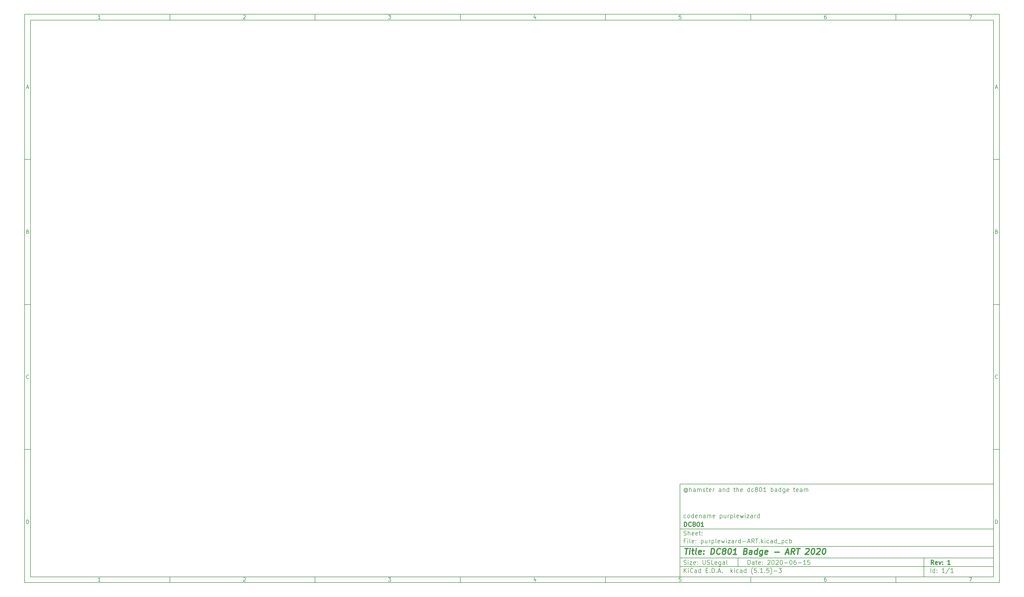
<source format=gto>
G04 #@! TF.GenerationSoftware,KiCad,Pcbnew,(5.1.5)-3*
G04 #@! TF.CreationDate,2020-08-14T21:58:09-06:00*
G04 #@! TF.ProjectId,purplewizard-ART,70757270-6c65-4776-997a-6172642d4152,1*
G04 #@! TF.SameCoordinates,Original*
G04 #@! TF.FileFunction,Legend,Top*
G04 #@! TF.FilePolarity,Positive*
%FSLAX46Y46*%
G04 Gerber Fmt 4.6, Leading zero omitted, Abs format (unit mm)*
G04 Created by KiCad (PCBNEW (5.1.5)-3) date 2020-08-14 21:58:09*
%MOMM*%
%LPD*%
G04 APERTURE LIST*
%ADD10C,0.100000*%
%ADD11C,0.150000*%
%ADD12C,0.300000*%
%ADD13C,0.400000*%
%ADD14C,0.010000*%
G04 APERTURE END LIST*
D10*
D11*
X235600000Y-171900000D02*
X235600000Y-203900000D01*
X343600000Y-203900000D01*
X343600000Y-171900000D01*
X235600000Y-171900000D01*
D10*
D11*
X10000000Y-10000000D02*
X10000000Y-205900000D01*
X345600000Y-205900000D01*
X345600000Y-10000000D01*
X10000000Y-10000000D01*
D10*
D11*
X12000000Y-12000000D02*
X12000000Y-203900000D01*
X343600000Y-203900000D01*
X343600000Y-12000000D01*
X12000000Y-12000000D01*
D10*
D11*
X60000000Y-12000000D02*
X60000000Y-10000000D01*
D10*
D11*
X110000000Y-12000000D02*
X110000000Y-10000000D01*
D10*
D11*
X160000000Y-12000000D02*
X160000000Y-10000000D01*
D10*
D11*
X210000000Y-12000000D02*
X210000000Y-10000000D01*
D10*
D11*
X260000000Y-12000000D02*
X260000000Y-10000000D01*
D10*
D11*
X310000000Y-12000000D02*
X310000000Y-10000000D01*
D10*
D11*
X36065476Y-11588095D02*
X35322619Y-11588095D01*
X35694047Y-11588095D02*
X35694047Y-10288095D01*
X35570238Y-10473809D01*
X35446428Y-10597619D01*
X35322619Y-10659523D01*
D10*
D11*
X85322619Y-10411904D02*
X85384523Y-10350000D01*
X85508333Y-10288095D01*
X85817857Y-10288095D01*
X85941666Y-10350000D01*
X86003571Y-10411904D01*
X86065476Y-10535714D01*
X86065476Y-10659523D01*
X86003571Y-10845238D01*
X85260714Y-11588095D01*
X86065476Y-11588095D01*
D10*
D11*
X135260714Y-10288095D02*
X136065476Y-10288095D01*
X135632142Y-10783333D01*
X135817857Y-10783333D01*
X135941666Y-10845238D01*
X136003571Y-10907142D01*
X136065476Y-11030952D01*
X136065476Y-11340476D01*
X136003571Y-11464285D01*
X135941666Y-11526190D01*
X135817857Y-11588095D01*
X135446428Y-11588095D01*
X135322619Y-11526190D01*
X135260714Y-11464285D01*
D10*
D11*
X185941666Y-10721428D02*
X185941666Y-11588095D01*
X185632142Y-10226190D02*
X185322619Y-11154761D01*
X186127380Y-11154761D01*
D10*
D11*
X236003571Y-10288095D02*
X235384523Y-10288095D01*
X235322619Y-10907142D01*
X235384523Y-10845238D01*
X235508333Y-10783333D01*
X235817857Y-10783333D01*
X235941666Y-10845238D01*
X236003571Y-10907142D01*
X236065476Y-11030952D01*
X236065476Y-11340476D01*
X236003571Y-11464285D01*
X235941666Y-11526190D01*
X235817857Y-11588095D01*
X235508333Y-11588095D01*
X235384523Y-11526190D01*
X235322619Y-11464285D01*
D10*
D11*
X285941666Y-10288095D02*
X285694047Y-10288095D01*
X285570238Y-10350000D01*
X285508333Y-10411904D01*
X285384523Y-10597619D01*
X285322619Y-10845238D01*
X285322619Y-11340476D01*
X285384523Y-11464285D01*
X285446428Y-11526190D01*
X285570238Y-11588095D01*
X285817857Y-11588095D01*
X285941666Y-11526190D01*
X286003571Y-11464285D01*
X286065476Y-11340476D01*
X286065476Y-11030952D01*
X286003571Y-10907142D01*
X285941666Y-10845238D01*
X285817857Y-10783333D01*
X285570238Y-10783333D01*
X285446428Y-10845238D01*
X285384523Y-10907142D01*
X285322619Y-11030952D01*
D10*
D11*
X335260714Y-10288095D02*
X336127380Y-10288095D01*
X335570238Y-11588095D01*
D10*
D11*
X60000000Y-203900000D02*
X60000000Y-205900000D01*
D10*
D11*
X110000000Y-203900000D02*
X110000000Y-205900000D01*
D10*
D11*
X160000000Y-203900000D02*
X160000000Y-205900000D01*
D10*
D11*
X210000000Y-203900000D02*
X210000000Y-205900000D01*
D10*
D11*
X260000000Y-203900000D02*
X260000000Y-205900000D01*
D10*
D11*
X310000000Y-203900000D02*
X310000000Y-205900000D01*
D10*
D11*
X36065476Y-205488095D02*
X35322619Y-205488095D01*
X35694047Y-205488095D02*
X35694047Y-204188095D01*
X35570238Y-204373809D01*
X35446428Y-204497619D01*
X35322619Y-204559523D01*
D10*
D11*
X85322619Y-204311904D02*
X85384523Y-204250000D01*
X85508333Y-204188095D01*
X85817857Y-204188095D01*
X85941666Y-204250000D01*
X86003571Y-204311904D01*
X86065476Y-204435714D01*
X86065476Y-204559523D01*
X86003571Y-204745238D01*
X85260714Y-205488095D01*
X86065476Y-205488095D01*
D10*
D11*
X135260714Y-204188095D02*
X136065476Y-204188095D01*
X135632142Y-204683333D01*
X135817857Y-204683333D01*
X135941666Y-204745238D01*
X136003571Y-204807142D01*
X136065476Y-204930952D01*
X136065476Y-205240476D01*
X136003571Y-205364285D01*
X135941666Y-205426190D01*
X135817857Y-205488095D01*
X135446428Y-205488095D01*
X135322619Y-205426190D01*
X135260714Y-205364285D01*
D10*
D11*
X185941666Y-204621428D02*
X185941666Y-205488095D01*
X185632142Y-204126190D02*
X185322619Y-205054761D01*
X186127380Y-205054761D01*
D10*
D11*
X236003571Y-204188095D02*
X235384523Y-204188095D01*
X235322619Y-204807142D01*
X235384523Y-204745238D01*
X235508333Y-204683333D01*
X235817857Y-204683333D01*
X235941666Y-204745238D01*
X236003571Y-204807142D01*
X236065476Y-204930952D01*
X236065476Y-205240476D01*
X236003571Y-205364285D01*
X235941666Y-205426190D01*
X235817857Y-205488095D01*
X235508333Y-205488095D01*
X235384523Y-205426190D01*
X235322619Y-205364285D01*
D10*
D11*
X285941666Y-204188095D02*
X285694047Y-204188095D01*
X285570238Y-204250000D01*
X285508333Y-204311904D01*
X285384523Y-204497619D01*
X285322619Y-204745238D01*
X285322619Y-205240476D01*
X285384523Y-205364285D01*
X285446428Y-205426190D01*
X285570238Y-205488095D01*
X285817857Y-205488095D01*
X285941666Y-205426190D01*
X286003571Y-205364285D01*
X286065476Y-205240476D01*
X286065476Y-204930952D01*
X286003571Y-204807142D01*
X285941666Y-204745238D01*
X285817857Y-204683333D01*
X285570238Y-204683333D01*
X285446428Y-204745238D01*
X285384523Y-204807142D01*
X285322619Y-204930952D01*
D10*
D11*
X335260714Y-204188095D02*
X336127380Y-204188095D01*
X335570238Y-205488095D01*
D10*
D11*
X10000000Y-60000000D02*
X12000000Y-60000000D01*
D10*
D11*
X10000000Y-110000000D02*
X12000000Y-110000000D01*
D10*
D11*
X10000000Y-160000000D02*
X12000000Y-160000000D01*
D10*
D11*
X10690476Y-35216666D02*
X11309523Y-35216666D01*
X10566666Y-35588095D02*
X11000000Y-34288095D01*
X11433333Y-35588095D01*
D10*
D11*
X11092857Y-84907142D02*
X11278571Y-84969047D01*
X11340476Y-85030952D01*
X11402380Y-85154761D01*
X11402380Y-85340476D01*
X11340476Y-85464285D01*
X11278571Y-85526190D01*
X11154761Y-85588095D01*
X10659523Y-85588095D01*
X10659523Y-84288095D01*
X11092857Y-84288095D01*
X11216666Y-84350000D01*
X11278571Y-84411904D01*
X11340476Y-84535714D01*
X11340476Y-84659523D01*
X11278571Y-84783333D01*
X11216666Y-84845238D01*
X11092857Y-84907142D01*
X10659523Y-84907142D01*
D10*
D11*
X11402380Y-135464285D02*
X11340476Y-135526190D01*
X11154761Y-135588095D01*
X11030952Y-135588095D01*
X10845238Y-135526190D01*
X10721428Y-135402380D01*
X10659523Y-135278571D01*
X10597619Y-135030952D01*
X10597619Y-134845238D01*
X10659523Y-134597619D01*
X10721428Y-134473809D01*
X10845238Y-134350000D01*
X11030952Y-134288095D01*
X11154761Y-134288095D01*
X11340476Y-134350000D01*
X11402380Y-134411904D01*
D10*
D11*
X10659523Y-185588095D02*
X10659523Y-184288095D01*
X10969047Y-184288095D01*
X11154761Y-184350000D01*
X11278571Y-184473809D01*
X11340476Y-184597619D01*
X11402380Y-184845238D01*
X11402380Y-185030952D01*
X11340476Y-185278571D01*
X11278571Y-185402380D01*
X11154761Y-185526190D01*
X10969047Y-185588095D01*
X10659523Y-185588095D01*
D10*
D11*
X345600000Y-60000000D02*
X343600000Y-60000000D01*
D10*
D11*
X345600000Y-110000000D02*
X343600000Y-110000000D01*
D10*
D11*
X345600000Y-160000000D02*
X343600000Y-160000000D01*
D10*
D11*
X344290476Y-35216666D02*
X344909523Y-35216666D01*
X344166666Y-35588095D02*
X344600000Y-34288095D01*
X345033333Y-35588095D01*
D10*
D11*
X344692857Y-84907142D02*
X344878571Y-84969047D01*
X344940476Y-85030952D01*
X345002380Y-85154761D01*
X345002380Y-85340476D01*
X344940476Y-85464285D01*
X344878571Y-85526190D01*
X344754761Y-85588095D01*
X344259523Y-85588095D01*
X344259523Y-84288095D01*
X344692857Y-84288095D01*
X344816666Y-84350000D01*
X344878571Y-84411904D01*
X344940476Y-84535714D01*
X344940476Y-84659523D01*
X344878571Y-84783333D01*
X344816666Y-84845238D01*
X344692857Y-84907142D01*
X344259523Y-84907142D01*
D10*
D11*
X345002380Y-135464285D02*
X344940476Y-135526190D01*
X344754761Y-135588095D01*
X344630952Y-135588095D01*
X344445238Y-135526190D01*
X344321428Y-135402380D01*
X344259523Y-135278571D01*
X344197619Y-135030952D01*
X344197619Y-134845238D01*
X344259523Y-134597619D01*
X344321428Y-134473809D01*
X344445238Y-134350000D01*
X344630952Y-134288095D01*
X344754761Y-134288095D01*
X344940476Y-134350000D01*
X345002380Y-134411904D01*
D10*
D11*
X344259523Y-185588095D02*
X344259523Y-184288095D01*
X344569047Y-184288095D01*
X344754761Y-184350000D01*
X344878571Y-184473809D01*
X344940476Y-184597619D01*
X345002380Y-184845238D01*
X345002380Y-185030952D01*
X344940476Y-185278571D01*
X344878571Y-185402380D01*
X344754761Y-185526190D01*
X344569047Y-185588095D01*
X344259523Y-185588095D01*
D10*
D11*
X259032142Y-199678571D02*
X259032142Y-198178571D01*
X259389285Y-198178571D01*
X259603571Y-198250000D01*
X259746428Y-198392857D01*
X259817857Y-198535714D01*
X259889285Y-198821428D01*
X259889285Y-199035714D01*
X259817857Y-199321428D01*
X259746428Y-199464285D01*
X259603571Y-199607142D01*
X259389285Y-199678571D01*
X259032142Y-199678571D01*
X261175000Y-199678571D02*
X261175000Y-198892857D01*
X261103571Y-198750000D01*
X260960714Y-198678571D01*
X260675000Y-198678571D01*
X260532142Y-198750000D01*
X261175000Y-199607142D02*
X261032142Y-199678571D01*
X260675000Y-199678571D01*
X260532142Y-199607142D01*
X260460714Y-199464285D01*
X260460714Y-199321428D01*
X260532142Y-199178571D01*
X260675000Y-199107142D01*
X261032142Y-199107142D01*
X261175000Y-199035714D01*
X261675000Y-198678571D02*
X262246428Y-198678571D01*
X261889285Y-198178571D02*
X261889285Y-199464285D01*
X261960714Y-199607142D01*
X262103571Y-199678571D01*
X262246428Y-199678571D01*
X263317857Y-199607142D02*
X263175000Y-199678571D01*
X262889285Y-199678571D01*
X262746428Y-199607142D01*
X262675000Y-199464285D01*
X262675000Y-198892857D01*
X262746428Y-198750000D01*
X262889285Y-198678571D01*
X263175000Y-198678571D01*
X263317857Y-198750000D01*
X263389285Y-198892857D01*
X263389285Y-199035714D01*
X262675000Y-199178571D01*
X264032142Y-199535714D02*
X264103571Y-199607142D01*
X264032142Y-199678571D01*
X263960714Y-199607142D01*
X264032142Y-199535714D01*
X264032142Y-199678571D01*
X264032142Y-198750000D02*
X264103571Y-198821428D01*
X264032142Y-198892857D01*
X263960714Y-198821428D01*
X264032142Y-198750000D01*
X264032142Y-198892857D01*
X265817857Y-198321428D02*
X265889285Y-198250000D01*
X266032142Y-198178571D01*
X266389285Y-198178571D01*
X266532142Y-198250000D01*
X266603571Y-198321428D01*
X266675000Y-198464285D01*
X266675000Y-198607142D01*
X266603571Y-198821428D01*
X265746428Y-199678571D01*
X266675000Y-199678571D01*
X267603571Y-198178571D02*
X267746428Y-198178571D01*
X267889285Y-198250000D01*
X267960714Y-198321428D01*
X268032142Y-198464285D01*
X268103571Y-198750000D01*
X268103571Y-199107142D01*
X268032142Y-199392857D01*
X267960714Y-199535714D01*
X267889285Y-199607142D01*
X267746428Y-199678571D01*
X267603571Y-199678571D01*
X267460714Y-199607142D01*
X267389285Y-199535714D01*
X267317857Y-199392857D01*
X267246428Y-199107142D01*
X267246428Y-198750000D01*
X267317857Y-198464285D01*
X267389285Y-198321428D01*
X267460714Y-198250000D01*
X267603571Y-198178571D01*
X268675000Y-198321428D02*
X268746428Y-198250000D01*
X268889285Y-198178571D01*
X269246428Y-198178571D01*
X269389285Y-198250000D01*
X269460714Y-198321428D01*
X269532142Y-198464285D01*
X269532142Y-198607142D01*
X269460714Y-198821428D01*
X268603571Y-199678571D01*
X269532142Y-199678571D01*
X270460714Y-198178571D02*
X270603571Y-198178571D01*
X270746428Y-198250000D01*
X270817857Y-198321428D01*
X270889285Y-198464285D01*
X270960714Y-198750000D01*
X270960714Y-199107142D01*
X270889285Y-199392857D01*
X270817857Y-199535714D01*
X270746428Y-199607142D01*
X270603571Y-199678571D01*
X270460714Y-199678571D01*
X270317857Y-199607142D01*
X270246428Y-199535714D01*
X270175000Y-199392857D01*
X270103571Y-199107142D01*
X270103571Y-198750000D01*
X270175000Y-198464285D01*
X270246428Y-198321428D01*
X270317857Y-198250000D01*
X270460714Y-198178571D01*
X271603571Y-199107142D02*
X272746428Y-199107142D01*
X273746428Y-198178571D02*
X273889285Y-198178571D01*
X274032142Y-198250000D01*
X274103571Y-198321428D01*
X274175000Y-198464285D01*
X274246428Y-198750000D01*
X274246428Y-199107142D01*
X274175000Y-199392857D01*
X274103571Y-199535714D01*
X274032142Y-199607142D01*
X273889285Y-199678571D01*
X273746428Y-199678571D01*
X273603571Y-199607142D01*
X273532142Y-199535714D01*
X273460714Y-199392857D01*
X273389285Y-199107142D01*
X273389285Y-198750000D01*
X273460714Y-198464285D01*
X273532142Y-198321428D01*
X273603571Y-198250000D01*
X273746428Y-198178571D01*
X275532142Y-198178571D02*
X275246428Y-198178571D01*
X275103571Y-198250000D01*
X275032142Y-198321428D01*
X274889285Y-198535714D01*
X274817857Y-198821428D01*
X274817857Y-199392857D01*
X274889285Y-199535714D01*
X274960714Y-199607142D01*
X275103571Y-199678571D01*
X275389285Y-199678571D01*
X275532142Y-199607142D01*
X275603571Y-199535714D01*
X275675000Y-199392857D01*
X275675000Y-199035714D01*
X275603571Y-198892857D01*
X275532142Y-198821428D01*
X275389285Y-198750000D01*
X275103571Y-198750000D01*
X274960714Y-198821428D01*
X274889285Y-198892857D01*
X274817857Y-199035714D01*
X276317857Y-199107142D02*
X277460714Y-199107142D01*
X278960714Y-199678571D02*
X278103571Y-199678571D01*
X278532142Y-199678571D02*
X278532142Y-198178571D01*
X278389285Y-198392857D01*
X278246428Y-198535714D01*
X278103571Y-198607142D01*
X280317857Y-198178571D02*
X279603571Y-198178571D01*
X279532142Y-198892857D01*
X279603571Y-198821428D01*
X279746428Y-198750000D01*
X280103571Y-198750000D01*
X280246428Y-198821428D01*
X280317857Y-198892857D01*
X280389285Y-199035714D01*
X280389285Y-199392857D01*
X280317857Y-199535714D01*
X280246428Y-199607142D01*
X280103571Y-199678571D01*
X279746428Y-199678571D01*
X279603571Y-199607142D01*
X279532142Y-199535714D01*
D10*
D11*
X235600000Y-200400000D02*
X343600000Y-200400000D01*
D10*
D11*
X237032142Y-202478571D02*
X237032142Y-200978571D01*
X237889285Y-202478571D02*
X237246428Y-201621428D01*
X237889285Y-200978571D02*
X237032142Y-201835714D01*
X238532142Y-202478571D02*
X238532142Y-201478571D01*
X238532142Y-200978571D02*
X238460714Y-201050000D01*
X238532142Y-201121428D01*
X238603571Y-201050000D01*
X238532142Y-200978571D01*
X238532142Y-201121428D01*
X240103571Y-202335714D02*
X240032142Y-202407142D01*
X239817857Y-202478571D01*
X239675000Y-202478571D01*
X239460714Y-202407142D01*
X239317857Y-202264285D01*
X239246428Y-202121428D01*
X239175000Y-201835714D01*
X239175000Y-201621428D01*
X239246428Y-201335714D01*
X239317857Y-201192857D01*
X239460714Y-201050000D01*
X239675000Y-200978571D01*
X239817857Y-200978571D01*
X240032142Y-201050000D01*
X240103571Y-201121428D01*
X241389285Y-202478571D02*
X241389285Y-201692857D01*
X241317857Y-201550000D01*
X241175000Y-201478571D01*
X240889285Y-201478571D01*
X240746428Y-201550000D01*
X241389285Y-202407142D02*
X241246428Y-202478571D01*
X240889285Y-202478571D01*
X240746428Y-202407142D01*
X240675000Y-202264285D01*
X240675000Y-202121428D01*
X240746428Y-201978571D01*
X240889285Y-201907142D01*
X241246428Y-201907142D01*
X241389285Y-201835714D01*
X242746428Y-202478571D02*
X242746428Y-200978571D01*
X242746428Y-202407142D02*
X242603571Y-202478571D01*
X242317857Y-202478571D01*
X242175000Y-202407142D01*
X242103571Y-202335714D01*
X242032142Y-202192857D01*
X242032142Y-201764285D01*
X242103571Y-201621428D01*
X242175000Y-201550000D01*
X242317857Y-201478571D01*
X242603571Y-201478571D01*
X242746428Y-201550000D01*
X244603571Y-201692857D02*
X245103571Y-201692857D01*
X245317857Y-202478571D02*
X244603571Y-202478571D01*
X244603571Y-200978571D01*
X245317857Y-200978571D01*
X245960714Y-202335714D02*
X246032142Y-202407142D01*
X245960714Y-202478571D01*
X245889285Y-202407142D01*
X245960714Y-202335714D01*
X245960714Y-202478571D01*
X246675000Y-202478571D02*
X246675000Y-200978571D01*
X247032142Y-200978571D01*
X247246428Y-201050000D01*
X247389285Y-201192857D01*
X247460714Y-201335714D01*
X247532142Y-201621428D01*
X247532142Y-201835714D01*
X247460714Y-202121428D01*
X247389285Y-202264285D01*
X247246428Y-202407142D01*
X247032142Y-202478571D01*
X246675000Y-202478571D01*
X248175000Y-202335714D02*
X248246428Y-202407142D01*
X248175000Y-202478571D01*
X248103571Y-202407142D01*
X248175000Y-202335714D01*
X248175000Y-202478571D01*
X248817857Y-202050000D02*
X249532142Y-202050000D01*
X248675000Y-202478571D02*
X249175000Y-200978571D01*
X249675000Y-202478571D01*
X250175000Y-202335714D02*
X250246428Y-202407142D01*
X250175000Y-202478571D01*
X250103571Y-202407142D01*
X250175000Y-202335714D01*
X250175000Y-202478571D01*
X253175000Y-202478571D02*
X253175000Y-200978571D01*
X253317857Y-201907142D02*
X253746428Y-202478571D01*
X253746428Y-201478571D02*
X253175000Y-202050000D01*
X254389285Y-202478571D02*
X254389285Y-201478571D01*
X254389285Y-200978571D02*
X254317857Y-201050000D01*
X254389285Y-201121428D01*
X254460714Y-201050000D01*
X254389285Y-200978571D01*
X254389285Y-201121428D01*
X255746428Y-202407142D02*
X255603571Y-202478571D01*
X255317857Y-202478571D01*
X255175000Y-202407142D01*
X255103571Y-202335714D01*
X255032142Y-202192857D01*
X255032142Y-201764285D01*
X255103571Y-201621428D01*
X255175000Y-201550000D01*
X255317857Y-201478571D01*
X255603571Y-201478571D01*
X255746428Y-201550000D01*
X257032142Y-202478571D02*
X257032142Y-201692857D01*
X256960714Y-201550000D01*
X256817857Y-201478571D01*
X256532142Y-201478571D01*
X256389285Y-201550000D01*
X257032142Y-202407142D02*
X256889285Y-202478571D01*
X256532142Y-202478571D01*
X256389285Y-202407142D01*
X256317857Y-202264285D01*
X256317857Y-202121428D01*
X256389285Y-201978571D01*
X256532142Y-201907142D01*
X256889285Y-201907142D01*
X257032142Y-201835714D01*
X258389285Y-202478571D02*
X258389285Y-200978571D01*
X258389285Y-202407142D02*
X258246428Y-202478571D01*
X257960714Y-202478571D01*
X257817857Y-202407142D01*
X257746428Y-202335714D01*
X257675000Y-202192857D01*
X257675000Y-201764285D01*
X257746428Y-201621428D01*
X257817857Y-201550000D01*
X257960714Y-201478571D01*
X258246428Y-201478571D01*
X258389285Y-201550000D01*
X260675000Y-203050000D02*
X260603571Y-202978571D01*
X260460714Y-202764285D01*
X260389285Y-202621428D01*
X260317857Y-202407142D01*
X260246428Y-202050000D01*
X260246428Y-201764285D01*
X260317857Y-201407142D01*
X260389285Y-201192857D01*
X260460714Y-201050000D01*
X260603571Y-200835714D01*
X260675000Y-200764285D01*
X261960714Y-200978571D02*
X261246428Y-200978571D01*
X261175000Y-201692857D01*
X261246428Y-201621428D01*
X261389285Y-201550000D01*
X261746428Y-201550000D01*
X261889285Y-201621428D01*
X261960714Y-201692857D01*
X262032142Y-201835714D01*
X262032142Y-202192857D01*
X261960714Y-202335714D01*
X261889285Y-202407142D01*
X261746428Y-202478571D01*
X261389285Y-202478571D01*
X261246428Y-202407142D01*
X261175000Y-202335714D01*
X262675000Y-202335714D02*
X262746428Y-202407142D01*
X262675000Y-202478571D01*
X262603571Y-202407142D01*
X262675000Y-202335714D01*
X262675000Y-202478571D01*
X264175000Y-202478571D02*
X263317857Y-202478571D01*
X263746428Y-202478571D02*
X263746428Y-200978571D01*
X263603571Y-201192857D01*
X263460714Y-201335714D01*
X263317857Y-201407142D01*
X264817857Y-202335714D02*
X264889285Y-202407142D01*
X264817857Y-202478571D01*
X264746428Y-202407142D01*
X264817857Y-202335714D01*
X264817857Y-202478571D01*
X266246428Y-200978571D02*
X265532142Y-200978571D01*
X265460714Y-201692857D01*
X265532142Y-201621428D01*
X265675000Y-201550000D01*
X266032142Y-201550000D01*
X266175000Y-201621428D01*
X266246428Y-201692857D01*
X266317857Y-201835714D01*
X266317857Y-202192857D01*
X266246428Y-202335714D01*
X266175000Y-202407142D01*
X266032142Y-202478571D01*
X265675000Y-202478571D01*
X265532142Y-202407142D01*
X265460714Y-202335714D01*
X266817857Y-203050000D02*
X266889285Y-202978571D01*
X267032142Y-202764285D01*
X267103571Y-202621428D01*
X267175000Y-202407142D01*
X267246428Y-202050000D01*
X267246428Y-201764285D01*
X267175000Y-201407142D01*
X267103571Y-201192857D01*
X267032142Y-201050000D01*
X266889285Y-200835714D01*
X266817857Y-200764285D01*
X267960714Y-201907142D02*
X269103571Y-201907142D01*
X269675000Y-200978571D02*
X270603571Y-200978571D01*
X270103571Y-201550000D01*
X270317857Y-201550000D01*
X270460714Y-201621428D01*
X270532142Y-201692857D01*
X270603571Y-201835714D01*
X270603571Y-202192857D01*
X270532142Y-202335714D01*
X270460714Y-202407142D01*
X270317857Y-202478571D01*
X269889285Y-202478571D01*
X269746428Y-202407142D01*
X269675000Y-202335714D01*
D10*
D11*
X235600000Y-197400000D02*
X343600000Y-197400000D01*
D10*
D12*
X323009285Y-199678571D02*
X322509285Y-198964285D01*
X322152142Y-199678571D02*
X322152142Y-198178571D01*
X322723571Y-198178571D01*
X322866428Y-198250000D01*
X322937857Y-198321428D01*
X323009285Y-198464285D01*
X323009285Y-198678571D01*
X322937857Y-198821428D01*
X322866428Y-198892857D01*
X322723571Y-198964285D01*
X322152142Y-198964285D01*
X324223571Y-199607142D02*
X324080714Y-199678571D01*
X323795000Y-199678571D01*
X323652142Y-199607142D01*
X323580714Y-199464285D01*
X323580714Y-198892857D01*
X323652142Y-198750000D01*
X323795000Y-198678571D01*
X324080714Y-198678571D01*
X324223571Y-198750000D01*
X324295000Y-198892857D01*
X324295000Y-199035714D01*
X323580714Y-199178571D01*
X324795000Y-198678571D02*
X325152142Y-199678571D01*
X325509285Y-198678571D01*
X326080714Y-199535714D02*
X326152142Y-199607142D01*
X326080714Y-199678571D01*
X326009285Y-199607142D01*
X326080714Y-199535714D01*
X326080714Y-199678571D01*
X326080714Y-198750000D02*
X326152142Y-198821428D01*
X326080714Y-198892857D01*
X326009285Y-198821428D01*
X326080714Y-198750000D01*
X326080714Y-198892857D01*
X328723571Y-199678571D02*
X327866428Y-199678571D01*
X328295000Y-199678571D02*
X328295000Y-198178571D01*
X328152142Y-198392857D01*
X328009285Y-198535714D01*
X327866428Y-198607142D01*
D10*
D11*
X236960714Y-199607142D02*
X237175000Y-199678571D01*
X237532142Y-199678571D01*
X237675000Y-199607142D01*
X237746428Y-199535714D01*
X237817857Y-199392857D01*
X237817857Y-199250000D01*
X237746428Y-199107142D01*
X237675000Y-199035714D01*
X237532142Y-198964285D01*
X237246428Y-198892857D01*
X237103571Y-198821428D01*
X237032142Y-198750000D01*
X236960714Y-198607142D01*
X236960714Y-198464285D01*
X237032142Y-198321428D01*
X237103571Y-198250000D01*
X237246428Y-198178571D01*
X237603571Y-198178571D01*
X237817857Y-198250000D01*
X238460714Y-199678571D02*
X238460714Y-198678571D01*
X238460714Y-198178571D02*
X238389285Y-198250000D01*
X238460714Y-198321428D01*
X238532142Y-198250000D01*
X238460714Y-198178571D01*
X238460714Y-198321428D01*
X239032142Y-198678571D02*
X239817857Y-198678571D01*
X239032142Y-199678571D01*
X239817857Y-199678571D01*
X240960714Y-199607142D02*
X240817857Y-199678571D01*
X240532142Y-199678571D01*
X240389285Y-199607142D01*
X240317857Y-199464285D01*
X240317857Y-198892857D01*
X240389285Y-198750000D01*
X240532142Y-198678571D01*
X240817857Y-198678571D01*
X240960714Y-198750000D01*
X241032142Y-198892857D01*
X241032142Y-199035714D01*
X240317857Y-199178571D01*
X241675000Y-199535714D02*
X241746428Y-199607142D01*
X241675000Y-199678571D01*
X241603571Y-199607142D01*
X241675000Y-199535714D01*
X241675000Y-199678571D01*
X241675000Y-198750000D02*
X241746428Y-198821428D01*
X241675000Y-198892857D01*
X241603571Y-198821428D01*
X241675000Y-198750000D01*
X241675000Y-198892857D01*
X243532142Y-198178571D02*
X243532142Y-199392857D01*
X243603571Y-199535714D01*
X243675000Y-199607142D01*
X243817857Y-199678571D01*
X244103571Y-199678571D01*
X244246428Y-199607142D01*
X244317857Y-199535714D01*
X244389285Y-199392857D01*
X244389285Y-198178571D01*
X245032142Y-199607142D02*
X245246428Y-199678571D01*
X245603571Y-199678571D01*
X245746428Y-199607142D01*
X245817857Y-199535714D01*
X245889285Y-199392857D01*
X245889285Y-199250000D01*
X245817857Y-199107142D01*
X245746428Y-199035714D01*
X245603571Y-198964285D01*
X245317857Y-198892857D01*
X245175000Y-198821428D01*
X245103571Y-198750000D01*
X245032142Y-198607142D01*
X245032142Y-198464285D01*
X245103571Y-198321428D01*
X245175000Y-198250000D01*
X245317857Y-198178571D01*
X245675000Y-198178571D01*
X245889285Y-198250000D01*
X247246428Y-199678571D02*
X246532142Y-199678571D01*
X246532142Y-198178571D01*
X248317857Y-199607142D02*
X248175000Y-199678571D01*
X247889285Y-199678571D01*
X247746428Y-199607142D01*
X247675000Y-199464285D01*
X247675000Y-198892857D01*
X247746428Y-198750000D01*
X247889285Y-198678571D01*
X248175000Y-198678571D01*
X248317857Y-198750000D01*
X248389285Y-198892857D01*
X248389285Y-199035714D01*
X247675000Y-199178571D01*
X249675000Y-198678571D02*
X249675000Y-199892857D01*
X249603571Y-200035714D01*
X249532142Y-200107142D01*
X249389285Y-200178571D01*
X249175000Y-200178571D01*
X249032142Y-200107142D01*
X249675000Y-199607142D02*
X249532142Y-199678571D01*
X249246428Y-199678571D01*
X249103571Y-199607142D01*
X249032142Y-199535714D01*
X248960714Y-199392857D01*
X248960714Y-198964285D01*
X249032142Y-198821428D01*
X249103571Y-198750000D01*
X249246428Y-198678571D01*
X249532142Y-198678571D01*
X249675000Y-198750000D01*
X251032142Y-199678571D02*
X251032142Y-198892857D01*
X250960714Y-198750000D01*
X250817857Y-198678571D01*
X250532142Y-198678571D01*
X250389285Y-198750000D01*
X251032142Y-199607142D02*
X250889285Y-199678571D01*
X250532142Y-199678571D01*
X250389285Y-199607142D01*
X250317857Y-199464285D01*
X250317857Y-199321428D01*
X250389285Y-199178571D01*
X250532142Y-199107142D01*
X250889285Y-199107142D01*
X251032142Y-199035714D01*
X251960714Y-199678571D02*
X251817857Y-199607142D01*
X251746428Y-199464285D01*
X251746428Y-198178571D01*
D10*
D11*
X322032142Y-202478571D02*
X322032142Y-200978571D01*
X323389285Y-202478571D02*
X323389285Y-200978571D01*
X323389285Y-202407142D02*
X323246428Y-202478571D01*
X322960714Y-202478571D01*
X322817857Y-202407142D01*
X322746428Y-202335714D01*
X322675000Y-202192857D01*
X322675000Y-201764285D01*
X322746428Y-201621428D01*
X322817857Y-201550000D01*
X322960714Y-201478571D01*
X323246428Y-201478571D01*
X323389285Y-201550000D01*
X324103571Y-202335714D02*
X324175000Y-202407142D01*
X324103571Y-202478571D01*
X324032142Y-202407142D01*
X324103571Y-202335714D01*
X324103571Y-202478571D01*
X324103571Y-201550000D02*
X324175000Y-201621428D01*
X324103571Y-201692857D01*
X324032142Y-201621428D01*
X324103571Y-201550000D01*
X324103571Y-201692857D01*
X326746428Y-202478571D02*
X325889285Y-202478571D01*
X326317857Y-202478571D02*
X326317857Y-200978571D01*
X326175000Y-201192857D01*
X326032142Y-201335714D01*
X325889285Y-201407142D01*
X328460714Y-200907142D02*
X327175000Y-202835714D01*
X329746428Y-202478571D02*
X328889285Y-202478571D01*
X329317857Y-202478571D02*
X329317857Y-200978571D01*
X329175000Y-201192857D01*
X329032142Y-201335714D01*
X328889285Y-201407142D01*
D10*
D11*
X235600000Y-193400000D02*
X343600000Y-193400000D01*
D10*
D13*
X237312380Y-194104761D02*
X238455238Y-194104761D01*
X237633809Y-196104761D02*
X237883809Y-194104761D01*
X238871904Y-196104761D02*
X239038571Y-194771428D01*
X239121904Y-194104761D02*
X239014761Y-194200000D01*
X239098095Y-194295238D01*
X239205238Y-194200000D01*
X239121904Y-194104761D01*
X239098095Y-194295238D01*
X239705238Y-194771428D02*
X240467142Y-194771428D01*
X240074285Y-194104761D02*
X239860000Y-195819047D01*
X239931428Y-196009523D01*
X240110000Y-196104761D01*
X240300476Y-196104761D01*
X241252857Y-196104761D02*
X241074285Y-196009523D01*
X241002857Y-195819047D01*
X241217142Y-194104761D01*
X242788571Y-196009523D02*
X242586190Y-196104761D01*
X242205238Y-196104761D01*
X242026666Y-196009523D01*
X241955238Y-195819047D01*
X242050476Y-195057142D01*
X242169523Y-194866666D01*
X242371904Y-194771428D01*
X242752857Y-194771428D01*
X242931428Y-194866666D01*
X243002857Y-195057142D01*
X242979047Y-195247619D01*
X242002857Y-195438095D01*
X243752857Y-195914285D02*
X243836190Y-196009523D01*
X243729047Y-196104761D01*
X243645714Y-196009523D01*
X243752857Y-195914285D01*
X243729047Y-196104761D01*
X243883809Y-194866666D02*
X243967142Y-194961904D01*
X243860000Y-195057142D01*
X243776666Y-194961904D01*
X243883809Y-194866666D01*
X243860000Y-195057142D01*
X246205238Y-196104761D02*
X246455238Y-194104761D01*
X246931428Y-194104761D01*
X247205238Y-194200000D01*
X247371904Y-194390476D01*
X247443333Y-194580952D01*
X247490952Y-194961904D01*
X247455238Y-195247619D01*
X247312380Y-195628571D01*
X247193333Y-195819047D01*
X246979047Y-196009523D01*
X246681428Y-196104761D01*
X246205238Y-196104761D01*
X249371904Y-195914285D02*
X249264761Y-196009523D01*
X248967142Y-196104761D01*
X248776666Y-196104761D01*
X248502857Y-196009523D01*
X248336190Y-195819047D01*
X248264761Y-195628571D01*
X248217142Y-195247619D01*
X248252857Y-194961904D01*
X248395714Y-194580952D01*
X248514761Y-194390476D01*
X248729047Y-194200000D01*
X249026666Y-194104761D01*
X249217142Y-194104761D01*
X249490952Y-194200000D01*
X249574285Y-194295238D01*
X250633809Y-194961904D02*
X250455238Y-194866666D01*
X250371904Y-194771428D01*
X250300476Y-194580952D01*
X250312380Y-194485714D01*
X250431428Y-194295238D01*
X250538571Y-194200000D01*
X250740952Y-194104761D01*
X251121904Y-194104761D01*
X251300476Y-194200000D01*
X251383809Y-194295238D01*
X251455238Y-194485714D01*
X251443333Y-194580952D01*
X251324285Y-194771428D01*
X251217142Y-194866666D01*
X251014761Y-194961904D01*
X250633809Y-194961904D01*
X250431428Y-195057142D01*
X250324285Y-195152380D01*
X250205238Y-195342857D01*
X250157619Y-195723809D01*
X250229047Y-195914285D01*
X250312380Y-196009523D01*
X250490952Y-196104761D01*
X250871904Y-196104761D01*
X251074285Y-196009523D01*
X251181428Y-195914285D01*
X251300476Y-195723809D01*
X251348095Y-195342857D01*
X251276666Y-195152380D01*
X251193333Y-195057142D01*
X251014761Y-194961904D01*
X252740952Y-194104761D02*
X252931428Y-194104761D01*
X253110000Y-194200000D01*
X253193333Y-194295238D01*
X253264761Y-194485714D01*
X253312380Y-194866666D01*
X253252857Y-195342857D01*
X253110000Y-195723809D01*
X252990952Y-195914285D01*
X252883809Y-196009523D01*
X252681428Y-196104761D01*
X252490952Y-196104761D01*
X252312380Y-196009523D01*
X252229047Y-195914285D01*
X252157619Y-195723809D01*
X252110000Y-195342857D01*
X252169523Y-194866666D01*
X252312380Y-194485714D01*
X252431428Y-194295238D01*
X252538571Y-194200000D01*
X252740952Y-194104761D01*
X255062380Y-196104761D02*
X253919523Y-196104761D01*
X254490952Y-196104761D02*
X254740952Y-194104761D01*
X254514761Y-194390476D01*
X254300476Y-194580952D01*
X254098095Y-194676190D01*
X258240952Y-195057142D02*
X258514761Y-195152380D01*
X258598095Y-195247619D01*
X258669523Y-195438095D01*
X258633809Y-195723809D01*
X258514761Y-195914285D01*
X258407619Y-196009523D01*
X258205238Y-196104761D01*
X257443333Y-196104761D01*
X257693333Y-194104761D01*
X258360000Y-194104761D01*
X258538571Y-194200000D01*
X258621904Y-194295238D01*
X258693333Y-194485714D01*
X258669523Y-194676190D01*
X258550476Y-194866666D01*
X258443333Y-194961904D01*
X258240952Y-195057142D01*
X257574285Y-195057142D01*
X260300476Y-196104761D02*
X260431428Y-195057142D01*
X260360000Y-194866666D01*
X260181428Y-194771428D01*
X259800476Y-194771428D01*
X259598095Y-194866666D01*
X260312380Y-196009523D02*
X260110000Y-196104761D01*
X259633809Y-196104761D01*
X259455238Y-196009523D01*
X259383809Y-195819047D01*
X259407619Y-195628571D01*
X259526666Y-195438095D01*
X259729047Y-195342857D01*
X260205238Y-195342857D01*
X260407619Y-195247619D01*
X262110000Y-196104761D02*
X262360000Y-194104761D01*
X262121904Y-196009523D02*
X261919523Y-196104761D01*
X261538571Y-196104761D01*
X261360000Y-196009523D01*
X261276666Y-195914285D01*
X261205238Y-195723809D01*
X261276666Y-195152380D01*
X261395714Y-194961904D01*
X261502857Y-194866666D01*
X261705238Y-194771428D01*
X262086190Y-194771428D01*
X262264761Y-194866666D01*
X264086190Y-194771428D02*
X263883809Y-196390476D01*
X263764761Y-196580952D01*
X263657619Y-196676190D01*
X263455238Y-196771428D01*
X263169523Y-196771428D01*
X262990952Y-196676190D01*
X263931428Y-196009523D02*
X263729047Y-196104761D01*
X263348095Y-196104761D01*
X263169523Y-196009523D01*
X263086190Y-195914285D01*
X263014761Y-195723809D01*
X263086190Y-195152380D01*
X263205238Y-194961904D01*
X263312380Y-194866666D01*
X263514761Y-194771428D01*
X263895714Y-194771428D01*
X264074285Y-194866666D01*
X265645714Y-196009523D02*
X265443333Y-196104761D01*
X265062380Y-196104761D01*
X264883809Y-196009523D01*
X264812380Y-195819047D01*
X264907619Y-195057142D01*
X265026666Y-194866666D01*
X265229047Y-194771428D01*
X265610000Y-194771428D01*
X265788571Y-194866666D01*
X265860000Y-195057142D01*
X265836190Y-195247619D01*
X264860000Y-195438095D01*
X268205238Y-195342857D02*
X269729047Y-195342857D01*
X272086190Y-195533333D02*
X273038571Y-195533333D01*
X271824285Y-196104761D02*
X272740952Y-194104761D01*
X273157619Y-196104761D01*
X274967142Y-196104761D02*
X274419523Y-195152380D01*
X273824285Y-196104761D02*
X274074285Y-194104761D01*
X274836190Y-194104761D01*
X275014761Y-194200000D01*
X275098095Y-194295238D01*
X275169523Y-194485714D01*
X275133809Y-194771428D01*
X275014761Y-194961904D01*
X274907619Y-195057142D01*
X274705238Y-195152380D01*
X273943333Y-195152380D01*
X275788571Y-194104761D02*
X276931428Y-194104761D01*
X276110000Y-196104761D02*
X276360000Y-194104761D01*
X279002857Y-194295238D02*
X279110000Y-194200000D01*
X279312380Y-194104761D01*
X279788571Y-194104761D01*
X279967142Y-194200000D01*
X280050476Y-194295238D01*
X280121904Y-194485714D01*
X280098095Y-194676190D01*
X279967142Y-194961904D01*
X278681428Y-196104761D01*
X279919523Y-196104761D01*
X281407619Y-194104761D02*
X281598095Y-194104761D01*
X281776666Y-194200000D01*
X281860000Y-194295238D01*
X281931428Y-194485714D01*
X281979047Y-194866666D01*
X281919523Y-195342857D01*
X281776666Y-195723809D01*
X281657619Y-195914285D01*
X281550476Y-196009523D01*
X281348095Y-196104761D01*
X281157619Y-196104761D01*
X280979047Y-196009523D01*
X280895714Y-195914285D01*
X280824285Y-195723809D01*
X280776666Y-195342857D01*
X280836190Y-194866666D01*
X280979047Y-194485714D01*
X281098095Y-194295238D01*
X281205238Y-194200000D01*
X281407619Y-194104761D01*
X282812380Y-194295238D02*
X282919523Y-194200000D01*
X283121904Y-194104761D01*
X283598095Y-194104761D01*
X283776666Y-194200000D01*
X283860000Y-194295238D01*
X283931428Y-194485714D01*
X283907619Y-194676190D01*
X283776666Y-194961904D01*
X282490952Y-196104761D01*
X283729047Y-196104761D01*
X285217142Y-194104761D02*
X285407619Y-194104761D01*
X285586190Y-194200000D01*
X285669523Y-194295238D01*
X285740952Y-194485714D01*
X285788571Y-194866666D01*
X285729047Y-195342857D01*
X285586190Y-195723809D01*
X285467142Y-195914285D01*
X285360000Y-196009523D01*
X285157619Y-196104761D01*
X284967142Y-196104761D01*
X284788571Y-196009523D01*
X284705238Y-195914285D01*
X284633809Y-195723809D01*
X284586190Y-195342857D01*
X284645714Y-194866666D01*
X284788571Y-194485714D01*
X284907619Y-194295238D01*
X285014761Y-194200000D01*
X285217142Y-194104761D01*
D10*
D11*
X237532142Y-191492857D02*
X237032142Y-191492857D01*
X237032142Y-192278571D02*
X237032142Y-190778571D01*
X237746428Y-190778571D01*
X238317857Y-192278571D02*
X238317857Y-191278571D01*
X238317857Y-190778571D02*
X238246428Y-190850000D01*
X238317857Y-190921428D01*
X238389285Y-190850000D01*
X238317857Y-190778571D01*
X238317857Y-190921428D01*
X239246428Y-192278571D02*
X239103571Y-192207142D01*
X239032142Y-192064285D01*
X239032142Y-190778571D01*
X240389285Y-192207142D02*
X240246428Y-192278571D01*
X239960714Y-192278571D01*
X239817857Y-192207142D01*
X239746428Y-192064285D01*
X239746428Y-191492857D01*
X239817857Y-191350000D01*
X239960714Y-191278571D01*
X240246428Y-191278571D01*
X240389285Y-191350000D01*
X240460714Y-191492857D01*
X240460714Y-191635714D01*
X239746428Y-191778571D01*
X241103571Y-192135714D02*
X241175000Y-192207142D01*
X241103571Y-192278571D01*
X241032142Y-192207142D01*
X241103571Y-192135714D01*
X241103571Y-192278571D01*
X241103571Y-191350000D02*
X241175000Y-191421428D01*
X241103571Y-191492857D01*
X241032142Y-191421428D01*
X241103571Y-191350000D01*
X241103571Y-191492857D01*
X242960714Y-191278571D02*
X242960714Y-192778571D01*
X242960714Y-191350000D02*
X243103571Y-191278571D01*
X243389285Y-191278571D01*
X243532142Y-191350000D01*
X243603571Y-191421428D01*
X243675000Y-191564285D01*
X243675000Y-191992857D01*
X243603571Y-192135714D01*
X243532142Y-192207142D01*
X243389285Y-192278571D01*
X243103571Y-192278571D01*
X242960714Y-192207142D01*
X244960714Y-191278571D02*
X244960714Y-192278571D01*
X244317857Y-191278571D02*
X244317857Y-192064285D01*
X244389285Y-192207142D01*
X244532142Y-192278571D01*
X244746428Y-192278571D01*
X244889285Y-192207142D01*
X244960714Y-192135714D01*
X245675000Y-192278571D02*
X245675000Y-191278571D01*
X245675000Y-191564285D02*
X245746428Y-191421428D01*
X245817857Y-191350000D01*
X245960714Y-191278571D01*
X246103571Y-191278571D01*
X246603571Y-191278571D02*
X246603571Y-192778571D01*
X246603571Y-191350000D02*
X246746428Y-191278571D01*
X247032142Y-191278571D01*
X247175000Y-191350000D01*
X247246428Y-191421428D01*
X247317857Y-191564285D01*
X247317857Y-191992857D01*
X247246428Y-192135714D01*
X247175000Y-192207142D01*
X247032142Y-192278571D01*
X246746428Y-192278571D01*
X246603571Y-192207142D01*
X248175000Y-192278571D02*
X248032142Y-192207142D01*
X247960714Y-192064285D01*
X247960714Y-190778571D01*
X249317857Y-192207142D02*
X249175000Y-192278571D01*
X248889285Y-192278571D01*
X248746428Y-192207142D01*
X248675000Y-192064285D01*
X248675000Y-191492857D01*
X248746428Y-191350000D01*
X248889285Y-191278571D01*
X249175000Y-191278571D01*
X249317857Y-191350000D01*
X249389285Y-191492857D01*
X249389285Y-191635714D01*
X248675000Y-191778571D01*
X249889285Y-191278571D02*
X250175000Y-192278571D01*
X250460714Y-191564285D01*
X250746428Y-192278571D01*
X251032142Y-191278571D01*
X251603571Y-192278571D02*
X251603571Y-191278571D01*
X251603571Y-190778571D02*
X251532142Y-190850000D01*
X251603571Y-190921428D01*
X251675000Y-190850000D01*
X251603571Y-190778571D01*
X251603571Y-190921428D01*
X252175000Y-191278571D02*
X252960714Y-191278571D01*
X252175000Y-192278571D01*
X252960714Y-192278571D01*
X254175000Y-192278571D02*
X254175000Y-191492857D01*
X254103571Y-191350000D01*
X253960714Y-191278571D01*
X253675000Y-191278571D01*
X253532142Y-191350000D01*
X254175000Y-192207142D02*
X254032142Y-192278571D01*
X253675000Y-192278571D01*
X253532142Y-192207142D01*
X253460714Y-192064285D01*
X253460714Y-191921428D01*
X253532142Y-191778571D01*
X253675000Y-191707142D01*
X254032142Y-191707142D01*
X254175000Y-191635714D01*
X254889285Y-192278571D02*
X254889285Y-191278571D01*
X254889285Y-191564285D02*
X254960714Y-191421428D01*
X255032142Y-191350000D01*
X255175000Y-191278571D01*
X255317857Y-191278571D01*
X256460714Y-192278571D02*
X256460714Y-190778571D01*
X256460714Y-192207142D02*
X256317857Y-192278571D01*
X256032142Y-192278571D01*
X255889285Y-192207142D01*
X255817857Y-192135714D01*
X255746428Y-191992857D01*
X255746428Y-191564285D01*
X255817857Y-191421428D01*
X255889285Y-191350000D01*
X256032142Y-191278571D01*
X256317857Y-191278571D01*
X256460714Y-191350000D01*
X257175000Y-191707142D02*
X258317857Y-191707142D01*
X258960714Y-191850000D02*
X259675000Y-191850000D01*
X258817857Y-192278571D02*
X259317857Y-190778571D01*
X259817857Y-192278571D01*
X261175000Y-192278571D02*
X260675000Y-191564285D01*
X260317857Y-192278571D02*
X260317857Y-190778571D01*
X260889285Y-190778571D01*
X261032142Y-190850000D01*
X261103571Y-190921428D01*
X261175000Y-191064285D01*
X261175000Y-191278571D01*
X261103571Y-191421428D01*
X261032142Y-191492857D01*
X260889285Y-191564285D01*
X260317857Y-191564285D01*
X261603571Y-190778571D02*
X262460714Y-190778571D01*
X262032142Y-192278571D02*
X262032142Y-190778571D01*
X262960714Y-192135714D02*
X263032142Y-192207142D01*
X262960714Y-192278571D01*
X262889285Y-192207142D01*
X262960714Y-192135714D01*
X262960714Y-192278571D01*
X263675000Y-192278571D02*
X263675000Y-190778571D01*
X263817857Y-191707142D02*
X264246428Y-192278571D01*
X264246428Y-191278571D02*
X263675000Y-191850000D01*
X264889285Y-192278571D02*
X264889285Y-191278571D01*
X264889285Y-190778571D02*
X264817857Y-190850000D01*
X264889285Y-190921428D01*
X264960714Y-190850000D01*
X264889285Y-190778571D01*
X264889285Y-190921428D01*
X266246428Y-192207142D02*
X266103571Y-192278571D01*
X265817857Y-192278571D01*
X265675000Y-192207142D01*
X265603571Y-192135714D01*
X265532142Y-191992857D01*
X265532142Y-191564285D01*
X265603571Y-191421428D01*
X265675000Y-191350000D01*
X265817857Y-191278571D01*
X266103571Y-191278571D01*
X266246428Y-191350000D01*
X267532142Y-192278571D02*
X267532142Y-191492857D01*
X267460714Y-191350000D01*
X267317857Y-191278571D01*
X267032142Y-191278571D01*
X266889285Y-191350000D01*
X267532142Y-192207142D02*
X267389285Y-192278571D01*
X267032142Y-192278571D01*
X266889285Y-192207142D01*
X266817857Y-192064285D01*
X266817857Y-191921428D01*
X266889285Y-191778571D01*
X267032142Y-191707142D01*
X267389285Y-191707142D01*
X267532142Y-191635714D01*
X268889285Y-192278571D02*
X268889285Y-190778571D01*
X268889285Y-192207142D02*
X268746428Y-192278571D01*
X268460714Y-192278571D01*
X268317857Y-192207142D01*
X268246428Y-192135714D01*
X268175000Y-191992857D01*
X268175000Y-191564285D01*
X268246428Y-191421428D01*
X268317857Y-191350000D01*
X268460714Y-191278571D01*
X268746428Y-191278571D01*
X268889285Y-191350000D01*
X269246428Y-192421428D02*
X270389285Y-192421428D01*
X270746428Y-191278571D02*
X270746428Y-192778571D01*
X270746428Y-191350000D02*
X270889285Y-191278571D01*
X271175000Y-191278571D01*
X271317857Y-191350000D01*
X271389285Y-191421428D01*
X271460714Y-191564285D01*
X271460714Y-191992857D01*
X271389285Y-192135714D01*
X271317857Y-192207142D01*
X271175000Y-192278571D01*
X270889285Y-192278571D01*
X270746428Y-192207142D01*
X272746428Y-192207142D02*
X272603571Y-192278571D01*
X272317857Y-192278571D01*
X272175000Y-192207142D01*
X272103571Y-192135714D01*
X272032142Y-191992857D01*
X272032142Y-191564285D01*
X272103571Y-191421428D01*
X272175000Y-191350000D01*
X272317857Y-191278571D01*
X272603571Y-191278571D01*
X272746428Y-191350000D01*
X273389285Y-192278571D02*
X273389285Y-190778571D01*
X273389285Y-191350000D02*
X273532142Y-191278571D01*
X273817857Y-191278571D01*
X273960714Y-191350000D01*
X274032142Y-191421428D01*
X274103571Y-191564285D01*
X274103571Y-191992857D01*
X274032142Y-192135714D01*
X273960714Y-192207142D01*
X273817857Y-192278571D01*
X273532142Y-192278571D01*
X273389285Y-192207142D01*
D10*
D11*
X235600000Y-187400000D02*
X343600000Y-187400000D01*
D10*
D11*
X236960714Y-189507142D02*
X237175000Y-189578571D01*
X237532142Y-189578571D01*
X237675000Y-189507142D01*
X237746428Y-189435714D01*
X237817857Y-189292857D01*
X237817857Y-189150000D01*
X237746428Y-189007142D01*
X237675000Y-188935714D01*
X237532142Y-188864285D01*
X237246428Y-188792857D01*
X237103571Y-188721428D01*
X237032142Y-188650000D01*
X236960714Y-188507142D01*
X236960714Y-188364285D01*
X237032142Y-188221428D01*
X237103571Y-188150000D01*
X237246428Y-188078571D01*
X237603571Y-188078571D01*
X237817857Y-188150000D01*
X238460714Y-189578571D02*
X238460714Y-188078571D01*
X239103571Y-189578571D02*
X239103571Y-188792857D01*
X239032142Y-188650000D01*
X238889285Y-188578571D01*
X238675000Y-188578571D01*
X238532142Y-188650000D01*
X238460714Y-188721428D01*
X240389285Y-189507142D02*
X240246428Y-189578571D01*
X239960714Y-189578571D01*
X239817857Y-189507142D01*
X239746428Y-189364285D01*
X239746428Y-188792857D01*
X239817857Y-188650000D01*
X239960714Y-188578571D01*
X240246428Y-188578571D01*
X240389285Y-188650000D01*
X240460714Y-188792857D01*
X240460714Y-188935714D01*
X239746428Y-189078571D01*
X241675000Y-189507142D02*
X241532142Y-189578571D01*
X241246428Y-189578571D01*
X241103571Y-189507142D01*
X241032142Y-189364285D01*
X241032142Y-188792857D01*
X241103571Y-188650000D01*
X241246428Y-188578571D01*
X241532142Y-188578571D01*
X241675000Y-188650000D01*
X241746428Y-188792857D01*
X241746428Y-188935714D01*
X241032142Y-189078571D01*
X242175000Y-188578571D02*
X242746428Y-188578571D01*
X242389285Y-188078571D02*
X242389285Y-189364285D01*
X242460714Y-189507142D01*
X242603571Y-189578571D01*
X242746428Y-189578571D01*
X243246428Y-189435714D02*
X243317857Y-189507142D01*
X243246428Y-189578571D01*
X243175000Y-189507142D01*
X243246428Y-189435714D01*
X243246428Y-189578571D01*
X243246428Y-188650000D02*
X243317857Y-188721428D01*
X243246428Y-188792857D01*
X243175000Y-188721428D01*
X243246428Y-188650000D01*
X243246428Y-188792857D01*
D10*
D12*
X237152142Y-186578571D02*
X237152142Y-185078571D01*
X237509285Y-185078571D01*
X237723571Y-185150000D01*
X237866428Y-185292857D01*
X237937857Y-185435714D01*
X238009285Y-185721428D01*
X238009285Y-185935714D01*
X237937857Y-186221428D01*
X237866428Y-186364285D01*
X237723571Y-186507142D01*
X237509285Y-186578571D01*
X237152142Y-186578571D01*
X239509285Y-186435714D02*
X239437857Y-186507142D01*
X239223571Y-186578571D01*
X239080714Y-186578571D01*
X238866428Y-186507142D01*
X238723571Y-186364285D01*
X238652142Y-186221428D01*
X238580714Y-185935714D01*
X238580714Y-185721428D01*
X238652142Y-185435714D01*
X238723571Y-185292857D01*
X238866428Y-185150000D01*
X239080714Y-185078571D01*
X239223571Y-185078571D01*
X239437857Y-185150000D01*
X239509285Y-185221428D01*
X240366428Y-185721428D02*
X240223571Y-185650000D01*
X240152142Y-185578571D01*
X240080714Y-185435714D01*
X240080714Y-185364285D01*
X240152142Y-185221428D01*
X240223571Y-185150000D01*
X240366428Y-185078571D01*
X240652142Y-185078571D01*
X240795000Y-185150000D01*
X240866428Y-185221428D01*
X240937857Y-185364285D01*
X240937857Y-185435714D01*
X240866428Y-185578571D01*
X240795000Y-185650000D01*
X240652142Y-185721428D01*
X240366428Y-185721428D01*
X240223571Y-185792857D01*
X240152142Y-185864285D01*
X240080714Y-186007142D01*
X240080714Y-186292857D01*
X240152142Y-186435714D01*
X240223571Y-186507142D01*
X240366428Y-186578571D01*
X240652142Y-186578571D01*
X240795000Y-186507142D01*
X240866428Y-186435714D01*
X240937857Y-186292857D01*
X240937857Y-186007142D01*
X240866428Y-185864285D01*
X240795000Y-185792857D01*
X240652142Y-185721428D01*
X241866428Y-185078571D02*
X242009285Y-185078571D01*
X242152142Y-185150000D01*
X242223571Y-185221428D01*
X242295000Y-185364285D01*
X242366428Y-185650000D01*
X242366428Y-186007142D01*
X242295000Y-186292857D01*
X242223571Y-186435714D01*
X242152142Y-186507142D01*
X242009285Y-186578571D01*
X241866428Y-186578571D01*
X241723571Y-186507142D01*
X241652142Y-186435714D01*
X241580714Y-186292857D01*
X241509285Y-186007142D01*
X241509285Y-185650000D01*
X241580714Y-185364285D01*
X241652142Y-185221428D01*
X241723571Y-185150000D01*
X241866428Y-185078571D01*
X243795000Y-186578571D02*
X242937857Y-186578571D01*
X243366428Y-186578571D02*
X243366428Y-185078571D01*
X243223571Y-185292857D01*
X243080714Y-185435714D01*
X242937857Y-185507142D01*
D10*
D11*
X237675000Y-183507142D02*
X237532142Y-183578571D01*
X237246428Y-183578571D01*
X237103571Y-183507142D01*
X237032142Y-183435714D01*
X236960714Y-183292857D01*
X236960714Y-182864285D01*
X237032142Y-182721428D01*
X237103571Y-182650000D01*
X237246428Y-182578571D01*
X237532142Y-182578571D01*
X237675000Y-182650000D01*
X238532142Y-183578571D02*
X238389285Y-183507142D01*
X238317857Y-183435714D01*
X238246428Y-183292857D01*
X238246428Y-182864285D01*
X238317857Y-182721428D01*
X238389285Y-182650000D01*
X238532142Y-182578571D01*
X238746428Y-182578571D01*
X238889285Y-182650000D01*
X238960714Y-182721428D01*
X239032142Y-182864285D01*
X239032142Y-183292857D01*
X238960714Y-183435714D01*
X238889285Y-183507142D01*
X238746428Y-183578571D01*
X238532142Y-183578571D01*
X240317857Y-183578571D02*
X240317857Y-182078571D01*
X240317857Y-183507142D02*
X240175000Y-183578571D01*
X239889285Y-183578571D01*
X239746428Y-183507142D01*
X239675000Y-183435714D01*
X239603571Y-183292857D01*
X239603571Y-182864285D01*
X239675000Y-182721428D01*
X239746428Y-182650000D01*
X239889285Y-182578571D01*
X240175000Y-182578571D01*
X240317857Y-182650000D01*
X241603571Y-183507142D02*
X241460714Y-183578571D01*
X241175000Y-183578571D01*
X241032142Y-183507142D01*
X240960714Y-183364285D01*
X240960714Y-182792857D01*
X241032142Y-182650000D01*
X241175000Y-182578571D01*
X241460714Y-182578571D01*
X241603571Y-182650000D01*
X241675000Y-182792857D01*
X241675000Y-182935714D01*
X240960714Y-183078571D01*
X242317857Y-182578571D02*
X242317857Y-183578571D01*
X242317857Y-182721428D02*
X242389285Y-182650000D01*
X242532142Y-182578571D01*
X242746428Y-182578571D01*
X242889285Y-182650000D01*
X242960714Y-182792857D01*
X242960714Y-183578571D01*
X244317857Y-183578571D02*
X244317857Y-182792857D01*
X244246428Y-182650000D01*
X244103571Y-182578571D01*
X243817857Y-182578571D01*
X243675000Y-182650000D01*
X244317857Y-183507142D02*
X244175000Y-183578571D01*
X243817857Y-183578571D01*
X243675000Y-183507142D01*
X243603571Y-183364285D01*
X243603571Y-183221428D01*
X243675000Y-183078571D01*
X243817857Y-183007142D01*
X244175000Y-183007142D01*
X244317857Y-182935714D01*
X245032142Y-183578571D02*
X245032142Y-182578571D01*
X245032142Y-182721428D02*
X245103571Y-182650000D01*
X245246428Y-182578571D01*
X245460714Y-182578571D01*
X245603571Y-182650000D01*
X245675000Y-182792857D01*
X245675000Y-183578571D01*
X245675000Y-182792857D02*
X245746428Y-182650000D01*
X245889285Y-182578571D01*
X246103571Y-182578571D01*
X246246428Y-182650000D01*
X246317857Y-182792857D01*
X246317857Y-183578571D01*
X247603571Y-183507142D02*
X247460714Y-183578571D01*
X247175000Y-183578571D01*
X247032142Y-183507142D01*
X246960714Y-183364285D01*
X246960714Y-182792857D01*
X247032142Y-182650000D01*
X247175000Y-182578571D01*
X247460714Y-182578571D01*
X247603571Y-182650000D01*
X247675000Y-182792857D01*
X247675000Y-182935714D01*
X246960714Y-183078571D01*
X249460714Y-182578571D02*
X249460714Y-184078571D01*
X249460714Y-182650000D02*
X249603571Y-182578571D01*
X249889285Y-182578571D01*
X250032142Y-182650000D01*
X250103571Y-182721428D01*
X250175000Y-182864285D01*
X250175000Y-183292857D01*
X250103571Y-183435714D01*
X250032142Y-183507142D01*
X249889285Y-183578571D01*
X249603571Y-183578571D01*
X249460714Y-183507142D01*
X251460714Y-182578571D02*
X251460714Y-183578571D01*
X250817857Y-182578571D02*
X250817857Y-183364285D01*
X250889285Y-183507142D01*
X251032142Y-183578571D01*
X251246428Y-183578571D01*
X251389285Y-183507142D01*
X251460714Y-183435714D01*
X252175000Y-183578571D02*
X252175000Y-182578571D01*
X252175000Y-182864285D02*
X252246428Y-182721428D01*
X252317857Y-182650000D01*
X252460714Y-182578571D01*
X252603571Y-182578571D01*
X253103571Y-182578571D02*
X253103571Y-184078571D01*
X253103571Y-182650000D02*
X253246428Y-182578571D01*
X253532142Y-182578571D01*
X253675000Y-182650000D01*
X253746428Y-182721428D01*
X253817857Y-182864285D01*
X253817857Y-183292857D01*
X253746428Y-183435714D01*
X253675000Y-183507142D01*
X253532142Y-183578571D01*
X253246428Y-183578571D01*
X253103571Y-183507142D01*
X254675000Y-183578571D02*
X254532142Y-183507142D01*
X254460714Y-183364285D01*
X254460714Y-182078571D01*
X255817857Y-183507142D02*
X255675000Y-183578571D01*
X255389285Y-183578571D01*
X255246428Y-183507142D01*
X255175000Y-183364285D01*
X255175000Y-182792857D01*
X255246428Y-182650000D01*
X255389285Y-182578571D01*
X255675000Y-182578571D01*
X255817857Y-182650000D01*
X255889285Y-182792857D01*
X255889285Y-182935714D01*
X255175000Y-183078571D01*
X256389285Y-182578571D02*
X256675000Y-183578571D01*
X256960714Y-182864285D01*
X257246428Y-183578571D01*
X257532142Y-182578571D01*
X258103571Y-183578571D02*
X258103571Y-182578571D01*
X258103571Y-182078571D02*
X258032142Y-182150000D01*
X258103571Y-182221428D01*
X258175000Y-182150000D01*
X258103571Y-182078571D01*
X258103571Y-182221428D01*
X258675000Y-182578571D02*
X259460714Y-182578571D01*
X258675000Y-183578571D01*
X259460714Y-183578571D01*
X260675000Y-183578571D02*
X260675000Y-182792857D01*
X260603571Y-182650000D01*
X260460714Y-182578571D01*
X260175000Y-182578571D01*
X260032142Y-182650000D01*
X260675000Y-183507142D02*
X260532142Y-183578571D01*
X260175000Y-183578571D01*
X260032142Y-183507142D01*
X259960714Y-183364285D01*
X259960714Y-183221428D01*
X260032142Y-183078571D01*
X260175000Y-183007142D01*
X260532142Y-183007142D01*
X260675000Y-182935714D01*
X261389285Y-183578571D02*
X261389285Y-182578571D01*
X261389285Y-182864285D02*
X261460714Y-182721428D01*
X261532142Y-182650000D01*
X261675000Y-182578571D01*
X261817857Y-182578571D01*
X262960714Y-183578571D02*
X262960714Y-182078571D01*
X262960714Y-183507142D02*
X262817857Y-183578571D01*
X262532142Y-183578571D01*
X262389285Y-183507142D01*
X262317857Y-183435714D01*
X262246428Y-183292857D01*
X262246428Y-182864285D01*
X262317857Y-182721428D01*
X262389285Y-182650000D01*
X262532142Y-182578571D01*
X262817857Y-182578571D01*
X262960714Y-182650000D01*
D10*
D11*
X237960714Y-173864285D02*
X237889285Y-173792857D01*
X237746428Y-173721428D01*
X237603571Y-173721428D01*
X237460714Y-173792857D01*
X237389285Y-173864285D01*
X237317857Y-174007142D01*
X237317857Y-174150000D01*
X237389285Y-174292857D01*
X237460714Y-174364285D01*
X237603571Y-174435714D01*
X237746428Y-174435714D01*
X237889285Y-174364285D01*
X237960714Y-174292857D01*
X237960714Y-173721428D02*
X237960714Y-174292857D01*
X238032142Y-174364285D01*
X238103571Y-174364285D01*
X238246428Y-174292857D01*
X238317857Y-174150000D01*
X238317857Y-173792857D01*
X238175000Y-173578571D01*
X237960714Y-173435714D01*
X237675000Y-173364285D01*
X237389285Y-173435714D01*
X237175000Y-173578571D01*
X237032142Y-173792857D01*
X236960714Y-174078571D01*
X237032142Y-174364285D01*
X237175000Y-174578571D01*
X237389285Y-174721428D01*
X237675000Y-174792857D01*
X237960714Y-174721428D01*
X238175000Y-174578571D01*
X238960714Y-174578571D02*
X238960714Y-173078571D01*
X239603571Y-174578571D02*
X239603571Y-173792857D01*
X239532142Y-173650000D01*
X239389285Y-173578571D01*
X239175000Y-173578571D01*
X239032142Y-173650000D01*
X238960714Y-173721428D01*
X240960714Y-174578571D02*
X240960714Y-173792857D01*
X240889285Y-173650000D01*
X240746428Y-173578571D01*
X240460714Y-173578571D01*
X240317857Y-173650000D01*
X240960714Y-174507142D02*
X240817857Y-174578571D01*
X240460714Y-174578571D01*
X240317857Y-174507142D01*
X240246428Y-174364285D01*
X240246428Y-174221428D01*
X240317857Y-174078571D01*
X240460714Y-174007142D01*
X240817857Y-174007142D01*
X240960714Y-173935714D01*
X241675000Y-174578571D02*
X241675000Y-173578571D01*
X241675000Y-173721428D02*
X241746428Y-173650000D01*
X241889285Y-173578571D01*
X242103571Y-173578571D01*
X242246428Y-173650000D01*
X242317857Y-173792857D01*
X242317857Y-174578571D01*
X242317857Y-173792857D02*
X242389285Y-173650000D01*
X242532142Y-173578571D01*
X242746428Y-173578571D01*
X242889285Y-173650000D01*
X242960714Y-173792857D01*
X242960714Y-174578571D01*
X243603571Y-174507142D02*
X243746428Y-174578571D01*
X244032142Y-174578571D01*
X244175000Y-174507142D01*
X244246428Y-174364285D01*
X244246428Y-174292857D01*
X244175000Y-174150000D01*
X244032142Y-174078571D01*
X243817857Y-174078571D01*
X243675000Y-174007142D01*
X243603571Y-173864285D01*
X243603571Y-173792857D01*
X243675000Y-173650000D01*
X243817857Y-173578571D01*
X244032142Y-173578571D01*
X244175000Y-173650000D01*
X244675000Y-173578571D02*
X245246428Y-173578571D01*
X244889285Y-173078571D02*
X244889285Y-174364285D01*
X244960714Y-174507142D01*
X245103571Y-174578571D01*
X245246428Y-174578571D01*
X246317857Y-174507142D02*
X246175000Y-174578571D01*
X245889285Y-174578571D01*
X245746428Y-174507142D01*
X245675000Y-174364285D01*
X245675000Y-173792857D01*
X245746428Y-173650000D01*
X245889285Y-173578571D01*
X246175000Y-173578571D01*
X246317857Y-173650000D01*
X246389285Y-173792857D01*
X246389285Y-173935714D01*
X245675000Y-174078571D01*
X247032142Y-174578571D02*
X247032142Y-173578571D01*
X247032142Y-173864285D02*
X247103571Y-173721428D01*
X247175000Y-173650000D01*
X247317857Y-173578571D01*
X247460714Y-173578571D01*
X249746428Y-174578571D02*
X249746428Y-173792857D01*
X249675000Y-173650000D01*
X249532142Y-173578571D01*
X249246428Y-173578571D01*
X249103571Y-173650000D01*
X249746428Y-174507142D02*
X249603571Y-174578571D01*
X249246428Y-174578571D01*
X249103571Y-174507142D01*
X249032142Y-174364285D01*
X249032142Y-174221428D01*
X249103571Y-174078571D01*
X249246428Y-174007142D01*
X249603571Y-174007142D01*
X249746428Y-173935714D01*
X250460714Y-173578571D02*
X250460714Y-174578571D01*
X250460714Y-173721428D02*
X250532142Y-173650000D01*
X250675000Y-173578571D01*
X250889285Y-173578571D01*
X251032142Y-173650000D01*
X251103571Y-173792857D01*
X251103571Y-174578571D01*
X252460714Y-174578571D02*
X252460714Y-173078571D01*
X252460714Y-174507142D02*
X252317857Y-174578571D01*
X252032142Y-174578571D01*
X251889285Y-174507142D01*
X251817857Y-174435714D01*
X251746428Y-174292857D01*
X251746428Y-173864285D01*
X251817857Y-173721428D01*
X251889285Y-173650000D01*
X252032142Y-173578571D01*
X252317857Y-173578571D01*
X252460714Y-173650000D01*
X254103571Y-173578571D02*
X254675000Y-173578571D01*
X254317857Y-173078571D02*
X254317857Y-174364285D01*
X254389285Y-174507142D01*
X254532142Y-174578571D01*
X254675000Y-174578571D01*
X255175000Y-174578571D02*
X255175000Y-173078571D01*
X255817857Y-174578571D02*
X255817857Y-173792857D01*
X255746428Y-173650000D01*
X255603571Y-173578571D01*
X255389285Y-173578571D01*
X255246428Y-173650000D01*
X255175000Y-173721428D01*
X257103571Y-174507142D02*
X256960714Y-174578571D01*
X256675000Y-174578571D01*
X256532142Y-174507142D01*
X256460714Y-174364285D01*
X256460714Y-173792857D01*
X256532142Y-173650000D01*
X256675000Y-173578571D01*
X256960714Y-173578571D01*
X257103571Y-173650000D01*
X257175000Y-173792857D01*
X257175000Y-173935714D01*
X256460714Y-174078571D01*
X259603571Y-174578571D02*
X259603571Y-173078571D01*
X259603571Y-174507142D02*
X259460714Y-174578571D01*
X259175000Y-174578571D01*
X259032142Y-174507142D01*
X258960714Y-174435714D01*
X258889285Y-174292857D01*
X258889285Y-173864285D01*
X258960714Y-173721428D01*
X259032142Y-173650000D01*
X259175000Y-173578571D01*
X259460714Y-173578571D01*
X259603571Y-173650000D01*
X260960714Y-174507142D02*
X260817857Y-174578571D01*
X260532142Y-174578571D01*
X260389285Y-174507142D01*
X260317857Y-174435714D01*
X260246428Y-174292857D01*
X260246428Y-173864285D01*
X260317857Y-173721428D01*
X260389285Y-173650000D01*
X260532142Y-173578571D01*
X260817857Y-173578571D01*
X260960714Y-173650000D01*
X261817857Y-173721428D02*
X261675000Y-173650000D01*
X261603571Y-173578571D01*
X261532142Y-173435714D01*
X261532142Y-173364285D01*
X261603571Y-173221428D01*
X261675000Y-173150000D01*
X261817857Y-173078571D01*
X262103571Y-173078571D01*
X262246428Y-173150000D01*
X262317857Y-173221428D01*
X262389285Y-173364285D01*
X262389285Y-173435714D01*
X262317857Y-173578571D01*
X262246428Y-173650000D01*
X262103571Y-173721428D01*
X261817857Y-173721428D01*
X261675000Y-173792857D01*
X261603571Y-173864285D01*
X261532142Y-174007142D01*
X261532142Y-174292857D01*
X261603571Y-174435714D01*
X261675000Y-174507142D01*
X261817857Y-174578571D01*
X262103571Y-174578571D01*
X262246428Y-174507142D01*
X262317857Y-174435714D01*
X262389285Y-174292857D01*
X262389285Y-174007142D01*
X262317857Y-173864285D01*
X262246428Y-173792857D01*
X262103571Y-173721428D01*
X263317857Y-173078571D02*
X263460714Y-173078571D01*
X263603571Y-173150000D01*
X263675000Y-173221428D01*
X263746428Y-173364285D01*
X263817857Y-173650000D01*
X263817857Y-174007142D01*
X263746428Y-174292857D01*
X263675000Y-174435714D01*
X263603571Y-174507142D01*
X263460714Y-174578571D01*
X263317857Y-174578571D01*
X263175000Y-174507142D01*
X263103571Y-174435714D01*
X263032142Y-174292857D01*
X262960714Y-174007142D01*
X262960714Y-173650000D01*
X263032142Y-173364285D01*
X263103571Y-173221428D01*
X263175000Y-173150000D01*
X263317857Y-173078571D01*
X265246428Y-174578571D02*
X264389285Y-174578571D01*
X264817857Y-174578571D02*
X264817857Y-173078571D01*
X264675000Y-173292857D01*
X264532142Y-173435714D01*
X264389285Y-173507142D01*
X267032142Y-174578571D02*
X267032142Y-173078571D01*
X267032142Y-173650000D02*
X267175000Y-173578571D01*
X267460714Y-173578571D01*
X267603571Y-173650000D01*
X267675000Y-173721428D01*
X267746428Y-173864285D01*
X267746428Y-174292857D01*
X267675000Y-174435714D01*
X267603571Y-174507142D01*
X267460714Y-174578571D01*
X267175000Y-174578571D01*
X267032142Y-174507142D01*
X269032142Y-174578571D02*
X269032142Y-173792857D01*
X268960714Y-173650000D01*
X268817857Y-173578571D01*
X268532142Y-173578571D01*
X268389285Y-173650000D01*
X269032142Y-174507142D02*
X268889285Y-174578571D01*
X268532142Y-174578571D01*
X268389285Y-174507142D01*
X268317857Y-174364285D01*
X268317857Y-174221428D01*
X268389285Y-174078571D01*
X268532142Y-174007142D01*
X268889285Y-174007142D01*
X269032142Y-173935714D01*
X270389285Y-174578571D02*
X270389285Y-173078571D01*
X270389285Y-174507142D02*
X270246428Y-174578571D01*
X269960714Y-174578571D01*
X269817857Y-174507142D01*
X269746428Y-174435714D01*
X269675000Y-174292857D01*
X269675000Y-173864285D01*
X269746428Y-173721428D01*
X269817857Y-173650000D01*
X269960714Y-173578571D01*
X270246428Y-173578571D01*
X270389285Y-173650000D01*
X271746428Y-173578571D02*
X271746428Y-174792857D01*
X271675000Y-174935714D01*
X271603571Y-175007142D01*
X271460714Y-175078571D01*
X271246428Y-175078571D01*
X271103571Y-175007142D01*
X271746428Y-174507142D02*
X271603571Y-174578571D01*
X271317857Y-174578571D01*
X271175000Y-174507142D01*
X271103571Y-174435714D01*
X271032142Y-174292857D01*
X271032142Y-173864285D01*
X271103571Y-173721428D01*
X271175000Y-173650000D01*
X271317857Y-173578571D01*
X271603571Y-173578571D01*
X271746428Y-173650000D01*
X273032142Y-174507142D02*
X272889285Y-174578571D01*
X272603571Y-174578571D01*
X272460714Y-174507142D01*
X272389285Y-174364285D01*
X272389285Y-173792857D01*
X272460714Y-173650000D01*
X272603571Y-173578571D01*
X272889285Y-173578571D01*
X273032142Y-173650000D01*
X273103571Y-173792857D01*
X273103571Y-173935714D01*
X272389285Y-174078571D01*
X274675000Y-173578571D02*
X275246428Y-173578571D01*
X274889285Y-173078571D02*
X274889285Y-174364285D01*
X274960714Y-174507142D01*
X275103571Y-174578571D01*
X275246428Y-174578571D01*
X276317857Y-174507142D02*
X276175000Y-174578571D01*
X275889285Y-174578571D01*
X275746428Y-174507142D01*
X275675000Y-174364285D01*
X275675000Y-173792857D01*
X275746428Y-173650000D01*
X275889285Y-173578571D01*
X276175000Y-173578571D01*
X276317857Y-173650000D01*
X276389285Y-173792857D01*
X276389285Y-173935714D01*
X275675000Y-174078571D01*
X277675000Y-174578571D02*
X277675000Y-173792857D01*
X277603571Y-173650000D01*
X277460714Y-173578571D01*
X277175000Y-173578571D01*
X277032142Y-173650000D01*
X277675000Y-174507142D02*
X277532142Y-174578571D01*
X277175000Y-174578571D01*
X277032142Y-174507142D01*
X276960714Y-174364285D01*
X276960714Y-174221428D01*
X277032142Y-174078571D01*
X277175000Y-174007142D01*
X277532142Y-174007142D01*
X277675000Y-173935714D01*
X278389285Y-174578571D02*
X278389285Y-173578571D01*
X278389285Y-173721428D02*
X278460714Y-173650000D01*
X278603571Y-173578571D01*
X278817857Y-173578571D01*
X278960714Y-173650000D01*
X279032142Y-173792857D01*
X279032142Y-174578571D01*
X279032142Y-173792857D02*
X279103571Y-173650000D01*
X279246428Y-173578571D01*
X279460714Y-173578571D01*
X279603571Y-173650000D01*
X279675000Y-173792857D01*
X279675000Y-174578571D01*
D10*
D11*
X255600000Y-197400000D02*
X255600000Y-200400000D01*
D10*
D11*
X319600000Y-197400000D02*
X319600000Y-203900000D01*
%LPC*%
D14*
G36*
X124864940Y-163806869D02*
G01*
X124884083Y-163857674D01*
X124905134Y-163929871D01*
X124925731Y-164013252D01*
X124943507Y-164097609D01*
X124956097Y-164172734D01*
X124961138Y-164228418D01*
X124957807Y-164252700D01*
X124934562Y-164275532D01*
X124912160Y-164264583D01*
X124889354Y-164217582D01*
X124864895Y-164132257D01*
X124846369Y-164049685D01*
X124824620Y-163940548D01*
X124813245Y-163866144D01*
X124812333Y-163820140D01*
X124821974Y-163796204D01*
X124842257Y-163788005D01*
X124850073Y-163787666D01*
X124864940Y-163806869D01*
G37*
X124864940Y-163806869D02*
X124884083Y-163857674D01*
X124905134Y-163929871D01*
X124925731Y-164013252D01*
X124943507Y-164097609D01*
X124956097Y-164172734D01*
X124961138Y-164228418D01*
X124957807Y-164252700D01*
X124934562Y-164275532D01*
X124912160Y-164264583D01*
X124889354Y-164217582D01*
X124864895Y-164132257D01*
X124846369Y-164049685D01*
X124824620Y-163940548D01*
X124813245Y-163866144D01*
X124812333Y-163820140D01*
X124821974Y-163796204D01*
X124842257Y-163788005D01*
X124850073Y-163787666D01*
X124864940Y-163806869D01*
G36*
X132628030Y-48889931D02*
G01*
X132661699Y-48932080D01*
X132702993Y-48989548D01*
X132755453Y-49057405D01*
X132827162Y-49139331D01*
X132905659Y-49221350D01*
X132936132Y-49251020D01*
X133089575Y-49396775D01*
X133016625Y-49574512D01*
X132982598Y-49655146D01*
X132953173Y-49720767D01*
X132932863Y-49761481D01*
X132927850Y-49769095D01*
X132908329Y-49760679D01*
X132864350Y-49726691D01*
X132801198Y-49671682D01*
X132724160Y-49600205D01*
X132662936Y-49540975D01*
X132413846Y-49296010D01*
X132505679Y-49084921D01*
X132543971Y-48999457D01*
X132576935Y-48930599D01*
X132600634Y-48886286D01*
X132610404Y-48873833D01*
X132628030Y-48889931D01*
G37*
X132628030Y-48889931D02*
X132661699Y-48932080D01*
X132702993Y-48989548D01*
X132755453Y-49057405D01*
X132827162Y-49139331D01*
X132905659Y-49221350D01*
X132936132Y-49251020D01*
X133089575Y-49396775D01*
X133016625Y-49574512D01*
X132982598Y-49655146D01*
X132953173Y-49720767D01*
X132932863Y-49761481D01*
X132927850Y-49769095D01*
X132908329Y-49760679D01*
X132864350Y-49726691D01*
X132801198Y-49671682D01*
X132724160Y-49600205D01*
X132662936Y-49540975D01*
X132413846Y-49296010D01*
X132505679Y-49084921D01*
X132543971Y-48999457D01*
X132576935Y-48930599D01*
X132600634Y-48886286D01*
X132610404Y-48873833D01*
X132628030Y-48889931D01*
G36*
X132093941Y-45024700D02*
G01*
X132131392Y-45037235D01*
X132171252Y-45063505D01*
X132218440Y-45107909D01*
X132277876Y-45174849D01*
X132354481Y-45268725D01*
X132412715Y-45342333D01*
X132577876Y-45547303D01*
X132751098Y-45753036D01*
X132920722Y-45945878D01*
X133025093Y-46059517D01*
X133112329Y-46159099D01*
X133182560Y-46256821D01*
X133247132Y-46369476D01*
X133283144Y-46441398D01*
X133328303Y-46539719D01*
X133375751Y-46651489D01*
X133422412Y-46768444D01*
X133465211Y-46882318D01*
X133501073Y-46984848D01*
X133526922Y-47067769D01*
X133539682Y-47122816D01*
X133540500Y-47132979D01*
X133526265Y-47128729D01*
X133486435Y-47098292D01*
X133425317Y-47045446D01*
X133347219Y-46973971D01*
X133256451Y-46887643D01*
X133217708Y-46849943D01*
X133048866Y-46686148D01*
X132905209Y-46550543D01*
X132783136Y-46440278D01*
X132679049Y-46352501D01*
X132589347Y-46284361D01*
X132510430Y-46233008D01*
X132438698Y-46195591D01*
X132370551Y-46169259D01*
X132350477Y-46163155D01*
X132314049Y-46155647D01*
X132296733Y-46163014D01*
X132299026Y-46190672D01*
X132321426Y-46244039D01*
X132364431Y-46328529D01*
X132365932Y-46331387D01*
X132454447Y-46478744D01*
X132574694Y-46646038D01*
X132723335Y-46829498D01*
X132897029Y-47025354D01*
X133092436Y-47229836D01*
X133306217Y-47439172D01*
X133527861Y-47643192D01*
X133652805Y-47754797D01*
X133629195Y-47938607D01*
X133615548Y-48033474D01*
X133600296Y-48121995D01*
X133586218Y-48188422D01*
X133582996Y-48200467D01*
X133560408Y-48278517D01*
X133419201Y-48171638D01*
X133344135Y-48117063D01*
X133273115Y-48069247D01*
X133219369Y-48037019D01*
X133211660Y-48033126D01*
X133158751Y-47993453D01*
X133110005Y-47923588D01*
X133086558Y-47877752D01*
X133019670Y-47764168D01*
X132929138Y-47647756D01*
X132826326Y-47541110D01*
X132722597Y-47456824D01*
X132685667Y-47433485D01*
X132613143Y-47399169D01*
X132542671Y-47377835D01*
X132484122Y-47371010D01*
X132447364Y-47380222D01*
X132439833Y-47395460D01*
X132447855Y-47423025D01*
X132473450Y-47464151D01*
X132518913Y-47521432D01*
X132586540Y-47597462D01*
X132678625Y-47694835D01*
X132797464Y-47816147D01*
X132924130Y-47942907D01*
X133068951Y-48089079D01*
X133184293Y-48210513D01*
X133272742Y-48310113D01*
X133336886Y-48390780D01*
X133376393Y-48450315D01*
X133410700Y-48509988D01*
X133432226Y-48555905D01*
X133440230Y-48597400D01*
X133433969Y-48643809D01*
X133412702Y-48704466D01*
X133375687Y-48788705D01*
X133343999Y-48857974D01*
X133259289Y-49043198D01*
X133087686Y-48878910D01*
X133004428Y-48803972D01*
X132917733Y-48733827D01*
X132839962Y-48678128D01*
X132799666Y-48654040D01*
X132683250Y-48593458D01*
X132690026Y-48418629D01*
X132688711Y-48269783D01*
X132668726Y-48150990D01*
X132625357Y-48054719D01*
X132553890Y-47973443D01*
X132449613Y-47899632D01*
X132323534Y-47833228D01*
X132080317Y-47734692D01*
X131832029Y-47671493D01*
X131568214Y-47641276D01*
X131455583Y-47637893D01*
X131340907Y-47637469D01*
X131258488Y-47639411D01*
X131198263Y-47645156D01*
X131150165Y-47656143D01*
X131104129Y-47673812D01*
X131060789Y-47694329D01*
X130964748Y-47751250D01*
X130904600Y-47814027D01*
X130874031Y-47891718D01*
X130866605Y-47972765D01*
X130877386Y-48079018D01*
X130914030Y-48175276D01*
X130980057Y-48265940D01*
X131078988Y-48355409D01*
X131214344Y-48448082D01*
X131276892Y-48485536D01*
X131350509Y-48529716D01*
X131407747Y-48566742D01*
X131440426Y-48591187D01*
X131445000Y-48597045D01*
X131437167Y-48620680D01*
X131415747Y-48675461D01*
X131383859Y-48753636D01*
X131344621Y-48847454D01*
X131337587Y-48864064D01*
X131294059Y-48966685D01*
X131253806Y-49061625D01*
X131221168Y-49138638D01*
X131200490Y-49187481D01*
X131199798Y-49189118D01*
X131169421Y-49260987D01*
X130952669Y-49050402D01*
X130852276Y-48956465D01*
X130751046Y-48868126D01*
X130654934Y-48789990D01*
X130569894Y-48726664D01*
X130501882Y-48682752D01*
X130456854Y-48662861D01*
X130450677Y-48662166D01*
X130447327Y-48677601D01*
X130467317Y-48720491D01*
X130506958Y-48785711D01*
X130562557Y-48868138D01*
X130630422Y-48962647D01*
X130706864Y-49064114D01*
X130788189Y-49167416D01*
X130870707Y-49267429D01*
X130950727Y-49359028D01*
X130960252Y-49369502D01*
X131070684Y-49490333D01*
X131021130Y-49610708D01*
X130984921Y-49697513D01*
X130946717Y-49787367D01*
X130927566Y-49831587D01*
X130883555Y-49932092D01*
X130513402Y-49561444D01*
X130405363Y-49454508D01*
X130301569Y-49354081D01*
X130207494Y-49265279D01*
X130128609Y-49193222D01*
X130070386Y-49143028D01*
X130046566Y-49124790D01*
X129993126Y-49076653D01*
X129924571Y-48997109D01*
X129845160Y-48892388D01*
X129759151Y-48768723D01*
X129670805Y-48632346D01*
X129584380Y-48489488D01*
X129504135Y-48346382D01*
X129469713Y-48280706D01*
X129366706Y-48079163D01*
X129617819Y-47677456D01*
X129671445Y-47592047D01*
X129720183Y-47515849D01*
X129766813Y-47445383D01*
X129814111Y-47377168D01*
X129864855Y-47307726D01*
X129921823Y-47233576D01*
X129987791Y-47151240D01*
X130065538Y-47057236D01*
X130157841Y-46948085D01*
X130267478Y-46820308D01*
X130397225Y-46670425D01*
X130549862Y-46494957D01*
X130690307Y-46333833D01*
X130842970Y-46158906D01*
X130990537Y-45990090D01*
X131130091Y-45830700D01*
X131258720Y-45684053D01*
X131373509Y-45553465D01*
X131471543Y-45442253D01*
X131549908Y-45353733D01*
X131605689Y-45291222D01*
X131631799Y-45262487D01*
X131742886Y-45159161D01*
X131857939Y-45081706D01*
X131969247Y-45034521D01*
X132053977Y-45021500D01*
X132093941Y-45024700D01*
G37*
X132093941Y-45024700D02*
X132131392Y-45037235D01*
X132171252Y-45063505D01*
X132218440Y-45107909D01*
X132277876Y-45174849D01*
X132354481Y-45268725D01*
X132412715Y-45342333D01*
X132577876Y-45547303D01*
X132751098Y-45753036D01*
X132920722Y-45945878D01*
X133025093Y-46059517D01*
X133112329Y-46159099D01*
X133182560Y-46256821D01*
X133247132Y-46369476D01*
X133283144Y-46441398D01*
X133328303Y-46539719D01*
X133375751Y-46651489D01*
X133422412Y-46768444D01*
X133465211Y-46882318D01*
X133501073Y-46984848D01*
X133526922Y-47067769D01*
X133539682Y-47122816D01*
X133540500Y-47132979D01*
X133526265Y-47128729D01*
X133486435Y-47098292D01*
X133425317Y-47045446D01*
X133347219Y-46973971D01*
X133256451Y-46887643D01*
X133217708Y-46849943D01*
X133048866Y-46686148D01*
X132905209Y-46550543D01*
X132783136Y-46440278D01*
X132679049Y-46352501D01*
X132589347Y-46284361D01*
X132510430Y-46233008D01*
X132438698Y-46195591D01*
X132370551Y-46169259D01*
X132350477Y-46163155D01*
X132314049Y-46155647D01*
X132296733Y-46163014D01*
X132299026Y-46190672D01*
X132321426Y-46244039D01*
X132364431Y-46328529D01*
X132365932Y-46331387D01*
X132454447Y-46478744D01*
X132574694Y-46646038D01*
X132723335Y-46829498D01*
X132897029Y-47025354D01*
X133092436Y-47229836D01*
X133306217Y-47439172D01*
X133527861Y-47643192D01*
X133652805Y-47754797D01*
X133629195Y-47938607D01*
X133615548Y-48033474D01*
X133600296Y-48121995D01*
X133586218Y-48188422D01*
X133582996Y-48200467D01*
X133560408Y-48278517D01*
X133419201Y-48171638D01*
X133344135Y-48117063D01*
X133273115Y-48069247D01*
X133219369Y-48037019D01*
X133211660Y-48033126D01*
X133158751Y-47993453D01*
X133110005Y-47923588D01*
X133086558Y-47877752D01*
X133019670Y-47764168D01*
X132929138Y-47647756D01*
X132826326Y-47541110D01*
X132722597Y-47456824D01*
X132685667Y-47433485D01*
X132613143Y-47399169D01*
X132542671Y-47377835D01*
X132484122Y-47371010D01*
X132447364Y-47380222D01*
X132439833Y-47395460D01*
X132447855Y-47423025D01*
X132473450Y-47464151D01*
X132518913Y-47521432D01*
X132586540Y-47597462D01*
X132678625Y-47694835D01*
X132797464Y-47816147D01*
X132924130Y-47942907D01*
X133068951Y-48089079D01*
X133184293Y-48210513D01*
X133272742Y-48310113D01*
X133336886Y-48390780D01*
X133376393Y-48450315D01*
X133410700Y-48509988D01*
X133432226Y-48555905D01*
X133440230Y-48597400D01*
X133433969Y-48643809D01*
X133412702Y-48704466D01*
X133375687Y-48788705D01*
X133343999Y-48857974D01*
X133259289Y-49043198D01*
X133087686Y-48878910D01*
X133004428Y-48803972D01*
X132917733Y-48733827D01*
X132839962Y-48678128D01*
X132799666Y-48654040D01*
X132683250Y-48593458D01*
X132690026Y-48418629D01*
X132688711Y-48269783D01*
X132668726Y-48150990D01*
X132625357Y-48054719D01*
X132553890Y-47973443D01*
X132449613Y-47899632D01*
X132323534Y-47833228D01*
X132080317Y-47734692D01*
X131832029Y-47671493D01*
X131568214Y-47641276D01*
X131455583Y-47637893D01*
X131340907Y-47637469D01*
X131258488Y-47639411D01*
X131198263Y-47645156D01*
X131150165Y-47656143D01*
X131104129Y-47673812D01*
X131060789Y-47694329D01*
X130964748Y-47751250D01*
X130904600Y-47814027D01*
X130874031Y-47891718D01*
X130866605Y-47972765D01*
X130877386Y-48079018D01*
X130914030Y-48175276D01*
X130980057Y-48265940D01*
X131078988Y-48355409D01*
X131214344Y-48448082D01*
X131276892Y-48485536D01*
X131350509Y-48529716D01*
X131407747Y-48566742D01*
X131440426Y-48591187D01*
X131445000Y-48597045D01*
X131437167Y-48620680D01*
X131415747Y-48675461D01*
X131383859Y-48753636D01*
X131344621Y-48847454D01*
X131337587Y-48864064D01*
X131294059Y-48966685D01*
X131253806Y-49061625D01*
X131221168Y-49138638D01*
X131200490Y-49187481D01*
X131199798Y-49189118D01*
X131169421Y-49260987D01*
X130952669Y-49050402D01*
X130852276Y-48956465D01*
X130751046Y-48868126D01*
X130654934Y-48789990D01*
X130569894Y-48726664D01*
X130501882Y-48682752D01*
X130456854Y-48662861D01*
X130450677Y-48662166D01*
X130447327Y-48677601D01*
X130467317Y-48720491D01*
X130506958Y-48785711D01*
X130562557Y-48868138D01*
X130630422Y-48962647D01*
X130706864Y-49064114D01*
X130788189Y-49167416D01*
X130870707Y-49267429D01*
X130950727Y-49359028D01*
X130960252Y-49369502D01*
X131070684Y-49490333D01*
X131021130Y-49610708D01*
X130984921Y-49697513D01*
X130946717Y-49787367D01*
X130927566Y-49831587D01*
X130883555Y-49932092D01*
X130513402Y-49561444D01*
X130405363Y-49454508D01*
X130301569Y-49354081D01*
X130207494Y-49265279D01*
X130128609Y-49193222D01*
X130070386Y-49143028D01*
X130046566Y-49124790D01*
X129993126Y-49076653D01*
X129924571Y-48997109D01*
X129845160Y-48892388D01*
X129759151Y-48768723D01*
X129670805Y-48632346D01*
X129584380Y-48489488D01*
X129504135Y-48346382D01*
X129469713Y-48280706D01*
X129366706Y-48079163D01*
X129617819Y-47677456D01*
X129671445Y-47592047D01*
X129720183Y-47515849D01*
X129766813Y-47445383D01*
X129814111Y-47377168D01*
X129864855Y-47307726D01*
X129921823Y-47233576D01*
X129987791Y-47151240D01*
X130065538Y-47057236D01*
X130157841Y-46948085D01*
X130267478Y-46820308D01*
X130397225Y-46670425D01*
X130549862Y-46494957D01*
X130690307Y-46333833D01*
X130842970Y-46158906D01*
X130990537Y-45990090D01*
X131130091Y-45830700D01*
X131258720Y-45684053D01*
X131373509Y-45553465D01*
X131471543Y-45442253D01*
X131549908Y-45353733D01*
X131605689Y-45291222D01*
X131631799Y-45262487D01*
X131742886Y-45159161D01*
X131857939Y-45081706D01*
X131969247Y-45034521D01*
X132053977Y-45021500D01*
X132093941Y-45024700D01*
G36*
X132781382Y-50157506D02*
G01*
X132703636Y-50351753D01*
X132669485Y-50433692D01*
X132640028Y-50498167D01*
X132619224Y-50536844D01*
X132612236Y-50544204D01*
X132593643Y-50529170D01*
X132550877Y-50488708D01*
X132489116Y-50427898D01*
X132413540Y-50351818D01*
X132354087Y-50291062D01*
X132109591Y-50039715D01*
X132184214Y-49837339D01*
X132258838Y-49634962D01*
X132781382Y-50157506D01*
G37*
X132781382Y-50157506D02*
X132703636Y-50351753D01*
X132669485Y-50433692D01*
X132640028Y-50498167D01*
X132619224Y-50536844D01*
X132612236Y-50544204D01*
X132593643Y-50529170D01*
X132550877Y-50488708D01*
X132489116Y-50427898D01*
X132413540Y-50351818D01*
X132354087Y-50291062D01*
X132109591Y-50039715D01*
X132184214Y-49837339D01*
X132258838Y-49634962D01*
X132781382Y-50157506D01*
G36*
X132201813Y-50720952D02*
G01*
X132461210Y-50980334D01*
X132396240Y-51149060D01*
X132366466Y-51225465D01*
X132342879Y-51284279D01*
X132329193Y-51316306D01*
X132327343Y-51319550D01*
X132312132Y-51305695D01*
X132272306Y-51266145D01*
X132212611Y-51205701D01*
X132137792Y-51129164D01*
X132061389Y-51050432D01*
X131799362Y-50779551D01*
X131942416Y-50461569D01*
X132201813Y-50720952D01*
G37*
X132201813Y-50720952D02*
X132461210Y-50980334D01*
X132396240Y-51149060D01*
X132366466Y-51225465D01*
X132342879Y-51284279D01*
X132329193Y-51316306D01*
X132327343Y-51319550D01*
X132312132Y-51305695D01*
X132272306Y-51266145D01*
X132212611Y-51205701D01*
X132137792Y-51129164D01*
X132061389Y-51050432D01*
X131799362Y-50779551D01*
X131942416Y-50461569D01*
X132201813Y-50720952D01*
G36*
X131575566Y-51199657D02*
G01*
X131621603Y-51234910D01*
X131689889Y-51295043D01*
X131777036Y-51377088D01*
X131866982Y-51465401D01*
X132161188Y-51759044D01*
X132098210Y-51929850D01*
X132069053Y-52007707D01*
X132045390Y-52068628D01*
X132030970Y-52103050D01*
X132028661Y-52107226D01*
X132012747Y-52094622D01*
X131971766Y-52055680D01*
X131909957Y-51994613D01*
X131831559Y-51915635D01*
X131740811Y-51822957D01*
X131691300Y-51771939D01*
X131360509Y-51430081D01*
X131449033Y-51321415D01*
X131497158Y-51262502D01*
X131535727Y-51215578D01*
X131555166Y-51192253D01*
X131575566Y-51199657D01*
G37*
X131575566Y-51199657D02*
X131621603Y-51234910D01*
X131689889Y-51295043D01*
X131777036Y-51377088D01*
X131866982Y-51465401D01*
X132161188Y-51759044D01*
X132098210Y-51929850D01*
X132069053Y-52007707D01*
X132045390Y-52068628D01*
X132030970Y-52103050D01*
X132028661Y-52107226D01*
X132012747Y-52094622D01*
X131971766Y-52055680D01*
X131909957Y-51994613D01*
X131831559Y-51915635D01*
X131740811Y-51822957D01*
X131691300Y-51771939D01*
X131360509Y-51430081D01*
X131449033Y-51321415D01*
X131497158Y-51262502D01*
X131535727Y-51215578D01*
X131555166Y-51192253D01*
X131575566Y-51199657D01*
G36*
X124767643Y-50888541D02*
G01*
X124811503Y-50925235D01*
X124872529Y-50979732D01*
X124946447Y-51048006D01*
X125028985Y-51126032D01*
X125115867Y-51209783D01*
X125202820Y-51295235D01*
X125285571Y-51378362D01*
X125359845Y-51455138D01*
X125401916Y-51500124D01*
X125487872Y-51593250D01*
X125591453Y-51704782D01*
X125701173Y-51822389D01*
X125805546Y-51933740D01*
X125832925Y-51962837D01*
X125912240Y-52047492D01*
X125979607Y-52120261D01*
X126030428Y-52176108D01*
X126060106Y-52209995D01*
X126065758Y-52217972D01*
X126047524Y-52205216D01*
X126002873Y-52170378D01*
X125937991Y-52118378D01*
X125859063Y-52054138D01*
X125835833Y-52035075D01*
X125623238Y-51850885D01*
X125409890Y-51648484D01*
X125203770Y-51436315D01*
X125012856Y-51222821D01*
X124845130Y-51016446D01*
X124748520Y-50884666D01*
X124745225Y-50873676D01*
X124767643Y-50888541D01*
G37*
X124767643Y-50888541D02*
X124811503Y-50925235D01*
X124872529Y-50979732D01*
X124946447Y-51048006D01*
X125028985Y-51126032D01*
X125115867Y-51209783D01*
X125202820Y-51295235D01*
X125285571Y-51378362D01*
X125359845Y-51455138D01*
X125401916Y-51500124D01*
X125487872Y-51593250D01*
X125591453Y-51704782D01*
X125701173Y-51822389D01*
X125805546Y-51933740D01*
X125832925Y-51962837D01*
X125912240Y-52047492D01*
X125979607Y-52120261D01*
X126030428Y-52176108D01*
X126060106Y-52209995D01*
X126065758Y-52217972D01*
X126047524Y-52205216D01*
X126002873Y-52170378D01*
X125937991Y-52118378D01*
X125859063Y-52054138D01*
X125835833Y-52035075D01*
X125623238Y-51850885D01*
X125409890Y-51648484D01*
X125203770Y-51436315D01*
X125012856Y-51222821D01*
X124845130Y-51016446D01*
X124748520Y-50884666D01*
X124745225Y-50873676D01*
X124767643Y-50888541D01*
G36*
X124426644Y-49458689D02*
G01*
X124536092Y-49571833D01*
X124656013Y-49687280D01*
X124791010Y-49809025D01*
X124945687Y-49941064D01*
X125124647Y-50087392D01*
X125332496Y-50252007D01*
X125412500Y-50314355D01*
X125586036Y-50449448D01*
X125729680Y-50562314D01*
X125847216Y-50656382D01*
X125942428Y-50735078D01*
X126019098Y-50801830D01*
X126081010Y-50860066D01*
X126131948Y-50913212D01*
X126175694Y-50964697D01*
X126216033Y-51017947D01*
X126256748Y-51076389D01*
X126261593Y-51083551D01*
X126374403Y-51244599D01*
X126498149Y-51409122D01*
X126635545Y-51580162D01*
X126789302Y-51760762D01*
X126962135Y-51953963D01*
X127156755Y-52162807D01*
X127375876Y-52390336D01*
X127622210Y-52639591D01*
X127859207Y-52874945D01*
X128006094Y-53020215D01*
X128159453Y-53172694D01*
X128312775Y-53325856D01*
X128459553Y-53473172D01*
X128593277Y-53608118D01*
X128707440Y-53724166D01*
X128767416Y-53785695D01*
X128860418Y-53880873D01*
X128977872Y-53999932D01*
X129114020Y-54137098D01*
X129263104Y-54286598D01*
X129419365Y-54442658D01*
X129577044Y-54599505D01*
X129730382Y-54751364D01*
X129743233Y-54764056D01*
X129919246Y-54938826D01*
X130066128Y-55086756D01*
X130183544Y-55207492D01*
X130271160Y-55300681D01*
X130328639Y-55365970D01*
X130355647Y-55403005D01*
X130357067Y-55411533D01*
X130319741Y-55431683D01*
X130256852Y-55457771D01*
X130183171Y-55484544D01*
X130113468Y-55506747D01*
X130062513Y-55519126D01*
X130051678Y-55520166D01*
X130026683Y-55505162D01*
X129977879Y-55463049D01*
X129909783Y-55398180D01*
X129826914Y-55314907D01*
X129733788Y-55217582D01*
X129699496Y-55180886D01*
X129624639Y-55101779D01*
X129522488Y-54996098D01*
X129396051Y-54866831D01*
X129248337Y-54716967D01*
X129082353Y-54549492D01*
X128901108Y-54367396D01*
X128707611Y-54173665D01*
X128504869Y-53971288D01*
X128295891Y-53763252D01*
X128083685Y-53552545D01*
X127871259Y-53342156D01*
X127661622Y-53135071D01*
X127457782Y-52934280D01*
X127262748Y-52742769D01*
X127079526Y-52563526D01*
X126911127Y-52399540D01*
X126760557Y-52253798D01*
X126630826Y-52129289D01*
X126546037Y-52048833D01*
X126415715Y-51924911D01*
X126280512Y-51794370D01*
X126147972Y-51664634D01*
X126025640Y-51543127D01*
X125921059Y-51437274D01*
X125857748Y-51371500D01*
X125787734Y-51298263D01*
X125692568Y-51199880D01*
X125576983Y-51081185D01*
X125445713Y-50947014D01*
X125303493Y-50802200D01*
X125155056Y-50651580D01*
X125005138Y-50499987D01*
X124946858Y-50441211D01*
X124286250Y-49775506D01*
X124267717Y-49647461D01*
X124256883Y-49549629D01*
X124249993Y-49443510D01*
X124248758Y-49393507D01*
X124248333Y-49267598D01*
X124426644Y-49458689D01*
G37*
X124426644Y-49458689D02*
X124536092Y-49571833D01*
X124656013Y-49687280D01*
X124791010Y-49809025D01*
X124945687Y-49941064D01*
X125124647Y-50087392D01*
X125332496Y-50252007D01*
X125412500Y-50314355D01*
X125586036Y-50449448D01*
X125729680Y-50562314D01*
X125847216Y-50656382D01*
X125942428Y-50735078D01*
X126019098Y-50801830D01*
X126081010Y-50860066D01*
X126131948Y-50913212D01*
X126175694Y-50964697D01*
X126216033Y-51017947D01*
X126256748Y-51076389D01*
X126261593Y-51083551D01*
X126374403Y-51244599D01*
X126498149Y-51409122D01*
X126635545Y-51580162D01*
X126789302Y-51760762D01*
X126962135Y-51953963D01*
X127156755Y-52162807D01*
X127375876Y-52390336D01*
X127622210Y-52639591D01*
X127859207Y-52874945D01*
X128006094Y-53020215D01*
X128159453Y-53172694D01*
X128312775Y-53325856D01*
X128459553Y-53473172D01*
X128593277Y-53608118D01*
X128707440Y-53724166D01*
X128767416Y-53785695D01*
X128860418Y-53880873D01*
X128977872Y-53999932D01*
X129114020Y-54137098D01*
X129263104Y-54286598D01*
X129419365Y-54442658D01*
X129577044Y-54599505D01*
X129730382Y-54751364D01*
X129743233Y-54764056D01*
X129919246Y-54938826D01*
X130066128Y-55086756D01*
X130183544Y-55207492D01*
X130271160Y-55300681D01*
X130328639Y-55365970D01*
X130355647Y-55403005D01*
X130357067Y-55411533D01*
X130319741Y-55431683D01*
X130256852Y-55457771D01*
X130183171Y-55484544D01*
X130113468Y-55506747D01*
X130062513Y-55519126D01*
X130051678Y-55520166D01*
X130026683Y-55505162D01*
X129977879Y-55463049D01*
X129909783Y-55398180D01*
X129826914Y-55314907D01*
X129733788Y-55217582D01*
X129699496Y-55180886D01*
X129624639Y-55101779D01*
X129522488Y-54996098D01*
X129396051Y-54866831D01*
X129248337Y-54716967D01*
X129082353Y-54549492D01*
X128901108Y-54367396D01*
X128707611Y-54173665D01*
X128504869Y-53971288D01*
X128295891Y-53763252D01*
X128083685Y-53552545D01*
X127871259Y-53342156D01*
X127661622Y-53135071D01*
X127457782Y-52934280D01*
X127262748Y-52742769D01*
X127079526Y-52563526D01*
X126911127Y-52399540D01*
X126760557Y-52253798D01*
X126630826Y-52129289D01*
X126546037Y-52048833D01*
X126415715Y-51924911D01*
X126280512Y-51794370D01*
X126147972Y-51664634D01*
X126025640Y-51543127D01*
X125921059Y-51437274D01*
X125857748Y-51371500D01*
X125787734Y-51298263D01*
X125692568Y-51199880D01*
X125576983Y-51081185D01*
X125445713Y-50947014D01*
X125303493Y-50802200D01*
X125155056Y-50651580D01*
X125005138Y-50499987D01*
X124946858Y-50441211D01*
X124286250Y-49775506D01*
X124267717Y-49647461D01*
X124256883Y-49549629D01*
X124249993Y-49443510D01*
X124248758Y-49393507D01*
X124248333Y-49267598D01*
X124426644Y-49458689D01*
G36*
X129572025Y-59902494D02*
G01*
X129599576Y-59947170D01*
X129632528Y-60011484D01*
X129633697Y-60013951D01*
X129649626Y-60046547D01*
X129666777Y-60077676D01*
X129687889Y-60110418D01*
X129715703Y-60147855D01*
X129752956Y-60193068D01*
X129802388Y-60249138D01*
X129866738Y-60319146D01*
X129948746Y-60406174D01*
X130051151Y-60513303D01*
X130176692Y-60643614D01*
X130328107Y-60800189D01*
X130383694Y-60857605D01*
X130540739Y-61019794D01*
X130432656Y-61074563D01*
X130348351Y-61113106D01*
X130292330Y-61127717D01*
X130258743Y-61119503D01*
X130249661Y-61109101D01*
X130223259Y-61077792D01*
X130170323Y-61023777D01*
X130096336Y-60952043D01*
X130006783Y-60867576D01*
X129907147Y-60775365D01*
X129802912Y-60680394D01*
X129699564Y-60587652D01*
X129602585Y-60502125D01*
X129517460Y-60428801D01*
X129449673Y-60372665D01*
X129404708Y-60338706D01*
X129397395Y-60334103D01*
X129287260Y-60270517D01*
X129413490Y-60080846D01*
X129466411Y-60003069D01*
X129511578Y-59939916D01*
X129543499Y-59898870D01*
X129555734Y-59886997D01*
X129572025Y-59902494D01*
G37*
X129572025Y-59902494D02*
X129599576Y-59947170D01*
X129632528Y-60011484D01*
X129633697Y-60013951D01*
X129649626Y-60046547D01*
X129666777Y-60077676D01*
X129687889Y-60110418D01*
X129715703Y-60147855D01*
X129752956Y-60193068D01*
X129802388Y-60249138D01*
X129866738Y-60319146D01*
X129948746Y-60406174D01*
X130051151Y-60513303D01*
X130176692Y-60643614D01*
X130328107Y-60800189D01*
X130383694Y-60857605D01*
X130540739Y-61019794D01*
X130432656Y-61074563D01*
X130348351Y-61113106D01*
X130292330Y-61127717D01*
X130258743Y-61119503D01*
X130249661Y-61109101D01*
X130223259Y-61077792D01*
X130170323Y-61023777D01*
X130096336Y-60952043D01*
X130006783Y-60867576D01*
X129907147Y-60775365D01*
X129802912Y-60680394D01*
X129699564Y-60587652D01*
X129602585Y-60502125D01*
X129517460Y-60428801D01*
X129449673Y-60372665D01*
X129404708Y-60338706D01*
X129397395Y-60334103D01*
X129287260Y-60270517D01*
X129413490Y-60080846D01*
X129466411Y-60003069D01*
X129511578Y-59939916D01*
X129543499Y-59898870D01*
X129555734Y-59886997D01*
X129572025Y-59902494D01*
G36*
X129211909Y-60748333D02*
G01*
X129262963Y-60811559D01*
X129336788Y-60894916D01*
X129425251Y-60989597D01*
X129520220Y-61086801D01*
X129569448Y-61135393D01*
X129665042Y-61229505D01*
X129732634Y-61298988D01*
X129775476Y-61347765D01*
X129796822Y-61379757D01*
X129799926Y-61398888D01*
X129794000Y-61406087D01*
X129738359Y-61439688D01*
X129675178Y-61472853D01*
X129618592Y-61498670D01*
X129582733Y-61510228D01*
X129580854Y-61510333D01*
X129557081Y-61496161D01*
X129510583Y-61457619D01*
X129448167Y-61400665D01*
X129379661Y-61334266D01*
X129301517Y-61254878D01*
X129248083Y-61195015D01*
X129212969Y-61145479D01*
X129189784Y-61097075D01*
X129172137Y-61040608D01*
X129170033Y-61032641D01*
X129150223Y-60941246D01*
X129132844Y-60834578D01*
X129123968Y-60758916D01*
X129110671Y-60610750D01*
X129211909Y-60748333D01*
G37*
X129211909Y-60748333D02*
X129262963Y-60811559D01*
X129336788Y-60894916D01*
X129425251Y-60989597D01*
X129520220Y-61086801D01*
X129569448Y-61135393D01*
X129665042Y-61229505D01*
X129732634Y-61298988D01*
X129775476Y-61347765D01*
X129796822Y-61379757D01*
X129799926Y-61398888D01*
X129794000Y-61406087D01*
X129738359Y-61439688D01*
X129675178Y-61472853D01*
X129618592Y-61498670D01*
X129582733Y-61510228D01*
X129580854Y-61510333D01*
X129557081Y-61496161D01*
X129510583Y-61457619D01*
X129448167Y-61400665D01*
X129379661Y-61334266D01*
X129301517Y-61254878D01*
X129248083Y-61195015D01*
X129212969Y-61145479D01*
X129189784Y-61097075D01*
X129172137Y-61040608D01*
X129170033Y-61032641D01*
X129150223Y-60941246D01*
X129132844Y-60834578D01*
X129123968Y-60758916D01*
X129110671Y-60610750D01*
X129211909Y-60748333D01*
G36*
X136802973Y-72490730D02*
G01*
X136827697Y-72531711D01*
X136849764Y-72573103D01*
X136936377Y-72721104D01*
X137050669Y-72878903D01*
X137195494Y-73050076D01*
X137373703Y-73238202D01*
X137405772Y-73270381D01*
X137494409Y-73359326D01*
X137571710Y-73437973D01*
X137633029Y-73501506D01*
X137673721Y-73545110D01*
X137689141Y-73563969D01*
X137689166Y-73564145D01*
X137678526Y-73573458D01*
X137643237Y-73570170D01*
X137578241Y-73553294D01*
X137488083Y-73524994D01*
X137286300Y-73445028D01*
X137092324Y-73341675D01*
X136914915Y-73220859D01*
X136762836Y-73088504D01*
X136650699Y-72958718D01*
X136610359Y-72903020D01*
X136697196Y-72694135D01*
X136733292Y-72608062D01*
X136763366Y-72537763D01*
X136783786Y-72491641D01*
X136790677Y-72477853D01*
X136802973Y-72490730D01*
G37*
X136802973Y-72490730D02*
X136827697Y-72531711D01*
X136849764Y-72573103D01*
X136936377Y-72721104D01*
X137050669Y-72878903D01*
X137195494Y-73050076D01*
X137373703Y-73238202D01*
X137405772Y-73270381D01*
X137494409Y-73359326D01*
X137571710Y-73437973D01*
X137633029Y-73501506D01*
X137673721Y-73545110D01*
X137689141Y-73563969D01*
X137689166Y-73564145D01*
X137678526Y-73573458D01*
X137643237Y-73570170D01*
X137578241Y-73553294D01*
X137488083Y-73524994D01*
X137286300Y-73445028D01*
X137092324Y-73341675D01*
X136914915Y-73220859D01*
X136762836Y-73088504D01*
X136650699Y-72958718D01*
X136610359Y-72903020D01*
X136697196Y-72694135D01*
X136733292Y-72608062D01*
X136763366Y-72537763D01*
X136783786Y-72491641D01*
X136790677Y-72477853D01*
X136802973Y-72490730D01*
G36*
X168182580Y-78076027D02*
G01*
X168223966Y-78114445D01*
X168231928Y-78125129D01*
X168259403Y-78167674D01*
X168258742Y-78184588D01*
X168225931Y-78179177D01*
X168183902Y-78164685D01*
X168140416Y-78137828D01*
X168130985Y-78109902D01*
X168149981Y-78074270D01*
X168182580Y-78076027D01*
G37*
X168182580Y-78076027D02*
X168223966Y-78114445D01*
X168231928Y-78125129D01*
X168259403Y-78167674D01*
X168258742Y-78184588D01*
X168225931Y-78179177D01*
X168183902Y-78164685D01*
X168140416Y-78137828D01*
X168130985Y-78109902D01*
X168149981Y-78074270D01*
X168182580Y-78076027D01*
G36*
X176572333Y-78306083D02*
G01*
X176561750Y-78316666D01*
X176551166Y-78306083D01*
X176561750Y-78295500D01*
X176572333Y-78306083D01*
G37*
X176572333Y-78306083D02*
X176561750Y-78316666D01*
X176551166Y-78306083D01*
X176561750Y-78295500D01*
X176572333Y-78306083D01*
G36*
X126156173Y-81867780D02*
G01*
X126228984Y-81883265D01*
X126315647Y-81901629D01*
X126338989Y-81906565D01*
X126514062Y-81943568D01*
X126804538Y-82250161D01*
X127095013Y-82556754D01*
X127087986Y-82685669D01*
X127082019Y-82756381D01*
X127073651Y-82809258D01*
X127066324Y-82830013D01*
X127048489Y-82819267D01*
X127004565Y-82781684D01*
X126938117Y-82720637D01*
X126852711Y-82639500D01*
X126751912Y-82541647D01*
X126639286Y-82430451D01*
X126554886Y-82346047D01*
X126408783Y-82198263D01*
X126292461Y-82078521D01*
X126204956Y-81985759D01*
X126145305Y-81918919D01*
X126112543Y-81876941D01*
X126105706Y-81858766D01*
X126111000Y-81858106D01*
X126156173Y-81867780D01*
G37*
X126156173Y-81867780D02*
X126228984Y-81883265D01*
X126315647Y-81901629D01*
X126338989Y-81906565D01*
X126514062Y-81943568D01*
X126804538Y-82250161D01*
X127095013Y-82556754D01*
X127087986Y-82685669D01*
X127082019Y-82756381D01*
X127073651Y-82809258D01*
X127066324Y-82830013D01*
X127048489Y-82819267D01*
X127004565Y-82781684D01*
X126938117Y-82720637D01*
X126852711Y-82639500D01*
X126751912Y-82541647D01*
X126639286Y-82430451D01*
X126554886Y-82346047D01*
X126408783Y-82198263D01*
X126292461Y-82078521D01*
X126204956Y-81985759D01*
X126145305Y-81918919D01*
X126112543Y-81876941D01*
X126105706Y-81858766D01*
X126111000Y-81858106D01*
X126156173Y-81867780D01*
G36*
X174752000Y-81713957D02*
G01*
X174793137Y-81727681D01*
X174862971Y-81752952D01*
X174950797Y-81785837D01*
X175023003Y-81813507D01*
X175241091Y-81897926D01*
X175839707Y-82496731D01*
X176438322Y-83095536D01*
X176361007Y-83224082D01*
X176283692Y-83352629D01*
X176182473Y-83231773D01*
X176091788Y-83126758D01*
X175976633Y-82998505D01*
X175842921Y-82853248D01*
X175696568Y-82697224D01*
X175543489Y-82536668D01*
X175389598Y-82377818D01*
X175240811Y-82226909D01*
X175103043Y-82090177D01*
X175058916Y-82047205D01*
X174940926Y-81931572D01*
X174849756Y-81839194D01*
X174786499Y-81771259D01*
X174752249Y-81728955D01*
X174748102Y-81713470D01*
X174752000Y-81713957D01*
G37*
X174752000Y-81713957D02*
X174793137Y-81727681D01*
X174862971Y-81752952D01*
X174950797Y-81785837D01*
X175023003Y-81813507D01*
X175241091Y-81897926D01*
X175839707Y-82496731D01*
X176438322Y-83095536D01*
X176361007Y-83224082D01*
X176283692Y-83352629D01*
X176182473Y-83231773D01*
X176091788Y-83126758D01*
X175976633Y-82998505D01*
X175842921Y-82853248D01*
X175696568Y-82697224D01*
X175543489Y-82536668D01*
X175389598Y-82377818D01*
X175240811Y-82226909D01*
X175103043Y-82090177D01*
X175058916Y-82047205D01*
X174940926Y-81931572D01*
X174849756Y-81839194D01*
X174786499Y-81771259D01*
X174752249Y-81728955D01*
X174748102Y-81713470D01*
X174752000Y-81713957D01*
G36*
X124901417Y-81589207D02*
G01*
X125106950Y-81637674D01*
X127088100Y-83618916D01*
X127116728Y-83819641D01*
X127128448Y-83906350D01*
X127136575Y-83975512D01*
X127140070Y-84017725D01*
X127139549Y-84026173D01*
X127123597Y-84014500D01*
X127085989Y-83978357D01*
X127033639Y-83924510D01*
X127010122Y-83899531D01*
X126975006Y-83862725D01*
X126912855Y-83798500D01*
X126826348Y-83709594D01*
X126718163Y-83598744D01*
X126590977Y-83468684D01*
X126447469Y-83322153D01*
X126290315Y-83161887D01*
X126122195Y-82990622D01*
X125945786Y-82811094D01*
X125791192Y-82653912D01*
X124695883Y-81540741D01*
X124901417Y-81589207D01*
G37*
X124901417Y-81589207D02*
X125106950Y-81637674D01*
X127088100Y-83618916D01*
X127116728Y-83819641D01*
X127128448Y-83906350D01*
X127136575Y-83975512D01*
X127140070Y-84017725D01*
X127139549Y-84026173D01*
X127123597Y-84014500D01*
X127085989Y-83978357D01*
X127033639Y-83924510D01*
X127010122Y-83899531D01*
X126975006Y-83862725D01*
X126912855Y-83798500D01*
X126826348Y-83709594D01*
X126718163Y-83598744D01*
X126590977Y-83468684D01*
X126447469Y-83322153D01*
X126290315Y-83161887D01*
X126122195Y-82990622D01*
X125945786Y-82811094D01*
X125791192Y-82653912D01*
X124695883Y-81540741D01*
X124901417Y-81589207D01*
G36*
X117870923Y-80874422D02*
G01*
X118074925Y-81077902D01*
X118302756Y-81303554D01*
X118547416Y-81544538D01*
X118801906Y-81794016D01*
X119059227Y-82045146D01*
X119312378Y-82291089D01*
X119554361Y-82525005D01*
X119778175Y-82740055D01*
X119866833Y-82824781D01*
X120041377Y-82991414D01*
X120206753Y-83149576D01*
X120360431Y-83296830D01*
X120499882Y-83430740D01*
X120622578Y-83548870D01*
X120725990Y-83648782D01*
X120807589Y-83728040D01*
X120864846Y-83784208D01*
X120895233Y-83814848D01*
X120899560Y-83819837D01*
X120889292Y-83841113D01*
X120857982Y-83884477D01*
X120813246Y-83940861D01*
X120762702Y-84001197D01*
X120713969Y-84056416D01*
X120674665Y-84097452D01*
X120652407Y-84115235D01*
X120651278Y-84115379D01*
X120634606Y-84100434D01*
X120591535Y-84058009D01*
X120525025Y-83991119D01*
X120438039Y-83902783D01*
X120333537Y-83796015D01*
X120214482Y-83673833D01*
X120083835Y-83539251D01*
X119962083Y-83413430D01*
X119840969Y-83288541D01*
X119693714Y-83137463D01*
X119524054Y-82963994D01*
X119335728Y-82771933D01*
X119132473Y-82565078D01*
X118918028Y-82347230D01*
X118696129Y-82122186D01*
X118470515Y-81893745D01*
X118244923Y-81665707D01*
X118023092Y-81441869D01*
X117922321Y-81340334D01*
X117694961Y-81110947D01*
X117484923Y-80898203D01*
X117293550Y-80703497D01*
X117122190Y-80528222D01*
X116972188Y-80373772D01*
X116844888Y-80241541D01*
X116741638Y-80132924D01*
X116663782Y-80049314D01*
X116612667Y-79992105D01*
X116589637Y-79962691D01*
X116588821Y-79958886D01*
X116623565Y-79950859D01*
X116686267Y-79938967D01*
X116759673Y-79926399D01*
X116901596Y-79903259D01*
X117870923Y-80874422D01*
G37*
X117870923Y-80874422D02*
X118074925Y-81077902D01*
X118302756Y-81303554D01*
X118547416Y-81544538D01*
X118801906Y-81794016D01*
X119059227Y-82045146D01*
X119312378Y-82291089D01*
X119554361Y-82525005D01*
X119778175Y-82740055D01*
X119866833Y-82824781D01*
X120041377Y-82991414D01*
X120206753Y-83149576D01*
X120360431Y-83296830D01*
X120499882Y-83430740D01*
X120622578Y-83548870D01*
X120725990Y-83648782D01*
X120807589Y-83728040D01*
X120864846Y-83784208D01*
X120895233Y-83814848D01*
X120899560Y-83819837D01*
X120889292Y-83841113D01*
X120857982Y-83884477D01*
X120813246Y-83940861D01*
X120762702Y-84001197D01*
X120713969Y-84056416D01*
X120674665Y-84097452D01*
X120652407Y-84115235D01*
X120651278Y-84115379D01*
X120634606Y-84100434D01*
X120591535Y-84058009D01*
X120525025Y-83991119D01*
X120438039Y-83902783D01*
X120333537Y-83796015D01*
X120214482Y-83673833D01*
X120083835Y-83539251D01*
X119962083Y-83413430D01*
X119840969Y-83288541D01*
X119693714Y-83137463D01*
X119524054Y-82963994D01*
X119335728Y-82771933D01*
X119132473Y-82565078D01*
X118918028Y-82347230D01*
X118696129Y-82122186D01*
X118470515Y-81893745D01*
X118244923Y-81665707D01*
X118023092Y-81441869D01*
X117922321Y-81340334D01*
X117694961Y-81110947D01*
X117484923Y-80898203D01*
X117293550Y-80703497D01*
X117122190Y-80528222D01*
X116972188Y-80373772D01*
X116844888Y-80241541D01*
X116741638Y-80132924D01*
X116663782Y-80049314D01*
X116612667Y-79992105D01*
X116589637Y-79962691D01*
X116588821Y-79958886D01*
X116623565Y-79950859D01*
X116686267Y-79938967D01*
X116759673Y-79926399D01*
X116901596Y-79903259D01*
X117870923Y-80874422D01*
G36*
X116693613Y-80782586D02*
G01*
X116891928Y-80982040D01*
X117086780Y-81176485D01*
X117281480Y-81369105D01*
X117479342Y-81563084D01*
X117683678Y-81761608D01*
X117897802Y-81967859D01*
X118125026Y-82185024D01*
X118368662Y-82416285D01*
X118632024Y-82664828D01*
X118918425Y-82933837D01*
X119231177Y-83226496D01*
X119401166Y-83385206D01*
X119564447Y-83537621D01*
X119720912Y-83683809D01*
X119867360Y-83820768D01*
X120000587Y-83945496D01*
X120117389Y-84054991D01*
X120214563Y-84146252D01*
X120288906Y-84216276D01*
X120337215Y-84262061D01*
X120351356Y-84275657D01*
X120444296Y-84366270D01*
X120267469Y-84569385D01*
X120199756Y-84645972D01*
X120141748Y-84709350D01*
X120099137Y-84753458D01*
X120077617Y-84772235D01*
X120076672Y-84772500D01*
X120059188Y-84757677D01*
X120016466Y-84715738D01*
X119952192Y-84650471D01*
X119870057Y-84565669D01*
X119773748Y-84465122D01*
X119666953Y-84352621D01*
X119628725Y-84312125D01*
X119453015Y-84125092D01*
X119300649Y-83961336D01*
X119165360Y-83813880D01*
X119040879Y-83675747D01*
X118920941Y-83539961D01*
X118799276Y-83399545D01*
X118669617Y-83247522D01*
X118625662Y-83195576D01*
X118544890Y-83101220D01*
X118466891Y-83012334D01*
X118398723Y-82936807D01*
X118347444Y-82882527D01*
X118332148Y-82867500D01*
X118305852Y-82841401D01*
X118252821Y-82787544D01*
X118175691Y-82708652D01*
X118077100Y-82607451D01*
X117959684Y-82486667D01*
X117826082Y-82349025D01*
X117678931Y-82197252D01*
X117520867Y-82034071D01*
X117354528Y-81862209D01*
X117182551Y-81684391D01*
X117007574Y-81503343D01*
X116832233Y-81321790D01*
X116659165Y-81142457D01*
X116491009Y-80968071D01*
X116330401Y-80801357D01*
X116179978Y-80645039D01*
X116042378Y-80501844D01*
X115957213Y-80413079D01*
X115677676Y-80121506D01*
X115831993Y-80095109D01*
X115986309Y-80068712D01*
X116693613Y-80782586D01*
G37*
X116693613Y-80782586D02*
X116891928Y-80982040D01*
X117086780Y-81176485D01*
X117281480Y-81369105D01*
X117479342Y-81563084D01*
X117683678Y-81761608D01*
X117897802Y-81967859D01*
X118125026Y-82185024D01*
X118368662Y-82416285D01*
X118632024Y-82664828D01*
X118918425Y-82933837D01*
X119231177Y-83226496D01*
X119401166Y-83385206D01*
X119564447Y-83537621D01*
X119720912Y-83683809D01*
X119867360Y-83820768D01*
X120000587Y-83945496D01*
X120117389Y-84054991D01*
X120214563Y-84146252D01*
X120288906Y-84216276D01*
X120337215Y-84262061D01*
X120351356Y-84275657D01*
X120444296Y-84366270D01*
X120267469Y-84569385D01*
X120199756Y-84645972D01*
X120141748Y-84709350D01*
X120099137Y-84753458D01*
X120077617Y-84772235D01*
X120076672Y-84772500D01*
X120059188Y-84757677D01*
X120016466Y-84715738D01*
X119952192Y-84650471D01*
X119870057Y-84565669D01*
X119773748Y-84465122D01*
X119666953Y-84352621D01*
X119628725Y-84312125D01*
X119453015Y-84125092D01*
X119300649Y-83961336D01*
X119165360Y-83813880D01*
X119040879Y-83675747D01*
X118920941Y-83539961D01*
X118799276Y-83399545D01*
X118669617Y-83247522D01*
X118625662Y-83195576D01*
X118544890Y-83101220D01*
X118466891Y-83012334D01*
X118398723Y-82936807D01*
X118347444Y-82882527D01*
X118332148Y-82867500D01*
X118305852Y-82841401D01*
X118252821Y-82787544D01*
X118175691Y-82708652D01*
X118077100Y-82607451D01*
X117959684Y-82486667D01*
X117826082Y-82349025D01*
X117678931Y-82197252D01*
X117520867Y-82034071D01*
X117354528Y-81862209D01*
X117182551Y-81684391D01*
X117007574Y-81503343D01*
X116832233Y-81321790D01*
X116659165Y-81142457D01*
X116491009Y-80968071D01*
X116330401Y-80801357D01*
X116179978Y-80645039D01*
X116042378Y-80501844D01*
X115957213Y-80413079D01*
X115677676Y-80121506D01*
X115831993Y-80095109D01*
X115986309Y-80068712D01*
X116693613Y-80782586D01*
G36*
X115748155Y-80906984D02*
G01*
X115900684Y-81054954D01*
X116078349Y-81226009D01*
X116275201Y-81414495D01*
X116485295Y-81614758D01*
X116702681Y-81821144D01*
X116921411Y-82028000D01*
X117135539Y-82229672D01*
X117339115Y-82420506D01*
X117411336Y-82487947D01*
X117662533Y-82722533D01*
X117917722Y-82961394D01*
X118173342Y-83201169D01*
X118425831Y-83438497D01*
X118671627Y-83670015D01*
X118907170Y-83892364D01*
X119128897Y-84102180D01*
X119333247Y-84296104D01*
X119516660Y-84470774D01*
X119675573Y-84622829D01*
X119787053Y-84730166D01*
X119973191Y-84910083D01*
X119779240Y-85132333D01*
X119708020Y-85213195D01*
X119646360Y-85281793D01*
X119599722Y-85332159D01*
X119573567Y-85358321D01*
X119570448Y-85360593D01*
X119553070Y-85347120D01*
X119509828Y-85306139D01*
X119443939Y-85240908D01*
X119358620Y-85154683D01*
X119257086Y-85050722D01*
X119142556Y-84932281D01*
X119018244Y-84802618D01*
X118985154Y-84767926D01*
X118789401Y-84562406D01*
X118607749Y-84371494D01*
X118436572Y-84191346D01*
X118272244Y-84018117D01*
X118111140Y-83847965D01*
X117949635Y-83677044D01*
X117784103Y-83501511D01*
X117610919Y-83317522D01*
X117426458Y-83121234D01*
X117227093Y-82908801D01*
X117009200Y-82676382D01*
X116769154Y-82420130D01*
X116543934Y-82179583D01*
X116357613Y-81980838D01*
X116171108Y-81782451D01*
X115987752Y-81587935D01*
X115810879Y-81400803D01*
X115643823Y-81224567D01*
X115489918Y-81062741D01*
X115352497Y-80918837D01*
X115234893Y-80796369D01*
X115140441Y-80698849D01*
X115089044Y-80646460D01*
X114988517Y-80544484D01*
X114898984Y-80452914D01*
X114824416Y-80375872D01*
X114768781Y-80317479D01*
X114736051Y-80281859D01*
X114728928Y-80272562D01*
X114750725Y-80267504D01*
X114803780Y-80258654D01*
X114877381Y-80247776D01*
X114890905Y-80245888D01*
X115047895Y-80224157D01*
X115748155Y-80906984D01*
G37*
X115748155Y-80906984D02*
X115900684Y-81054954D01*
X116078349Y-81226009D01*
X116275201Y-81414495D01*
X116485295Y-81614758D01*
X116702681Y-81821144D01*
X116921411Y-82028000D01*
X117135539Y-82229672D01*
X117339115Y-82420506D01*
X117411336Y-82487947D01*
X117662533Y-82722533D01*
X117917722Y-82961394D01*
X118173342Y-83201169D01*
X118425831Y-83438497D01*
X118671627Y-83670015D01*
X118907170Y-83892364D01*
X119128897Y-84102180D01*
X119333247Y-84296104D01*
X119516660Y-84470774D01*
X119675573Y-84622829D01*
X119787053Y-84730166D01*
X119973191Y-84910083D01*
X119779240Y-85132333D01*
X119708020Y-85213195D01*
X119646360Y-85281793D01*
X119599722Y-85332159D01*
X119573567Y-85358321D01*
X119570448Y-85360593D01*
X119553070Y-85347120D01*
X119509828Y-85306139D01*
X119443939Y-85240908D01*
X119358620Y-85154683D01*
X119257086Y-85050722D01*
X119142556Y-84932281D01*
X119018244Y-84802618D01*
X118985154Y-84767926D01*
X118789401Y-84562406D01*
X118607749Y-84371494D01*
X118436572Y-84191346D01*
X118272244Y-84018117D01*
X118111140Y-83847965D01*
X117949635Y-83677044D01*
X117784103Y-83501511D01*
X117610919Y-83317522D01*
X117426458Y-83121234D01*
X117227093Y-82908801D01*
X117009200Y-82676382D01*
X116769154Y-82420130D01*
X116543934Y-82179583D01*
X116357613Y-81980838D01*
X116171108Y-81782451D01*
X115987752Y-81587935D01*
X115810879Y-81400803D01*
X115643823Y-81224567D01*
X115489918Y-81062741D01*
X115352497Y-80918837D01*
X115234893Y-80796369D01*
X115140441Y-80698849D01*
X115089044Y-80646460D01*
X114988517Y-80544484D01*
X114898984Y-80452914D01*
X114824416Y-80375872D01*
X114768781Y-80317479D01*
X114736051Y-80281859D01*
X114728928Y-80272562D01*
X114750725Y-80267504D01*
X114803780Y-80258654D01*
X114877381Y-80247776D01*
X114890905Y-80245888D01*
X115047895Y-80224157D01*
X115748155Y-80906984D01*
G36*
X123289582Y-81199904D02*
G01*
X123344614Y-81212289D01*
X123423330Y-81230489D01*
X123499629Y-81248406D01*
X123724244Y-81301479D01*
X125536747Y-83103904D01*
X127349250Y-84906328D01*
X127459044Y-85225272D01*
X127495920Y-85333572D01*
X127526876Y-85426759D01*
X127549704Y-85497991D01*
X127562191Y-85540428D01*
X127563748Y-85549306D01*
X127548255Y-85535925D01*
X127506197Y-85495598D01*
X127440767Y-85431487D01*
X127355158Y-85346758D01*
X127252562Y-85244573D01*
X127136172Y-85128097D01*
X127009180Y-85000492D01*
X126966079Y-84957073D01*
X126859774Y-84849697D01*
X126727319Y-84715542D01*
X126572152Y-84558108D01*
X126397711Y-84380892D01*
X126207433Y-84187394D01*
X126004756Y-83981111D01*
X125793119Y-83765542D01*
X125575958Y-83544186D01*
X125356713Y-83320540D01*
X125138819Y-83098104D01*
X125006318Y-82962750D01*
X124802842Y-82754935D01*
X124604367Y-82552416D01*
X124413350Y-82357693D01*
X124232253Y-82173263D01*
X124063534Y-82001627D01*
X123909654Y-81845284D01*
X123773072Y-81706732D01*
X123656248Y-81588471D01*
X123561643Y-81493000D01*
X123491715Y-81422819D01*
X123449043Y-81380541D01*
X123377890Y-81310634D01*
X123320167Y-81252804D01*
X123281326Y-81212598D01*
X123266817Y-81195558D01*
X123266983Y-81195333D01*
X123289582Y-81199904D01*
G37*
X123289582Y-81199904D02*
X123344614Y-81212289D01*
X123423330Y-81230489D01*
X123499629Y-81248406D01*
X123724244Y-81301479D01*
X125536747Y-83103904D01*
X127349250Y-84906328D01*
X127459044Y-85225272D01*
X127495920Y-85333572D01*
X127526876Y-85426759D01*
X127549704Y-85497991D01*
X127562191Y-85540428D01*
X127563748Y-85549306D01*
X127548255Y-85535925D01*
X127506197Y-85495598D01*
X127440767Y-85431487D01*
X127355158Y-85346758D01*
X127252562Y-85244573D01*
X127136172Y-85128097D01*
X127009180Y-85000492D01*
X126966079Y-84957073D01*
X126859774Y-84849697D01*
X126727319Y-84715542D01*
X126572152Y-84558108D01*
X126397711Y-84380892D01*
X126207433Y-84187394D01*
X126004756Y-83981111D01*
X125793119Y-83765542D01*
X125575958Y-83544186D01*
X125356713Y-83320540D01*
X125138819Y-83098104D01*
X125006318Y-82962750D01*
X124802842Y-82754935D01*
X124604367Y-82552416D01*
X124413350Y-82357693D01*
X124232253Y-82173263D01*
X124063534Y-82001627D01*
X123909654Y-81845284D01*
X123773072Y-81706732D01*
X123656248Y-81588471D01*
X123561643Y-81493000D01*
X123491715Y-81422819D01*
X123449043Y-81380541D01*
X123377890Y-81310634D01*
X123320167Y-81252804D01*
X123281326Y-81212598D01*
X123266817Y-81195558D01*
X123266983Y-81195333D01*
X123289582Y-81199904D01*
G36*
X114392792Y-80617748D02*
G01*
X114480452Y-80703276D01*
X114584357Y-80804007D01*
X114705724Y-80921103D01*
X114845775Y-81055730D01*
X115005728Y-81209052D01*
X115186804Y-81382234D01*
X115390221Y-81576439D01*
X115617199Y-81792833D01*
X115868958Y-82032579D01*
X116146717Y-82296843D01*
X116451696Y-82586787D01*
X116785114Y-82903578D01*
X117115166Y-83217022D01*
X117434827Y-83520582D01*
X117725088Y-83796324D01*
X117987290Y-84045536D01*
X118222772Y-84269507D01*
X118432876Y-84469525D01*
X118618940Y-84646877D01*
X118782306Y-84802854D01*
X118924314Y-84938742D01*
X119046303Y-85055830D01*
X119149614Y-85155406D01*
X119235588Y-85238759D01*
X119305564Y-85307177D01*
X119360882Y-85361947D01*
X119402884Y-85404360D01*
X119432908Y-85435702D01*
X119452295Y-85457262D01*
X119462386Y-85470328D01*
X119464666Y-85475505D01*
X119451690Y-85495257D01*
X119416625Y-85539786D01*
X119365264Y-85602310D01*
X119303402Y-85676047D01*
X119236833Y-85754215D01*
X119171350Y-85830034D01*
X119112748Y-85896721D01*
X119066821Y-85947494D01*
X119039363Y-85975572D01*
X119034503Y-85979000D01*
X119019183Y-85964457D01*
X118976756Y-85922662D01*
X118909979Y-85856369D01*
X118821610Y-85768328D01*
X118714406Y-85661291D01*
X118591125Y-85538011D01*
X118454525Y-85401240D01*
X118307363Y-85253729D01*
X118233824Y-85179958D01*
X118019164Y-84964206D01*
X117829528Y-84772661D01*
X117659747Y-84599860D01*
X117504648Y-84440339D01*
X117359060Y-84288635D01*
X117217815Y-84139284D01*
X117075739Y-83986822D01*
X116927663Y-83825787D01*
X116768415Y-83650714D01*
X116592825Y-83456141D01*
X116416444Y-83259720D01*
X116156898Y-82970267D01*
X115923508Y-82710125D01*
X115714216Y-82477044D01*
X115526961Y-82268774D01*
X115359687Y-82083066D01*
X115210333Y-81917670D01*
X115076840Y-81770338D01*
X114957150Y-81638819D01*
X114849204Y-81520864D01*
X114750942Y-81414224D01*
X114660306Y-81316650D01*
X114575237Y-81225891D01*
X114493675Y-81139699D01*
X114413563Y-81055824D01*
X114332840Y-80972017D01*
X114249449Y-80886028D01*
X114161329Y-80795607D01*
X114155678Y-80789819D01*
X114051231Y-80681907D01*
X113974496Y-80600137D01*
X113922763Y-80541217D01*
X113893319Y-80501853D01*
X113883454Y-80478752D01*
X113890456Y-80468621D01*
X113891094Y-80468426D01*
X113932260Y-80458421D01*
X113998440Y-80444063D01*
X114054125Y-80432702D01*
X114178668Y-80407988D01*
X114392792Y-80617748D01*
G37*
X114392792Y-80617748D02*
X114480452Y-80703276D01*
X114584357Y-80804007D01*
X114705724Y-80921103D01*
X114845775Y-81055730D01*
X115005728Y-81209052D01*
X115186804Y-81382234D01*
X115390221Y-81576439D01*
X115617199Y-81792833D01*
X115868958Y-82032579D01*
X116146717Y-82296843D01*
X116451696Y-82586787D01*
X116785114Y-82903578D01*
X117115166Y-83217022D01*
X117434827Y-83520582D01*
X117725088Y-83796324D01*
X117987290Y-84045536D01*
X118222772Y-84269507D01*
X118432876Y-84469525D01*
X118618940Y-84646877D01*
X118782306Y-84802854D01*
X118924314Y-84938742D01*
X119046303Y-85055830D01*
X119149614Y-85155406D01*
X119235588Y-85238759D01*
X119305564Y-85307177D01*
X119360882Y-85361947D01*
X119402884Y-85404360D01*
X119432908Y-85435702D01*
X119452295Y-85457262D01*
X119462386Y-85470328D01*
X119464666Y-85475505D01*
X119451690Y-85495257D01*
X119416625Y-85539786D01*
X119365264Y-85602310D01*
X119303402Y-85676047D01*
X119236833Y-85754215D01*
X119171350Y-85830034D01*
X119112748Y-85896721D01*
X119066821Y-85947494D01*
X119039363Y-85975572D01*
X119034503Y-85979000D01*
X119019183Y-85964457D01*
X118976756Y-85922662D01*
X118909979Y-85856369D01*
X118821610Y-85768328D01*
X118714406Y-85661291D01*
X118591125Y-85538011D01*
X118454525Y-85401240D01*
X118307363Y-85253729D01*
X118233824Y-85179958D01*
X118019164Y-84964206D01*
X117829528Y-84772661D01*
X117659747Y-84599860D01*
X117504648Y-84440339D01*
X117359060Y-84288635D01*
X117217815Y-84139284D01*
X117075739Y-83986822D01*
X116927663Y-83825787D01*
X116768415Y-83650714D01*
X116592825Y-83456141D01*
X116416444Y-83259720D01*
X116156898Y-82970267D01*
X115923508Y-82710125D01*
X115714216Y-82477044D01*
X115526961Y-82268774D01*
X115359687Y-82083066D01*
X115210333Y-81917670D01*
X115076840Y-81770338D01*
X114957150Y-81638819D01*
X114849204Y-81520864D01*
X114750942Y-81414224D01*
X114660306Y-81316650D01*
X114575237Y-81225891D01*
X114493675Y-81139699D01*
X114413563Y-81055824D01*
X114332840Y-80972017D01*
X114249449Y-80886028D01*
X114161329Y-80795607D01*
X114155678Y-80789819D01*
X114051231Y-80681907D01*
X113974496Y-80600137D01*
X113922763Y-80541217D01*
X113893319Y-80501853D01*
X113883454Y-80478752D01*
X113890456Y-80468621D01*
X113891094Y-80468426D01*
X113932260Y-80458421D01*
X113998440Y-80444063D01*
X114054125Y-80432702D01*
X114178668Y-80407988D01*
X114392792Y-80617748D01*
G36*
X121853425Y-80839155D02*
G01*
X121927621Y-80858637D01*
X122018763Y-80882873D01*
X122078750Y-80898960D01*
X122290416Y-80955916D01*
X124407083Y-83071501D01*
X124672132Y-83336198D01*
X124939003Y-83602302D01*
X125205112Y-83867253D01*
X125467871Y-84128494D01*
X125724696Y-84383466D01*
X125973001Y-84629610D01*
X126210200Y-84864368D01*
X126433707Y-85085182D01*
X126640936Y-85289491D01*
X126829302Y-85474739D01*
X126996220Y-85638367D01*
X127139102Y-85777815D01*
X127255365Y-85890526D01*
X127281438Y-85915640D01*
X128039126Y-86644195D01*
X128189903Y-86930722D01*
X128286269Y-87112567D01*
X128380279Y-87287558D01*
X128467670Y-87447867D01*
X128544175Y-87585668D01*
X128602658Y-87688208D01*
X128631314Y-87739597D01*
X128646878Y-87771856D01*
X128647719Y-87777535D01*
X128632226Y-87762523D01*
X128590068Y-87719459D01*
X128523759Y-87650964D01*
X128435814Y-87559656D01*
X128328748Y-87448155D01*
X128205074Y-87319080D01*
X128067308Y-87175049D01*
X127917965Y-87018682D01*
X127759558Y-86852598D01*
X127740833Y-86832951D01*
X127550100Y-86633867D01*
X127331598Y-86407690D01*
X127087820Y-86156933D01*
X126821256Y-85884107D01*
X126534397Y-85591725D01*
X126229736Y-85282299D01*
X125909763Y-84958342D01*
X125576970Y-84622364D01*
X125233847Y-84276880D01*
X124882888Y-83924400D01*
X124526582Y-83567438D01*
X124167422Y-83208504D01*
X123807898Y-82850113D01*
X123450502Y-82494774D01*
X123097726Y-82145002D01*
X122792384Y-81843113D01*
X122573578Y-81626669D01*
X122384317Y-81438535D01*
X122223617Y-81277696D01*
X122090493Y-81143136D01*
X121983961Y-81033839D01*
X121903036Y-80948790D01*
X121846733Y-80886972D01*
X121814068Y-80847369D01*
X121804057Y-80828966D01*
X121808134Y-80827579D01*
X121853425Y-80839155D01*
G37*
X121853425Y-80839155D02*
X121927621Y-80858637D01*
X122018763Y-80882873D01*
X122078750Y-80898960D01*
X122290416Y-80955916D01*
X124407083Y-83071501D01*
X124672132Y-83336198D01*
X124939003Y-83602302D01*
X125205112Y-83867253D01*
X125467871Y-84128494D01*
X125724696Y-84383466D01*
X125973001Y-84629610D01*
X126210200Y-84864368D01*
X126433707Y-85085182D01*
X126640936Y-85289491D01*
X126829302Y-85474739D01*
X126996220Y-85638367D01*
X127139102Y-85777815D01*
X127255365Y-85890526D01*
X127281438Y-85915640D01*
X128039126Y-86644195D01*
X128189903Y-86930722D01*
X128286269Y-87112567D01*
X128380279Y-87287558D01*
X128467670Y-87447867D01*
X128544175Y-87585668D01*
X128602658Y-87688208D01*
X128631314Y-87739597D01*
X128646878Y-87771856D01*
X128647719Y-87777535D01*
X128632226Y-87762523D01*
X128590068Y-87719459D01*
X128523759Y-87650964D01*
X128435814Y-87559656D01*
X128328748Y-87448155D01*
X128205074Y-87319080D01*
X128067308Y-87175049D01*
X127917965Y-87018682D01*
X127759558Y-86852598D01*
X127740833Y-86832951D01*
X127550100Y-86633867D01*
X127331598Y-86407690D01*
X127087820Y-86156933D01*
X126821256Y-85884107D01*
X126534397Y-85591725D01*
X126229736Y-85282299D01*
X125909763Y-84958342D01*
X125576970Y-84622364D01*
X125233847Y-84276880D01*
X124882888Y-83924400D01*
X124526582Y-83567438D01*
X124167422Y-83208504D01*
X123807898Y-82850113D01*
X123450502Y-82494774D01*
X123097726Y-82145002D01*
X122792384Y-81843113D01*
X122573578Y-81626669D01*
X122384317Y-81438535D01*
X122223617Y-81277696D01*
X122090493Y-81143136D01*
X121983961Y-81033839D01*
X121903036Y-80948790D01*
X121846733Y-80886972D01*
X121814068Y-80847369D01*
X121804057Y-80828966D01*
X121808134Y-80827579D01*
X121853425Y-80839155D01*
G36*
X120616280Y-85548278D02*
G01*
X120659022Y-85588169D01*
X120725515Y-85652073D01*
X120812729Y-85736971D01*
X120917633Y-85839840D01*
X121037199Y-85957658D01*
X121168396Y-86087405D01*
X121308195Y-86226057D01*
X121453566Y-86370595D01*
X121601479Y-86517995D01*
X121748905Y-86665236D01*
X121892814Y-86809297D01*
X122030176Y-86947156D01*
X122157962Y-87075791D01*
X122273141Y-87192181D01*
X122372684Y-87293304D01*
X122453562Y-87376137D01*
X122512743Y-87437661D01*
X122547200Y-87474852D01*
X122555000Y-87484903D01*
X122542588Y-87514022D01*
X122509074Y-87567405D01*
X122460036Y-87637793D01*
X122401053Y-87717926D01*
X122337704Y-87800546D01*
X122275568Y-87878396D01*
X122220224Y-87944215D01*
X122177251Y-87990746D01*
X122152228Y-88010730D01*
X122150638Y-88011000D01*
X122133470Y-87996315D01*
X122089236Y-87953978D01*
X122020509Y-87886558D01*
X121929864Y-87796629D01*
X121819873Y-87686762D01*
X121693110Y-87559528D01*
X121552150Y-87417500D01*
X121399565Y-87263250D01*
X121237931Y-87099348D01*
X121214588Y-87075638D01*
X120293919Y-86140276D01*
X120442606Y-85842680D01*
X120493980Y-85740363D01*
X120538840Y-85651980D01*
X120573754Y-85584219D01*
X120595288Y-85543765D01*
X120600318Y-85535425D01*
X120616280Y-85548278D01*
G37*
X120616280Y-85548278D02*
X120659022Y-85588169D01*
X120725515Y-85652073D01*
X120812729Y-85736971D01*
X120917633Y-85839840D01*
X121037199Y-85957658D01*
X121168396Y-86087405D01*
X121308195Y-86226057D01*
X121453566Y-86370595D01*
X121601479Y-86517995D01*
X121748905Y-86665236D01*
X121892814Y-86809297D01*
X122030176Y-86947156D01*
X122157962Y-87075791D01*
X122273141Y-87192181D01*
X122372684Y-87293304D01*
X122453562Y-87376137D01*
X122512743Y-87437661D01*
X122547200Y-87474852D01*
X122555000Y-87484903D01*
X122542588Y-87514022D01*
X122509074Y-87567405D01*
X122460036Y-87637793D01*
X122401053Y-87717926D01*
X122337704Y-87800546D01*
X122275568Y-87878396D01*
X122220224Y-87944215D01*
X122177251Y-87990746D01*
X122152228Y-88010730D01*
X122150638Y-88011000D01*
X122133470Y-87996315D01*
X122089236Y-87953978D01*
X122020509Y-87886558D01*
X121929864Y-87796629D01*
X121819873Y-87686762D01*
X121693110Y-87559528D01*
X121552150Y-87417500D01*
X121399565Y-87263250D01*
X121237931Y-87099348D01*
X121214588Y-87075638D01*
X120293919Y-86140276D01*
X120442606Y-85842680D01*
X120493980Y-85740363D01*
X120538840Y-85651980D01*
X120573754Y-85584219D01*
X120595288Y-85543765D01*
X120600318Y-85535425D01*
X120616280Y-85548278D01*
G36*
X175993777Y-88949388D02*
G01*
X175996311Y-88974508D01*
X175993777Y-88977611D01*
X175981194Y-88974705D01*
X175979666Y-88963500D01*
X175987411Y-88946077D01*
X175993777Y-88949388D01*
G37*
X175993777Y-88949388D02*
X175996311Y-88974508D01*
X175993777Y-88977611D01*
X175981194Y-88974705D01*
X175979666Y-88963500D01*
X175987411Y-88946077D01*
X175993777Y-88949388D01*
G36*
X176022000Y-89016416D02*
G01*
X176011416Y-89027000D01*
X176000833Y-89016416D01*
X176011416Y-89005833D01*
X176022000Y-89016416D01*
G37*
X176022000Y-89016416D02*
X176011416Y-89027000D01*
X176000833Y-89016416D01*
X176011416Y-89005833D01*
X176022000Y-89016416D01*
G36*
X108492604Y-89013605D02*
G01*
X108512497Y-89107467D01*
X108536362Y-89202409D01*
X108554529Y-89263684D01*
X108572796Y-89323766D01*
X108582082Y-89364764D01*
X108581864Y-89375139D01*
X108564695Y-89363812D01*
X108522086Y-89328166D01*
X108459413Y-89272908D01*
X108382053Y-89202744D01*
X108328662Y-89153442D01*
X108082907Y-88925014D01*
X108180495Y-88897660D01*
X108264217Y-88880006D01*
X108351431Y-88870015D01*
X108371773Y-88869277D01*
X108465462Y-88868250D01*
X108492604Y-89013605D01*
G37*
X108492604Y-89013605D02*
X108512497Y-89107467D01*
X108536362Y-89202409D01*
X108554529Y-89263684D01*
X108572796Y-89323766D01*
X108582082Y-89364764D01*
X108581864Y-89375139D01*
X108564695Y-89363812D01*
X108522086Y-89328166D01*
X108459413Y-89272908D01*
X108382053Y-89202744D01*
X108328662Y-89153442D01*
X108082907Y-88925014D01*
X108180495Y-88897660D01*
X108264217Y-88880006D01*
X108351431Y-88870015D01*
X108371773Y-88869277D01*
X108465462Y-88868250D01*
X108492604Y-89013605D01*
G36*
X120922210Y-86866247D02*
G01*
X121074006Y-87014882D01*
X121226619Y-87164653D01*
X121375169Y-87310748D01*
X121514777Y-87448355D01*
X121640562Y-87572663D01*
X121747645Y-87678860D01*
X121831148Y-87762133D01*
X121855591Y-87786676D01*
X122119266Y-88052149D01*
X121747731Y-88417866D01*
X121590825Y-88574512D01*
X121461674Y-88708982D01*
X121355926Y-88826691D01*
X121269229Y-88933051D01*
X121197229Y-89033477D01*
X121135574Y-89133382D01*
X121079911Y-89238180D01*
X121067073Y-89264426D01*
X121027813Y-89343352D01*
X120994592Y-89405577D01*
X120971977Y-89442781D01*
X120965384Y-89449634D01*
X120942464Y-89438688D01*
X120897093Y-89409801D01*
X120859550Y-89383748D01*
X120782776Y-89325915D01*
X120694648Y-89253649D01*
X120591595Y-89163756D01*
X120470044Y-89053046D01*
X120326424Y-88918324D01*
X120157163Y-88756398D01*
X120150452Y-88749931D01*
X119943607Y-88555497D01*
X119760663Y-88394156D01*
X119600404Y-88264923D01*
X119461614Y-88166814D01*
X119351008Y-88102776D01*
X119291424Y-88072547D01*
X119249753Y-88050829D01*
X119237003Y-88043609D01*
X119244883Y-88024456D01*
X119270123Y-87973886D01*
X119309668Y-87897566D01*
X119360464Y-87801166D01*
X119419455Y-87690355D01*
X119483589Y-87570800D01*
X119549809Y-87448170D01*
X119615062Y-87328135D01*
X119635223Y-87291333D01*
X120311333Y-87291333D01*
X120319077Y-87308755D01*
X120325444Y-87305444D01*
X120327977Y-87280324D01*
X120325444Y-87277222D01*
X120312860Y-87280127D01*
X120311333Y-87291333D01*
X119635223Y-87291333D01*
X119676294Y-87216362D01*
X119730450Y-87118521D01*
X119774475Y-87040279D01*
X119805315Y-86987306D01*
X119812105Y-86976294D01*
X119870937Y-86883506D01*
X120069294Y-87081038D01*
X120143518Y-87152911D01*
X120207334Y-87210871D01*
X120254821Y-87249820D01*
X120280057Y-87264662D01*
X120282067Y-87264154D01*
X120273511Y-87244624D01*
X120239904Y-87201365D01*
X120186327Y-87140382D01*
X120117859Y-87067681D01*
X120102825Y-87052262D01*
X120030601Y-86977278D01*
X119970610Y-86912451D01*
X119928429Y-86863996D01*
X119909635Y-86838132D01*
X119909166Y-86836370D01*
X119919117Y-86812623D01*
X119946640Y-86758704D01*
X119988243Y-86681157D01*
X120040433Y-86586530D01*
X120080835Y-86514623D01*
X120252504Y-86211291D01*
X120922210Y-86866247D01*
G37*
X120922210Y-86866247D02*
X121074006Y-87014882D01*
X121226619Y-87164653D01*
X121375169Y-87310748D01*
X121514777Y-87448355D01*
X121640562Y-87572663D01*
X121747645Y-87678860D01*
X121831148Y-87762133D01*
X121855591Y-87786676D01*
X122119266Y-88052149D01*
X121747731Y-88417866D01*
X121590825Y-88574512D01*
X121461674Y-88708982D01*
X121355926Y-88826691D01*
X121269229Y-88933051D01*
X121197229Y-89033477D01*
X121135574Y-89133382D01*
X121079911Y-89238180D01*
X121067073Y-89264426D01*
X121027813Y-89343352D01*
X120994592Y-89405577D01*
X120971977Y-89442781D01*
X120965384Y-89449634D01*
X120942464Y-89438688D01*
X120897093Y-89409801D01*
X120859550Y-89383748D01*
X120782776Y-89325915D01*
X120694648Y-89253649D01*
X120591595Y-89163756D01*
X120470044Y-89053046D01*
X120326424Y-88918324D01*
X120157163Y-88756398D01*
X120150452Y-88749931D01*
X119943607Y-88555497D01*
X119760663Y-88394156D01*
X119600404Y-88264923D01*
X119461614Y-88166814D01*
X119351008Y-88102776D01*
X119291424Y-88072547D01*
X119249753Y-88050829D01*
X119237003Y-88043609D01*
X119244883Y-88024456D01*
X119270123Y-87973886D01*
X119309668Y-87897566D01*
X119360464Y-87801166D01*
X119419455Y-87690355D01*
X119483589Y-87570800D01*
X119549809Y-87448170D01*
X119615062Y-87328135D01*
X119635223Y-87291333D01*
X120311333Y-87291333D01*
X120319077Y-87308755D01*
X120325444Y-87305444D01*
X120327977Y-87280324D01*
X120325444Y-87277222D01*
X120312860Y-87280127D01*
X120311333Y-87291333D01*
X119635223Y-87291333D01*
X119676294Y-87216362D01*
X119730450Y-87118521D01*
X119774475Y-87040279D01*
X119805315Y-86987306D01*
X119812105Y-86976294D01*
X119870937Y-86883506D01*
X120069294Y-87081038D01*
X120143518Y-87152911D01*
X120207334Y-87210871D01*
X120254821Y-87249820D01*
X120280057Y-87264662D01*
X120282067Y-87264154D01*
X120273511Y-87244624D01*
X120239904Y-87201365D01*
X120186327Y-87140382D01*
X120117859Y-87067681D01*
X120102825Y-87052262D01*
X120030601Y-86977278D01*
X119970610Y-86912451D01*
X119928429Y-86863996D01*
X119909635Y-86838132D01*
X119909166Y-86836370D01*
X119919117Y-86812623D01*
X119946640Y-86758704D01*
X119988243Y-86681157D01*
X120040433Y-86586530D01*
X120080835Y-86514623D01*
X120252504Y-86211291D01*
X120922210Y-86866247D01*
G36*
X162929239Y-86884759D02*
G01*
X163009695Y-86961316D01*
X163111323Y-87056704D01*
X163230664Y-87167777D01*
X163364262Y-87291386D01*
X163508660Y-87424387D01*
X163660402Y-87563633D01*
X163816030Y-87705977D01*
X163972088Y-87848272D01*
X164125119Y-87987373D01*
X164271667Y-88120132D01*
X164408273Y-88243403D01*
X164531483Y-88354039D01*
X164637838Y-88448895D01*
X164723882Y-88524824D01*
X164786158Y-88578678D01*
X164821210Y-88607312D01*
X164823376Y-88608871D01*
X164857509Y-88636749D01*
X164859198Y-88659095D01*
X164841097Y-88682429D01*
X164825592Y-88704616D01*
X164818258Y-88733716D01*
X164818883Y-88779365D01*
X164827255Y-88851201D01*
X164836036Y-88911745D01*
X164853117Y-89012317D01*
X164877223Y-89136661D01*
X164904887Y-89267537D01*
X164927601Y-89366828D01*
X164950860Y-89466025D01*
X164969495Y-89548903D01*
X164981791Y-89607586D01*
X164986039Y-89634197D01*
X164985875Y-89634936D01*
X164971435Y-89620875D01*
X164933189Y-89578858D01*
X164874851Y-89513097D01*
X164800133Y-89427805D01*
X164712751Y-89327194D01*
X164630645Y-89232023D01*
X164440043Y-89011807D01*
X164235923Y-88778438D01*
X164022907Y-88537060D01*
X163805623Y-88292813D01*
X163588693Y-88050840D01*
X163376743Y-87816283D01*
X163174399Y-87594284D01*
X162986283Y-87389984D01*
X162817023Y-87208526D01*
X162692832Y-87077550D01*
X162599596Y-86980184D01*
X162668579Y-86840294D01*
X162737561Y-86700405D01*
X162929239Y-86884759D01*
G37*
X162929239Y-86884759D02*
X163009695Y-86961316D01*
X163111323Y-87056704D01*
X163230664Y-87167777D01*
X163364262Y-87291386D01*
X163508660Y-87424387D01*
X163660402Y-87563633D01*
X163816030Y-87705977D01*
X163972088Y-87848272D01*
X164125119Y-87987373D01*
X164271667Y-88120132D01*
X164408273Y-88243403D01*
X164531483Y-88354039D01*
X164637838Y-88448895D01*
X164723882Y-88524824D01*
X164786158Y-88578678D01*
X164821210Y-88607312D01*
X164823376Y-88608871D01*
X164857509Y-88636749D01*
X164859198Y-88659095D01*
X164841097Y-88682429D01*
X164825592Y-88704616D01*
X164818258Y-88733716D01*
X164818883Y-88779365D01*
X164827255Y-88851201D01*
X164836036Y-88911745D01*
X164853117Y-89012317D01*
X164877223Y-89136661D01*
X164904887Y-89267537D01*
X164927601Y-89366828D01*
X164950860Y-89466025D01*
X164969495Y-89548903D01*
X164981791Y-89607586D01*
X164986039Y-89634197D01*
X164985875Y-89634936D01*
X164971435Y-89620875D01*
X164933189Y-89578858D01*
X164874851Y-89513097D01*
X164800133Y-89427805D01*
X164712751Y-89327194D01*
X164630645Y-89232023D01*
X164440043Y-89011807D01*
X164235923Y-88778438D01*
X164022907Y-88537060D01*
X163805623Y-88292813D01*
X163588693Y-88050840D01*
X163376743Y-87816283D01*
X163174399Y-87594284D01*
X162986283Y-87389984D01*
X162817023Y-87208526D01*
X162692832Y-87077550D01*
X162599596Y-86980184D01*
X162668579Y-86840294D01*
X162737561Y-86700405D01*
X162929239Y-86884759D01*
G36*
X176037938Y-89082150D02*
G01*
X176068728Y-89112988D01*
X176118921Y-89168305D01*
X176184796Y-89243978D01*
X176262628Y-89335880D01*
X176278946Y-89355419D01*
X176376941Y-89471456D01*
X176481196Y-89592250D01*
X176582921Y-89707791D01*
X176673322Y-89808066D01*
X176728638Y-89867479D01*
X176913467Y-90061703D01*
X176772420Y-90105268D01*
X176700344Y-90126917D01*
X176645025Y-90142394D01*
X176618043Y-90148465D01*
X176617728Y-90148466D01*
X176597848Y-90134692D01*
X176553737Y-90097441D01*
X176491882Y-90042365D01*
X176418769Y-89975119D01*
X176417400Y-89973841D01*
X176230716Y-89799583D01*
X176191523Y-89617776D01*
X176153020Y-89461757D01*
X176102697Y-89290217D01*
X176047304Y-89125676D01*
X176030276Y-89079916D01*
X176037938Y-89082150D01*
G37*
X176037938Y-89082150D02*
X176068728Y-89112988D01*
X176118921Y-89168305D01*
X176184796Y-89243978D01*
X176262628Y-89335880D01*
X176278946Y-89355419D01*
X176376941Y-89471456D01*
X176481196Y-89592250D01*
X176582921Y-89707791D01*
X176673322Y-89808066D01*
X176728638Y-89867479D01*
X176913467Y-90061703D01*
X176772420Y-90105268D01*
X176700344Y-90126917D01*
X176645025Y-90142394D01*
X176618043Y-90148465D01*
X176617728Y-90148466D01*
X176597848Y-90134692D01*
X176553737Y-90097441D01*
X176491882Y-90042365D01*
X176418769Y-89975119D01*
X176417400Y-89973841D01*
X176230716Y-89799583D01*
X176191523Y-89617776D01*
X176153020Y-89461757D01*
X176102697Y-89290217D01*
X176047304Y-89125676D01*
X176030276Y-89079916D01*
X176037938Y-89082150D01*
G36*
X120518498Y-80453079D02*
G01*
X120769086Y-80532165D01*
X122376418Y-82140646D01*
X122620108Y-82384060D01*
X122889472Y-82652303D01*
X123179799Y-82940727D01*
X123486382Y-83244680D01*
X123804512Y-83559514D01*
X124129479Y-83880577D01*
X124456575Y-84203220D01*
X124781092Y-84522793D01*
X125098321Y-84834646D01*
X125403552Y-85134129D01*
X125692077Y-85416591D01*
X125846416Y-85567376D01*
X126103988Y-85818918D01*
X126367942Y-86076906D01*
X126634982Y-86338106D01*
X126901811Y-86599287D01*
X127165134Y-86857216D01*
X127421655Y-87108662D01*
X127668076Y-87350390D01*
X127901102Y-87579170D01*
X128117437Y-87791769D01*
X128313785Y-87984955D01*
X128486848Y-88155494D01*
X128633332Y-88300155D01*
X128650801Y-88317437D01*
X129592520Y-89249250D01*
X130053093Y-89871448D01*
X130158165Y-90013806D01*
X130254817Y-90145551D01*
X130340246Y-90262801D01*
X130411648Y-90361674D01*
X130466220Y-90438289D01*
X130501160Y-90488764D01*
X130513664Y-90509217D01*
X130513666Y-90509271D01*
X130495540Y-90525642D01*
X130452708Y-90541236D01*
X130402493Y-90550196D01*
X130391120Y-90550710D01*
X130373231Y-90536041D01*
X130327122Y-90493074D01*
X130254482Y-90423473D01*
X130156996Y-90328903D01*
X130036352Y-90211028D01*
X129894237Y-90071513D01*
X129732338Y-89912021D01*
X129552342Y-89734218D01*
X129355936Y-89539767D01*
X129144807Y-89330334D01*
X128920641Y-89107581D01*
X128685127Y-88873173D01*
X128439951Y-88628776D01*
X128186872Y-88376125D01*
X127901169Y-88090469D01*
X127603070Y-87791996D01*
X127296135Y-87484291D01*
X126983926Y-87170940D01*
X126670004Y-86855528D01*
X126357929Y-86541640D01*
X126051262Y-86232861D01*
X125753564Y-85932777D01*
X125468396Y-85644972D01*
X125199318Y-85373032D01*
X124949893Y-85120542D01*
X124723680Y-84891088D01*
X124541752Y-84706091D01*
X124292897Y-84452788D01*
X124022032Y-84177310D01*
X123734728Y-83885313D01*
X123436561Y-83582454D01*
X123133104Y-83274389D01*
X122829931Y-82966775D01*
X122532616Y-82665268D01*
X122246733Y-82375526D01*
X121977856Y-82103205D01*
X121731558Y-81853961D01*
X121670747Y-81792462D01*
X120267911Y-80373993D01*
X120518498Y-80453079D01*
G37*
X120518498Y-80453079D02*
X120769086Y-80532165D01*
X122376418Y-82140646D01*
X122620108Y-82384060D01*
X122889472Y-82652303D01*
X123179799Y-82940727D01*
X123486382Y-83244680D01*
X123804512Y-83559514D01*
X124129479Y-83880577D01*
X124456575Y-84203220D01*
X124781092Y-84522793D01*
X125098321Y-84834646D01*
X125403552Y-85134129D01*
X125692077Y-85416591D01*
X125846416Y-85567376D01*
X126103988Y-85818918D01*
X126367942Y-86076906D01*
X126634982Y-86338106D01*
X126901811Y-86599287D01*
X127165134Y-86857216D01*
X127421655Y-87108662D01*
X127668076Y-87350390D01*
X127901102Y-87579170D01*
X128117437Y-87791769D01*
X128313785Y-87984955D01*
X128486848Y-88155494D01*
X128633332Y-88300155D01*
X128650801Y-88317437D01*
X129592520Y-89249250D01*
X130053093Y-89871448D01*
X130158165Y-90013806D01*
X130254817Y-90145551D01*
X130340246Y-90262801D01*
X130411648Y-90361674D01*
X130466220Y-90438289D01*
X130501160Y-90488764D01*
X130513664Y-90509217D01*
X130513666Y-90509271D01*
X130495540Y-90525642D01*
X130452708Y-90541236D01*
X130402493Y-90550196D01*
X130391120Y-90550710D01*
X130373231Y-90536041D01*
X130327122Y-90493074D01*
X130254482Y-90423473D01*
X130156996Y-90328903D01*
X130036352Y-90211028D01*
X129894237Y-90071513D01*
X129732338Y-89912021D01*
X129552342Y-89734218D01*
X129355936Y-89539767D01*
X129144807Y-89330334D01*
X128920641Y-89107581D01*
X128685127Y-88873173D01*
X128439951Y-88628776D01*
X128186872Y-88376125D01*
X127901169Y-88090469D01*
X127603070Y-87791996D01*
X127296135Y-87484291D01*
X126983926Y-87170940D01*
X126670004Y-86855528D01*
X126357929Y-86541640D01*
X126051262Y-86232861D01*
X125753564Y-85932777D01*
X125468396Y-85644972D01*
X125199318Y-85373032D01*
X124949893Y-85120542D01*
X124723680Y-84891088D01*
X124541752Y-84706091D01*
X124292897Y-84452788D01*
X124022032Y-84177310D01*
X123734728Y-83885313D01*
X123436561Y-83582454D01*
X123133104Y-83274389D01*
X122829931Y-82966775D01*
X122532616Y-82665268D01*
X122246733Y-82375526D01*
X121977856Y-82103205D01*
X121731558Y-81853961D01*
X121670747Y-81792462D01*
X120267911Y-80373993D01*
X120518498Y-80453079D01*
G36*
X143229557Y-26648892D02*
G01*
X143964113Y-26701276D01*
X144675681Y-26780239D01*
X145375493Y-26887440D01*
X146074784Y-27024537D01*
X146600333Y-27146657D01*
X146752252Y-27184521D01*
X146889224Y-27219480D01*
X147017439Y-27253343D01*
X147143090Y-27287919D01*
X147272368Y-27325016D01*
X147411464Y-27366443D01*
X147566571Y-27414009D01*
X147743880Y-27469521D01*
X147949583Y-27534789D01*
X148166666Y-27604185D01*
X148436846Y-27690786D01*
X148670012Y-27765648D01*
X148869475Y-27829902D01*
X149038552Y-27884682D01*
X149180555Y-27931119D01*
X149298798Y-27970345D01*
X149396596Y-28003494D01*
X149477262Y-28031696D01*
X149544110Y-28056084D01*
X149600454Y-28077791D01*
X149649609Y-28097949D01*
X149694887Y-28117689D01*
X149739603Y-28138144D01*
X149766743Y-28150856D01*
X149935351Y-28235910D01*
X150086361Y-28325638D01*
X150223511Y-28424202D01*
X150350536Y-28535767D01*
X150471175Y-28664496D01*
X150589163Y-28814552D01*
X150708236Y-28990099D01*
X150832133Y-29195300D01*
X150964588Y-29434320D01*
X151030717Y-29559250D01*
X151110520Y-29710195D01*
X151198957Y-29874770D01*
X151289032Y-30040132D01*
X151373750Y-30193439D01*
X151445774Y-30321250D01*
X151614746Y-30625897D01*
X151794200Y-30966591D01*
X151982029Y-31338961D01*
X152176126Y-31738635D01*
X152374382Y-32161244D01*
X152574689Y-32602415D01*
X152774941Y-33057778D01*
X152854236Y-33242172D01*
X152903043Y-33357253D01*
X152962450Y-33498739D01*
X153031085Y-33663273D01*
X153107578Y-33847500D01*
X153190558Y-34048063D01*
X153278654Y-34261606D01*
X153370496Y-34484773D01*
X153464713Y-34714208D01*
X153559934Y-34946555D01*
X153654789Y-35178457D01*
X153747907Y-35406560D01*
X153837917Y-35627506D01*
X153923448Y-35837939D01*
X154003130Y-36034504D01*
X154075593Y-36213845D01*
X154139465Y-36372604D01*
X154193375Y-36507427D01*
X154235954Y-36614957D01*
X154265830Y-36691837D01*
X154281632Y-36734713D01*
X154283833Y-36742483D01*
X154294559Y-36778550D01*
X154314083Y-36814869D01*
X154329240Y-36845340D01*
X154358185Y-36910002D01*
X154398777Y-37003826D01*
X154448872Y-37121784D01*
X154506329Y-37258845D01*
X154569005Y-37409979D01*
X154609049Y-37507333D01*
X154674339Y-37666496D01*
X154735895Y-37816437D01*
X154791509Y-37951786D01*
X154838972Y-38067169D01*
X154876075Y-38157217D01*
X154900610Y-38216558D01*
X154908176Y-38234708D01*
X154942587Y-38316500D01*
X154787835Y-38191082D01*
X154665488Y-38093186D01*
X154553315Y-38005834D01*
X154455396Y-37932005D01*
X154375812Y-37874677D01*
X154318641Y-37836827D01*
X154287963Y-37821435D01*
X154283833Y-37823175D01*
X154296921Y-37849113D01*
X154333395Y-37901975D01*
X154389065Y-37976564D01*
X154459744Y-38067680D01*
X154541245Y-38170128D01*
X154629378Y-38278707D01*
X154719957Y-38388221D01*
X154808794Y-38493471D01*
X154891699Y-38589259D01*
X154964487Y-38670388D01*
X154979203Y-38686263D01*
X155183416Y-38904891D01*
X155400095Y-39428487D01*
X155458086Y-39568686D01*
X155510975Y-39696673D01*
X155556532Y-39807043D01*
X155592529Y-39894394D01*
X155616738Y-39953324D01*
X155626873Y-39978283D01*
X155615295Y-39973316D01*
X155577023Y-39943774D01*
X155516709Y-39893533D01*
X155439004Y-39826471D01*
X155348562Y-39746465D01*
X155346695Y-39744794D01*
X155227449Y-39639791D01*
X155101870Y-39532183D01*
X154973981Y-39425130D01*
X154847806Y-39321794D01*
X154727370Y-39225337D01*
X154616696Y-39138920D01*
X154519809Y-39065705D01*
X154440733Y-39008853D01*
X154383493Y-38971525D01*
X154352112Y-38956884D01*
X154347333Y-38959672D01*
X154360762Y-38985848D01*
X154399097Y-39040382D01*
X154459407Y-39119736D01*
X154538761Y-39220373D01*
X154634230Y-39338755D01*
X154742884Y-39471345D01*
X154861791Y-39614606D01*
X154988023Y-39765000D01*
X155118648Y-39918989D01*
X155250736Y-40073037D01*
X155381358Y-40223606D01*
X155507583Y-40367158D01*
X155587600Y-40456943D01*
X155688105Y-40569204D01*
X155781514Y-40673878D01*
X155863367Y-40765940D01*
X155929205Y-40840368D01*
X155974570Y-40892138D01*
X155992560Y-40913177D01*
X156011164Y-40944359D01*
X156041699Y-41005062D01*
X156081118Y-41088334D01*
X156126371Y-41187222D01*
X156174411Y-41294773D01*
X156222191Y-41404036D01*
X156266663Y-41508057D01*
X156304779Y-41599883D01*
X156333491Y-41672564D01*
X156349751Y-41719145D01*
X156351877Y-41732844D01*
X156335444Y-41720947D01*
X156293127Y-41684625D01*
X156229966Y-41628362D01*
X156151001Y-41556641D01*
X156071883Y-41483784D01*
X155920850Y-41345585D01*
X155763006Y-41204282D01*
X155601589Y-41062523D01*
X155439836Y-40922958D01*
X155280985Y-40788236D01*
X155128275Y-40661006D01*
X154984941Y-40543917D01*
X154854223Y-40439620D01*
X154739357Y-40350762D01*
X154643581Y-40279994D01*
X154570133Y-40229964D01*
X154522251Y-40203322D01*
X154504163Y-40200947D01*
X154512910Y-40220774D01*
X154545529Y-40268915D01*
X154598737Y-40341206D01*
X154669252Y-40433483D01*
X154753791Y-40541581D01*
X154849073Y-40661339D01*
X154951814Y-40788590D01*
X155058732Y-40919173D01*
X155166545Y-41048924D01*
X155259106Y-41158583D01*
X155503759Y-41441750D01*
X155757293Y-41726455D01*
X156026532Y-42020205D01*
X156318301Y-42330504D01*
X156454286Y-42472868D01*
X156841963Y-42876987D01*
X156961947Y-43160785D01*
X157006356Y-43266080D01*
X157046142Y-43360888D01*
X157077749Y-43436700D01*
X157097622Y-43485007D01*
X157101130Y-43493801D01*
X157092249Y-43494308D01*
X157056851Y-43468832D01*
X156998921Y-43420746D01*
X156922443Y-43353426D01*
X156831401Y-43270244D01*
X156776222Y-43218634D01*
X156290480Y-42769682D01*
X155814571Y-42347711D01*
X155352161Y-41955897D01*
X154906919Y-41597415D01*
X154878621Y-41575313D01*
X154784603Y-41503369D01*
X154701445Y-41442271D01*
X154635086Y-41396183D01*
X154591467Y-41369267D01*
X154577322Y-41364142D01*
X154583498Y-41381999D01*
X154612721Y-41427989D01*
X154661518Y-41497246D01*
X154726421Y-41584904D01*
X154803957Y-41686098D01*
X154837971Y-41729579D01*
X154926330Y-41839873D01*
X155025075Y-41959152D01*
X155135888Y-42089261D01*
X155260456Y-42232042D01*
X155400462Y-42389338D01*
X155557592Y-42562993D01*
X155733531Y-42754850D01*
X155929963Y-42966752D01*
X156148574Y-43200541D01*
X156391047Y-43458062D01*
X156659068Y-43741158D01*
X156954322Y-44051671D01*
X157105770Y-44210534D01*
X157654767Y-44785986D01*
X157800059Y-45120701D01*
X157847554Y-45230614D01*
X157888560Y-45326459D01*
X157920333Y-45401747D01*
X157940132Y-45449991D01*
X157945509Y-45464794D01*
X157931078Y-45452572D01*
X157889894Y-45413693D01*
X157825229Y-45351343D01*
X157740353Y-45268710D01*
X157638538Y-45168980D01*
X157523056Y-45055339D01*
X157397178Y-44930974D01*
X157379458Y-44913430D01*
X156986391Y-44528235D01*
X156615446Y-44173305D01*
X156262968Y-43845322D01*
X155925304Y-43540970D01*
X155598801Y-43256932D01*
X155279802Y-42989890D01*
X155098750Y-42843062D01*
X154956133Y-42729037D01*
X154843047Y-42639396D01*
X154756217Y-42571766D01*
X154692371Y-42523771D01*
X154648238Y-42493035D01*
X154620543Y-42477183D01*
X154606014Y-42473840D01*
X154601380Y-42480631D01*
X154601333Y-42482029D01*
X154615000Y-42506937D01*
X154654472Y-42560759D01*
X154717458Y-42640744D01*
X154801666Y-42744140D01*
X154904804Y-42868197D01*
X155024581Y-43010164D01*
X155158705Y-43167290D01*
X155304885Y-43336823D01*
X155460827Y-43516013D01*
X155499677Y-43560406D01*
X155808187Y-43908832D01*
X156130623Y-44265535D01*
X156470142Y-44633886D01*
X156829899Y-45017256D01*
X157213053Y-45419018D01*
X157622759Y-45842542D01*
X157946999Y-46174088D01*
X158509249Y-46746583D01*
X158620998Y-47000583D01*
X158663855Y-47098254D01*
X158701114Y-47183652D01*
X158729127Y-47248375D01*
X158744241Y-47284023D01*
X158745166Y-47286333D01*
X158733740Y-47280165D01*
X158695498Y-47247700D01*
X158633954Y-47192175D01*
X158552620Y-47116828D01*
X158455010Y-47024896D01*
X158344637Y-46919616D01*
X158285780Y-46863000D01*
X158049390Y-46635349D01*
X157837396Y-46432035D01*
X157644067Y-46247654D01*
X157463671Y-46076804D01*
X157290476Y-45914082D01*
X157118751Y-45754085D01*
X156942763Y-45591410D01*
X156756782Y-45420654D01*
X156718000Y-45385165D01*
X156537885Y-45221286D01*
X156352271Y-45053994D01*
X156163811Y-44885571D01*
X155975163Y-44718297D01*
X155788979Y-44554454D01*
X155607915Y-44396322D01*
X155434627Y-44246183D01*
X155271769Y-44106317D01*
X155121997Y-43979006D01*
X154987964Y-43866531D01*
X154872327Y-43771173D01*
X154777741Y-43695213D01*
X154706860Y-43640932D01*
X154662339Y-43610610D01*
X154646950Y-43605821D01*
X154655742Y-43637127D01*
X154693400Y-43697256D01*
X154758900Y-43785055D01*
X154851219Y-43899368D01*
X154969333Y-44039042D01*
X155112217Y-44202922D01*
X155278848Y-44389853D01*
X155468203Y-44598681D01*
X155679257Y-44828252D01*
X155910986Y-45077411D01*
X156162367Y-45345003D01*
X156432376Y-45629874D01*
X156568779Y-45772916D01*
X156855421Y-46072933D01*
X157114641Y-46344230D01*
X157348257Y-46588703D01*
X157558083Y-46808247D01*
X157745935Y-47004758D01*
X157913630Y-47180132D01*
X158062982Y-47336266D01*
X158195808Y-47475054D01*
X158313923Y-47598393D01*
X158419142Y-47708179D01*
X158513282Y-47806306D01*
X158598159Y-47894672D01*
X158675587Y-47975172D01*
X158747382Y-48049702D01*
X158815361Y-48120157D01*
X158881339Y-48188434D01*
X158947132Y-48256428D01*
X158963470Y-48273301D01*
X159378023Y-48701377D01*
X159500005Y-48972813D01*
X159545106Y-49073523D01*
X159584465Y-49162062D01*
X159614544Y-49230427D01*
X159631810Y-49270618D01*
X159633967Y-49276000D01*
X159622170Y-49268756D01*
X159583447Y-49234659D01*
X159520918Y-49176674D01*
X159437705Y-49097769D01*
X159336928Y-49000908D01*
X159221709Y-48889060D01*
X159095168Y-48765190D01*
X159054996Y-48725666D01*
X158299911Y-47989707D01*
X157562399Y-47286715D01*
X157087736Y-46843034D01*
X156958068Y-46722500D01*
X156824910Y-46598193D01*
X156695420Y-46476834D01*
X156576757Y-46365144D01*
X156476080Y-46269844D01*
X156411083Y-46207793D01*
X156244044Y-46048789D01*
X156071495Y-45887269D01*
X155896283Y-45725695D01*
X155721255Y-45566534D01*
X155549259Y-45412251D01*
X155383142Y-45265311D01*
X155225752Y-45128178D01*
X155079935Y-45003318D01*
X154948540Y-44893196D01*
X154834413Y-44800277D01*
X154740402Y-44727026D01*
X154669353Y-44675908D01*
X154624116Y-44649388D01*
X154608621Y-44647323D01*
X154604732Y-44653108D01*
X154604998Y-44661841D01*
X154611696Y-44676209D01*
X154627104Y-44698897D01*
X154653496Y-44732592D01*
X154693152Y-44779981D01*
X154748348Y-44843750D01*
X154821360Y-44926586D01*
X154914466Y-45031175D01*
X155029942Y-45160203D01*
X155170066Y-45316358D01*
X155269340Y-45426885D01*
X155850274Y-46070348D01*
X156411522Y-46685296D01*
X156958397Y-47277377D01*
X157496211Y-47852239D01*
X158030276Y-48415531D01*
X158565905Y-48972902D01*
X159108410Y-49530000D01*
X159546205Y-49974500D01*
X160310794Y-50747083D01*
X160429980Y-50998887D01*
X160474219Y-51093337D01*
X160510951Y-51173647D01*
X160536803Y-51232294D01*
X160548400Y-51261760D01*
X160548713Y-51263470D01*
X160534513Y-51252504D01*
X160494776Y-51214996D01*
X160433413Y-51154817D01*
X160354336Y-51075837D01*
X160261455Y-50981927D01*
X160173004Y-50891648D01*
X159973929Y-50689507D01*
X159747404Y-50462866D01*
X159497416Y-50215579D01*
X159227948Y-49951499D01*
X158942986Y-49674481D01*
X158646515Y-49388379D01*
X158342520Y-49097048D01*
X158034986Y-48804340D01*
X157727899Y-48514111D01*
X157425244Y-48230215D01*
X157309669Y-48122416D01*
X157138098Y-47963160D01*
X156955312Y-47794418D01*
X156763738Y-47618369D01*
X156565799Y-47437190D01*
X156363923Y-47253062D01*
X156160535Y-47068164D01*
X155958061Y-46884673D01*
X155758925Y-46704769D01*
X155565555Y-46530632D01*
X155380374Y-46364439D01*
X155205810Y-46208370D01*
X155044288Y-46064603D01*
X154898233Y-45935318D01*
X154770070Y-45822694D01*
X154662227Y-45728909D01*
X154577128Y-45656142D01*
X154517198Y-45606573D01*
X154484864Y-45582379D01*
X154479842Y-45580435D01*
X154481964Y-45607672D01*
X154512611Y-45662807D01*
X154570247Y-45743930D01*
X154653334Y-45849131D01*
X154760337Y-45976502D01*
X154889720Y-46124133D01*
X155039946Y-46290114D01*
X155123697Y-46380789D01*
X155206037Y-46469574D01*
X155310246Y-46582245D01*
X155429576Y-46711490D01*
X155557282Y-46849997D01*
X155686615Y-46990452D01*
X155807227Y-47121622D01*
X156322512Y-47680719D01*
X156813821Y-48210105D01*
X157284052Y-48712780D01*
X157736105Y-49191740D01*
X158172878Y-49649985D01*
X158597271Y-50090513D01*
X159012181Y-50516321D01*
X159420509Y-50930408D01*
X159825152Y-51335772D01*
X160229010Y-51735411D01*
X160634981Y-52132323D01*
X160902179Y-52391055D01*
X161265776Y-52741837D01*
X161406583Y-53022832D01*
X161458038Y-53126341D01*
X161503882Y-53220092D01*
X161540128Y-53295819D01*
X161562790Y-53345259D01*
X161567079Y-53355615D01*
X161577122Y-53385218D01*
X161571959Y-53391722D01*
X161545120Y-53373867D01*
X161507176Y-53343976D01*
X161478411Y-53317959D01*
X161422670Y-53264615D01*
X161342748Y-53186714D01*
X161241440Y-53087023D01*
X161121542Y-52968313D01*
X160985850Y-52833352D01*
X160837159Y-52684908D01*
X160678264Y-52525752D01*
X160511961Y-52358651D01*
X160485666Y-52332182D01*
X159992510Y-51836744D01*
X159524817Y-51369210D01*
X159079317Y-50926394D01*
X158652739Y-50505114D01*
X158241811Y-50102185D01*
X157843262Y-49714422D01*
X157453823Y-49338642D01*
X157070221Y-48971661D01*
X156689186Y-48610294D01*
X156307446Y-48251357D01*
X155972964Y-47939277D01*
X155743676Y-47726498D01*
X155521803Y-47521401D01*
X155309515Y-47325950D01*
X155108980Y-47142110D01*
X154922371Y-46971845D01*
X154751856Y-46817119D01*
X154599606Y-46679896D01*
X154467791Y-46562140D01*
X154358582Y-46465816D01*
X154274148Y-46392886D01*
X154216660Y-46345317D01*
X154191119Y-46326593D01*
X154127599Y-46282864D01*
X154067312Y-46232879D01*
X154067095Y-46232676D01*
X154021500Y-46195450D01*
X153999681Y-46189773D01*
X154001403Y-46212330D01*
X154026430Y-46259804D01*
X154073848Y-46327980D01*
X154130422Y-46398795D01*
X154214433Y-46497998D01*
X154323939Y-46623498D01*
X154456998Y-46773205D01*
X154611670Y-46945029D01*
X154786011Y-47136877D01*
X154978080Y-47346659D01*
X155185935Y-47572285D01*
X155407635Y-47811663D01*
X155641237Y-48062703D01*
X155884799Y-48323313D01*
X156136381Y-48591404D01*
X156394039Y-48864883D01*
X156655833Y-49141661D01*
X156919820Y-49419646D01*
X157184058Y-49696748D01*
X157446606Y-49970875D01*
X157705522Y-50239937D01*
X157744583Y-50280410D01*
X157917455Y-50458833D01*
X158109751Y-50656178D01*
X158318344Y-50869303D01*
X158540106Y-51095065D01*
X158771913Y-51330323D01*
X159010635Y-51571933D01*
X159253147Y-51816753D01*
X159496321Y-52061641D01*
X159737032Y-52303454D01*
X159972151Y-52539050D01*
X160198552Y-52765285D01*
X160413109Y-52979019D01*
X160612694Y-53177108D01*
X160794180Y-53356410D01*
X160954442Y-53513781D01*
X161090350Y-53646081D01*
X161165725Y-53718648D01*
X161298649Y-53844414D01*
X161433156Y-53969073D01*
X161563285Y-54087285D01*
X161683074Y-54193716D01*
X161786565Y-54283027D01*
X161867795Y-54349881D01*
X161889331Y-54366583D01*
X162112795Y-54535916D01*
X162286833Y-54927500D01*
X162336220Y-55036195D01*
X162401320Y-55175757D01*
X162478800Y-55339243D01*
X162565330Y-55519710D01*
X162657580Y-55710215D01*
X162752219Y-55903816D01*
X162845916Y-56093570D01*
X162855486Y-56112833D01*
X163007943Y-56422061D01*
X163141485Y-56698863D01*
X163257968Y-56947703D01*
X163359249Y-57173040D01*
X163447185Y-57379338D01*
X163523633Y-57571058D01*
X163590448Y-57752662D01*
X163649489Y-57928611D01*
X163702611Y-58103367D01*
X163740672Y-58240007D01*
X163761801Y-58322264D01*
X163776940Y-58393636D01*
X163787046Y-58464071D01*
X163793075Y-58543520D01*
X163795985Y-58641932D01*
X163796733Y-58769257D01*
X163796662Y-58822166D01*
X163794766Y-58987884D01*
X163789299Y-59124028D01*
X163779279Y-59243280D01*
X163763726Y-59358319D01*
X163748379Y-59446583D01*
X163724218Y-59570042D01*
X163697875Y-59694665D01*
X163671225Y-59812550D01*
X163646145Y-59915795D01*
X163624511Y-59996499D01*
X163608198Y-60046761D01*
X163603493Y-60056720D01*
X163584744Y-60050619D01*
X163542927Y-60019633D01*
X163484654Y-59969068D01*
X163430515Y-59917969D01*
X163327154Y-59819273D01*
X163234453Y-59734806D01*
X163156974Y-59668454D01*
X163099278Y-59624101D01*
X163065926Y-59605632D01*
X163063445Y-59605333D01*
X163052385Y-59618552D01*
X163073576Y-59657716D01*
X163126405Y-59722084D01*
X163210259Y-59810916D01*
X163324526Y-59923471D01*
X163334898Y-59933416D01*
X163578157Y-60166250D01*
X163356591Y-60810902D01*
X162741315Y-60202826D01*
X162507582Y-59974248D01*
X162299927Y-59776265D01*
X162118749Y-59609244D01*
X161964445Y-59473553D01*
X161841191Y-59372500D01*
X161740798Y-59293406D01*
X161646718Y-59217893D01*
X161566411Y-59152053D01*
X161507339Y-59101977D01*
X161483850Y-59080752D01*
X161439376Y-59042365D01*
X161407741Y-59022840D01*
X161399894Y-59022716D01*
X161405528Y-59045351D01*
X161433849Y-59095961D01*
X161481244Y-59169350D01*
X161544100Y-59260324D01*
X161618801Y-59363686D01*
X161701733Y-59474241D01*
X161789284Y-59586793D01*
X161812498Y-59615916D01*
X161889238Y-59706976D01*
X161991848Y-59821658D01*
X162115232Y-59954723D01*
X162254292Y-60100927D01*
X162403934Y-60255029D01*
X162559059Y-60411788D01*
X162714573Y-60565962D01*
X162865377Y-60712308D01*
X163006377Y-60845585D01*
X163023759Y-60861713D01*
X163244102Y-61065669D01*
X163166073Y-61240376D01*
X163120295Y-61343493D01*
X163086647Y-61410695D01*
X163057698Y-61443610D01*
X163026020Y-61443867D01*
X162984184Y-61413096D01*
X162924762Y-61352924D01*
X162877772Y-61303592D01*
X162792248Y-61212626D01*
X162693415Y-61104662D01*
X162595236Y-60995077D01*
X162531746Y-60922592D01*
X162448328Y-60829689D01*
X162342494Y-60717319D01*
X162220360Y-60591498D01*
X162088043Y-60458244D01*
X161951658Y-60323573D01*
X161817319Y-60193500D01*
X161691144Y-60074044D01*
X161579247Y-59971219D01*
X161487744Y-59891044D01*
X161459333Y-59867557D01*
X161364606Y-59792763D01*
X161257671Y-59710851D01*
X161158867Y-59637358D01*
X161141833Y-59625008D01*
X161067308Y-59568788D01*
X160968393Y-59490461D01*
X160850732Y-59394822D01*
X160719971Y-59286664D01*
X160581755Y-59170783D01*
X160441730Y-59051973D01*
X160305542Y-58935029D01*
X160178836Y-58824744D01*
X160067256Y-58725914D01*
X159976450Y-58643334D01*
X159912061Y-58581796D01*
X159904767Y-58574407D01*
X159830645Y-58500497D01*
X159782277Y-58456821D01*
X159758052Y-58441314D01*
X159756357Y-58451912D01*
X159775580Y-58486549D01*
X159814109Y-58543162D01*
X159870332Y-58619686D01*
X159942637Y-58714056D01*
X160029413Y-58824208D01*
X160129046Y-58948076D01*
X160239925Y-59083597D01*
X160360438Y-59228705D01*
X160488973Y-59381337D01*
X160623918Y-59539426D01*
X160763660Y-59700910D01*
X160906588Y-59863723D01*
X160947441Y-59909810D01*
X161109490Y-60091129D01*
X161268977Y-60267206D01*
X161431061Y-60443559D01*
X161600900Y-60625710D01*
X161783654Y-60819177D01*
X161984482Y-61029482D01*
X162208542Y-61262144D01*
X162290171Y-61346538D01*
X162818096Y-61891826D01*
X162750341Y-61997413D01*
X162712563Y-62053663D01*
X162683621Y-62091964D01*
X162671716Y-62103000D01*
X162654917Y-62088593D01*
X162611036Y-62047317D01*
X162543072Y-61982088D01*
X162454027Y-61895820D01*
X162346900Y-61791430D01*
X162224692Y-61671832D01*
X162090403Y-61539943D01*
X161955001Y-61406540D01*
X161530356Y-60989302D01*
X161131271Y-60600912D01*
X160754956Y-60238779D01*
X160398623Y-59900309D01*
X160059481Y-59582913D01*
X159734743Y-59283996D01*
X159421619Y-59000969D01*
X159117319Y-58731238D01*
X158819055Y-58472213D01*
X158559500Y-58251185D01*
X158449864Y-58157416D01*
X158336292Y-58058110D01*
X158229164Y-57962484D01*
X158138858Y-57879756D01*
X158101711Y-57844623D01*
X158018362Y-57767317D01*
X157954588Y-57713903D01*
X157912565Y-57685514D01*
X157894473Y-57683285D01*
X157902489Y-57708348D01*
X157936323Y-57758541D01*
X158038727Y-57892812D01*
X158163831Y-58051883D01*
X158306070Y-58229037D01*
X158459879Y-58417560D01*
X158619692Y-58610736D01*
X158779944Y-58801851D01*
X158935069Y-58984189D01*
X159079501Y-59151035D01*
X159207677Y-59295674D01*
X159238881Y-59330166D01*
X159671824Y-59790754D01*
X160123026Y-60239821D01*
X160514320Y-60607240D01*
X160608504Y-60694979D01*
X160715619Y-60797215D01*
X160832099Y-60910318D01*
X160954380Y-61030662D01*
X161078898Y-61154620D01*
X161202088Y-61278562D01*
X161320385Y-61398862D01*
X161430225Y-61511892D01*
X161528044Y-61614025D01*
X161610276Y-61701632D01*
X161673357Y-61771086D01*
X161713723Y-61818759D01*
X161727809Y-61841023D01*
X161727496Y-61841892D01*
X161705127Y-61840898D01*
X161658349Y-61830201D01*
X161648571Y-61827471D01*
X161567141Y-61812664D01*
X161471069Y-61807519D01*
X161375956Y-61811663D01*
X161297405Y-61824722D01*
X161264770Y-61836654D01*
X161247858Y-61844631D01*
X161231211Y-61847532D01*
X161211243Y-61842353D01*
X161184372Y-61826093D01*
X161147011Y-61795749D01*
X161095578Y-61748318D01*
X161026488Y-61680799D01*
X160936157Y-61590189D01*
X160820999Y-61473486D01*
X160772994Y-61424729D01*
X160657343Y-61305740D01*
X160547751Y-61190142D01*
X160448899Y-61083093D01*
X160365467Y-60989747D01*
X160302135Y-60915262D01*
X160263584Y-60864792D01*
X160260731Y-60860413D01*
X160225720Y-60812988D01*
X160166729Y-60743889D01*
X160083054Y-60652409D01*
X159973991Y-60537839D01*
X159838835Y-60399472D01*
X159676884Y-60236601D01*
X159487434Y-60048518D01*
X159269780Y-59834515D01*
X159023219Y-59593884D01*
X158747046Y-59325919D01*
X158440558Y-59029910D01*
X158427768Y-59017582D01*
X158214804Y-58813333D01*
X158028390Y-58636790D01*
X157865583Y-58485289D01*
X157723441Y-58356166D01*
X157599021Y-58246756D01*
X157489381Y-58154397D01*
X157391578Y-58076424D01*
X157369435Y-58059475D01*
X157257297Y-57973866D01*
X157143455Y-57886084D01*
X157037736Y-57803765D01*
X156949967Y-57734546D01*
X156909086Y-57701729D01*
X156814369Y-57628616D01*
X156747050Y-57585188D01*
X156707749Y-57571789D01*
X156696833Y-57584759D01*
X156708530Y-57620980D01*
X156740037Y-57682184D01*
X156785977Y-57759325D01*
X156840975Y-57843361D01*
X156897647Y-57922583D01*
X156993842Y-58046895D01*
X157102206Y-58179769D01*
X157225556Y-58324359D01*
X157366710Y-58483820D01*
X157528484Y-58661306D01*
X157713696Y-58859971D01*
X157925162Y-59082971D01*
X158053987Y-59217456D01*
X158336310Y-59509785D01*
X158600897Y-59780703D01*
X158846481Y-60028976D01*
X159071796Y-60253368D01*
X159275578Y-60452646D01*
X159456561Y-60625575D01*
X159613478Y-60770921D01*
X159745063Y-60887447D01*
X159850052Y-60973921D01*
X159871833Y-60990577D01*
X159961288Y-61062458D01*
X160076815Y-61163181D01*
X160215868Y-61290390D01*
X160375902Y-61441730D01*
X160554371Y-61614846D01*
X160670532Y-61729469D01*
X160820763Y-61878978D01*
X160943541Y-62002215D01*
X161041785Y-62102399D01*
X161118415Y-62182748D01*
X161176348Y-62246480D01*
X161218505Y-62296814D01*
X161247802Y-62336969D01*
X161267161Y-62370163D01*
X161279499Y-62399614D01*
X161280209Y-62401721D01*
X161329828Y-62511102D01*
X161407514Y-62633410D01*
X161505743Y-62758651D01*
X161616990Y-62876830D01*
X161683380Y-62937235D01*
X161758318Y-62998261D01*
X161857570Y-63074925D01*
X161970388Y-63159134D01*
X162086026Y-63242800D01*
X162137119Y-63278814D01*
X162260773Y-63367879D01*
X162401709Y-63473803D01*
X162545454Y-63585454D01*
X162677534Y-63691695D01*
X162723719Y-63730067D01*
X163184391Y-64109570D01*
X163660362Y-64486921D01*
X164143204Y-64855792D01*
X164624488Y-65209852D01*
X165095786Y-65542772D01*
X165512750Y-65824574D01*
X165594060Y-65876582D01*
X165706194Y-65945889D01*
X165843153Y-66028909D01*
X165998937Y-66122057D01*
X166167547Y-66221748D01*
X166342982Y-66324398D01*
X166519244Y-66426421D01*
X166537630Y-66436994D01*
X166743464Y-66555852D01*
X166917116Y-66657547D01*
X167063550Y-66745225D01*
X167187730Y-66822030D01*
X167294620Y-66891107D01*
X167389182Y-66955600D01*
X167476380Y-67018654D01*
X167561178Y-67083414D01*
X167574797Y-67094099D01*
X168209143Y-67615914D01*
X168837497Y-68177736D01*
X169457710Y-68777415D01*
X170067633Y-69412800D01*
X170665114Y-70081740D01*
X171194735Y-70716013D01*
X171258496Y-70796473D01*
X171302283Y-70855795D01*
X171325140Y-70893236D01*
X171326113Y-70908053D01*
X171304246Y-70899502D01*
X171258584Y-70866839D01*
X171188173Y-70809320D01*
X171092058Y-70726203D01*
X170969283Y-70616744D01*
X170818894Y-70480198D01*
X170639935Y-70315823D01*
X170431453Y-70122874D01*
X170423416Y-70115415D01*
X170209755Y-69917535D01*
X170025547Y-69747918D01*
X169869659Y-69605561D01*
X169740961Y-69489458D01*
X169638319Y-69398605D01*
X169560603Y-69331995D01*
X169506680Y-69288625D01*
X169475418Y-69267488D01*
X169466254Y-69265523D01*
X169477092Y-69283249D01*
X169513497Y-69327073D01*
X169571596Y-69392672D01*
X169647511Y-69475728D01*
X169737369Y-69571919D01*
X169804539Y-69642709D01*
X170010736Y-69860301D01*
X170201464Y-70065221D01*
X170384967Y-70266620D01*
X170569491Y-70473652D01*
X170763279Y-70695470D01*
X170974576Y-70941227D01*
X170981855Y-70949750D01*
X171092848Y-71077639D01*
X171225256Y-71226837D01*
X171370923Y-71388362D01*
X171521692Y-71553228D01*
X171669407Y-71712453D01*
X171799250Y-71850068D01*
X172047204Y-72110302D01*
X172267700Y-72342052D01*
X172462603Y-72547366D01*
X172633779Y-72728290D01*
X172783094Y-72886872D01*
X172912414Y-73025160D01*
X173023604Y-73145200D01*
X173118531Y-73249041D01*
X173199060Y-73338729D01*
X173267058Y-73416312D01*
X173324389Y-73483838D01*
X173372920Y-73543353D01*
X173414518Y-73596906D01*
X173451047Y-73646543D01*
X173484373Y-73694312D01*
X173496931Y-73712916D01*
X173540884Y-73780774D01*
X173593680Y-73865685D01*
X173651371Y-73960882D01*
X173710007Y-74059600D01*
X173765639Y-74155071D01*
X173814318Y-74240527D01*
X173852095Y-74309203D01*
X173875022Y-74354330D01*
X173879881Y-74369121D01*
X173863756Y-74356259D01*
X173820648Y-74317194D01*
X173753996Y-74255163D01*
X173667236Y-74173407D01*
X173563806Y-74075163D01*
X173447141Y-73963669D01*
X173323250Y-73844641D01*
X173164211Y-73692063D01*
X172986127Y-73522240D01*
X172798489Y-73344155D01*
X172610788Y-73166793D01*
X172432513Y-72999137D01*
X172273158Y-72850172D01*
X172243750Y-72822815D01*
X172113115Y-72701066D01*
X171987787Y-72583609D01*
X171872346Y-72474786D01*
X171771377Y-72378942D01*
X171689460Y-72300421D01*
X171631180Y-72243566D01*
X171608750Y-72220918D01*
X171547319Y-72160387D01*
X171465315Y-72084212D01*
X171374929Y-72003554D01*
X171312416Y-71949736D01*
X171180973Y-71837783D01*
X171051107Y-71725332D01*
X170919262Y-71609120D01*
X170781883Y-71485881D01*
X170635414Y-71352354D01*
X170476299Y-71205273D01*
X170300983Y-71041376D01*
X170105908Y-70857398D01*
X169887521Y-70650076D01*
X169658619Y-70431772D01*
X169510786Y-70291340D01*
X169355218Y-70144994D01*
X169197179Y-69997578D01*
X169041933Y-69853937D01*
X168894745Y-69718917D01*
X168760879Y-69597362D01*
X168645599Y-69494116D01*
X168554169Y-69414025D01*
X168534171Y-69396927D01*
X168501244Y-69375755D01*
X168486704Y-69379832D01*
X168486666Y-69380765D01*
X168500995Y-69406187D01*
X168541410Y-69457417D01*
X168604054Y-69530336D01*
X168685072Y-69620828D01*
X168780607Y-69724773D01*
X168886803Y-69838053D01*
X168999803Y-69956552D01*
X169115750Y-70076150D01*
X169230789Y-70192730D01*
X169341063Y-70302174D01*
X169431559Y-70389750D01*
X169544976Y-70500877D01*
X169676447Y-70634592D01*
X169816696Y-70781151D01*
X169956448Y-70930810D01*
X170086428Y-71073827D01*
X170136317Y-71130073D01*
X170398644Y-71427673D01*
X170645758Y-71706294D01*
X170881084Y-71969578D01*
X171108047Y-72221168D01*
X171330072Y-72464704D01*
X171550584Y-72703830D01*
X171773008Y-72942187D01*
X172000769Y-73183418D01*
X172237291Y-73431164D01*
X172486000Y-73689068D01*
X172750321Y-73960772D01*
X173033679Y-74249917D01*
X173339499Y-74560147D01*
X173671205Y-74895103D01*
X173779383Y-75004083D01*
X174006762Y-75233278D01*
X174206219Y-75434906D01*
X174379885Y-75611215D01*
X174529890Y-75764451D01*
X174658366Y-75896862D01*
X174767442Y-76010697D01*
X174859251Y-76108202D01*
X174935922Y-76191626D01*
X174999586Y-76263215D01*
X175052375Y-76325218D01*
X175096419Y-76379881D01*
X175133849Y-76429453D01*
X175143927Y-76443416D01*
X175262956Y-76607563D01*
X175405210Y-76799510D01*
X175566993Y-77014389D01*
X175744606Y-77247328D01*
X175934355Y-77493459D01*
X176132542Y-77747911D01*
X176184311Y-77813958D01*
X176275829Y-77930881D01*
X176357695Y-78036088D01*
X176426581Y-78125247D01*
X176479157Y-78194031D01*
X176512092Y-78238110D01*
X176522119Y-78253166D01*
X176506642Y-78238189D01*
X176466021Y-78195736D01*
X176403729Y-78129524D01*
X176323242Y-78043272D01*
X176228034Y-77940696D01*
X176121580Y-77825515D01*
X176062231Y-77761112D01*
X175271500Y-76912439D01*
X174497503Y-76102481D01*
X173740121Y-75331115D01*
X172999237Y-74598224D01*
X172274729Y-73903685D01*
X171811504Y-73471804D01*
X171667309Y-73338392D01*
X171515619Y-73197144D01*
X171363870Y-73055047D01*
X171219501Y-72919087D01*
X171089946Y-72796253D01*
X170982643Y-72693532D01*
X170963686Y-72675221D01*
X170865483Y-72581598D01*
X170742304Y-72466409D01*
X170601035Y-72335961D01*
X170448558Y-72196564D01*
X170291759Y-72054525D01*
X170137522Y-71916155D01*
X170063583Y-71850376D01*
X169897846Y-71702036D01*
X169712756Y-71534046D01*
X169518235Y-71355566D01*
X169324208Y-71175755D01*
X169140598Y-71003771D01*
X168977331Y-70848775D01*
X168951842Y-70824322D01*
X168760696Y-70641131D01*
X168597894Y-70486296D01*
X168461769Y-70358315D01*
X168350654Y-70255687D01*
X168262882Y-70176910D01*
X168196786Y-70120481D01*
X168150700Y-70084901D01*
X168122956Y-70068666D01*
X168112931Y-70068513D01*
X168110529Y-70075434D01*
X168114856Y-70087878D01*
X168128194Y-70108375D01*
X168152824Y-70139458D01*
X168191032Y-70183658D01*
X168245099Y-70243507D01*
X168317308Y-70321537D01*
X168409943Y-70420279D01*
X168525285Y-70542265D01*
X168665619Y-70690027D01*
X168812974Y-70844833D01*
X168980365Y-71020634D01*
X169122026Y-71169619D01*
X169241460Y-71295592D01*
X169342168Y-71402359D01*
X169427654Y-71493723D01*
X169501419Y-71573489D01*
X169566965Y-71645462D01*
X169627795Y-71713445D01*
X169687411Y-71781244D01*
X169749316Y-71852663D01*
X169817011Y-71931506D01*
X169865175Y-71987833D01*
X170029728Y-72178520D01*
X170201379Y-72373513D01*
X170382479Y-72575307D01*
X170575378Y-72786395D01*
X170782427Y-73009270D01*
X171005975Y-73246427D01*
X171248375Y-73500358D01*
X171511975Y-73773557D01*
X171799128Y-74068518D01*
X172112182Y-74387735D01*
X172453489Y-74733700D01*
X172454021Y-74734237D01*
X172868681Y-75151086D01*
X173288054Y-75567763D01*
X173715169Y-75987152D01*
X174153050Y-76412137D01*
X174604724Y-76845601D01*
X175073218Y-77290430D01*
X175561558Y-77749506D01*
X176072771Y-78225714D01*
X176609882Y-78721938D01*
X177175919Y-79241062D01*
X177355500Y-79405050D01*
X177544042Y-79578013D01*
X177705685Y-79728626D01*
X177845667Y-79862092D01*
X177969230Y-79983611D01*
X178081614Y-80098386D01*
X178188059Y-80211619D01*
X178293805Y-80328511D01*
X178350333Y-80392554D01*
X178448170Y-80504555D01*
X178528883Y-80598559D01*
X178597018Y-80680994D01*
X178657122Y-80758291D01*
X178713739Y-80836877D01*
X178771416Y-80923183D01*
X178834698Y-81023637D01*
X178908131Y-81144668D01*
X178996261Y-81292706D01*
X179045001Y-81375047D01*
X179140447Y-81534479D01*
X179239700Y-81696828D01*
X179337956Y-81854479D01*
X179430415Y-81999819D01*
X179512272Y-82125235D01*
X179578727Y-82223112D01*
X179589685Y-82238625D01*
X179736116Y-82455721D01*
X179855287Y-82657232D01*
X179945416Y-82839812D01*
X180004721Y-83000114D01*
X180014451Y-83036032D01*
X180036381Y-83172131D01*
X180040636Y-83320396D01*
X180028030Y-83465782D01*
X179999379Y-83593246D01*
X179981763Y-83640083D01*
X179938394Y-83724423D01*
X179873435Y-83832971D01*
X179792430Y-83957445D01*
X179700925Y-84089560D01*
X179604465Y-84221034D01*
X179521357Y-84327792D01*
X179426806Y-84439833D01*
X179309509Y-84570145D01*
X179177184Y-84710869D01*
X179037550Y-84854148D01*
X178898327Y-84992123D01*
X178767233Y-85116937D01*
X178651987Y-85220731D01*
X178606324Y-85259333D01*
X178484719Y-85356221D01*
X178372836Y-85437134D01*
X178263938Y-85504919D01*
X178151289Y-85562426D01*
X178028151Y-85612500D01*
X177887789Y-85657990D01*
X177723465Y-85701743D01*
X177528444Y-85746607D01*
X177378024Y-85778544D01*
X177230142Y-85809418D01*
X177104666Y-85836831D01*
X176996160Y-85863199D01*
X176899187Y-85890935D01*
X176808309Y-85922455D01*
X176718089Y-85960174D01*
X176623091Y-86006505D01*
X176517876Y-86063864D01*
X176397008Y-86134666D01*
X176255051Y-86221325D01*
X176086566Y-86326255D01*
X175944976Y-86414978D01*
X175786712Y-86513748D01*
X175638959Y-86605092D01*
X175505697Y-86686617D01*
X175390901Y-86755928D01*
X175298550Y-86810628D01*
X175232621Y-86848325D01*
X175197092Y-86866622D01*
X175192568Y-86868000D01*
X175158553Y-86860775D01*
X175088030Y-86839806D01*
X174984152Y-86806148D01*
X174850071Y-86760858D01*
X174688940Y-86704992D01*
X174503913Y-86639606D01*
X174402750Y-86603431D01*
X174267259Y-86557190D01*
X174111424Y-86507730D01*
X173956115Y-86461502D01*
X173841833Y-86430020D01*
X173563211Y-86372471D01*
X173279351Y-86342428D01*
X173001901Y-86340519D01*
X172742506Y-86367369D01*
X172727066Y-86370033D01*
X172403386Y-86446823D01*
X172071295Y-86563698D01*
X171732727Y-86719691D01*
X171389617Y-86913840D01*
X171043899Y-87145176D01*
X170793833Y-87334717D01*
X170685452Y-87425706D01*
X170555460Y-87542619D01*
X170409950Y-87679369D01*
X170255014Y-87829870D01*
X170096744Y-87988037D01*
X169941234Y-88147783D01*
X169794577Y-88303022D01*
X169662864Y-88447668D01*
X169555296Y-88571916D01*
X169464152Y-88679914D01*
X169354661Y-88808157D01*
X169236614Y-88945264D01*
X169119803Y-89079855D01*
X169031218Y-89181030D01*
X168935363Y-89289535D01*
X168855924Y-89376536D01*
X168786274Y-89446540D01*
X168719788Y-89504051D01*
X168649842Y-89553576D01*
X168569811Y-89599620D01*
X168473069Y-89646689D01*
X168352991Y-89699288D01*
X168202953Y-89761923D01*
X168137017Y-89789164D01*
X168019876Y-89837869D01*
X167918435Y-89881196D01*
X167827129Y-89922129D01*
X167740389Y-89963655D01*
X167652647Y-90008758D01*
X167558337Y-90060425D01*
X167451891Y-90121641D01*
X167327741Y-90195391D01*
X167180319Y-90284661D01*
X167004060Y-90392436D01*
X166948722Y-90426372D01*
X166803103Y-90515533D01*
X166669154Y-90597218D01*
X166551089Y-90668884D01*
X166453120Y-90727988D01*
X166379460Y-90771986D01*
X166334321Y-90798335D01*
X166321606Y-90805000D01*
X166301636Y-90790828D01*
X166290793Y-90778541D01*
X166275874Y-90755886D01*
X166240841Y-90700716D01*
X166187866Y-90616509D01*
X166119123Y-90506742D01*
X166036785Y-90374892D01*
X165943025Y-90224436D01*
X165840016Y-90058851D01*
X165729932Y-89881613D01*
X165692166Y-89820750D01*
X165579643Y-89639383D01*
X165473064Y-89467648D01*
X165374670Y-89309151D01*
X165286700Y-89167496D01*
X165211394Y-89046290D01*
X165150992Y-88949137D01*
X165107732Y-88879642D01*
X165083855Y-88841411D01*
X165080756Y-88836500D01*
X165068843Y-88809742D01*
X165085612Y-88812442D01*
X165130127Y-88843808D01*
X165201452Y-88903052D01*
X165298651Y-88989384D01*
X165420787Y-89102013D01*
X165566923Y-89240151D01*
X165622558Y-89293410D01*
X165728424Y-89394212D01*
X165824228Y-89483837D01*
X165905805Y-89558516D01*
X165968985Y-89614482D01*
X166009604Y-89647965D01*
X166023338Y-89655883D01*
X166022126Y-89628621D01*
X165989423Y-89580159D01*
X165928130Y-89513981D01*
X165841146Y-89433572D01*
X165831014Y-89424768D01*
X165757346Y-89356350D01*
X165659038Y-89257099D01*
X165535804Y-89126703D01*
X165387360Y-88964847D01*
X165213421Y-88771220D01*
X165013703Y-88545508D01*
X164787921Y-88287398D01*
X164593082Y-88062858D01*
X164357335Y-87790560D01*
X164147055Y-87548161D01*
X163960224Y-87333365D01*
X163794824Y-87143872D01*
X163648835Y-86977388D01*
X163520239Y-86831614D01*
X163407017Y-86704254D01*
X163307150Y-86593010D01*
X163218620Y-86495584D01*
X163155602Y-86427130D01*
X162913840Y-86166177D01*
X162939440Y-86051782D01*
X162956415Y-85986838D01*
X162973005Y-85940786D01*
X162981942Y-85926942D01*
X163003708Y-85935831D01*
X163048857Y-85968152D01*
X163109979Y-86018287D01*
X163155984Y-86058873D01*
X163209258Y-86106944D01*
X163289178Y-86178795D01*
X163390815Y-86270005D01*
X163509239Y-86376156D01*
X163639521Y-86492829D01*
X163776732Y-86615606D01*
X163883770Y-86711312D01*
X164029559Y-86842102D01*
X164177788Y-86975953D01*
X164322371Y-87107307D01*
X164457224Y-87230608D01*
X164576260Y-87340299D01*
X164673394Y-87430823D01*
X164719000Y-87473980D01*
X164825151Y-87573155D01*
X164939588Y-87676441D01*
X165051158Y-87773995D01*
X165148705Y-87855973D01*
X165184429Y-87884667D01*
X165393983Y-88052956D01*
X165589839Y-88217842D01*
X165781907Y-88388134D01*
X165980099Y-88572641D01*
X166194325Y-88780170D01*
X166216277Y-88801805D01*
X166321071Y-88904214D01*
X166416104Y-88995163D01*
X166497249Y-89070860D01*
X166560382Y-89127513D01*
X166601378Y-89161330D01*
X166615873Y-89169182D01*
X166605018Y-89151300D01*
X166567842Y-89107053D01*
X166507788Y-89040180D01*
X166428298Y-88954419D01*
X166332815Y-88853509D01*
X166224781Y-88741189D01*
X166169016Y-88683848D01*
X165955339Y-88460486D01*
X165761707Y-88249092D01*
X165592434Y-88054492D01*
X165451830Y-87881511D01*
X165450649Y-87879991D01*
X165362592Y-87770174D01*
X165248581Y-87633646D01*
X165112021Y-87474196D01*
X164956319Y-87295610D01*
X164784880Y-87101675D01*
X164601112Y-86896178D01*
X164408419Y-86682906D01*
X164210209Y-86465646D01*
X164009887Y-86248186D01*
X163810859Y-86034311D01*
X163616531Y-85827810D01*
X163430310Y-85632469D01*
X163412749Y-85614197D01*
X163332223Y-85528751D01*
X163263278Y-85452293D01*
X163210884Y-85390603D01*
X163180009Y-85349458D01*
X163173833Y-85336400D01*
X163182165Y-85292787D01*
X163206743Y-85212390D01*
X163246941Y-85097253D01*
X163248504Y-85092948D01*
X163266205Y-85098322D01*
X163311005Y-85133262D01*
X163381253Y-85196261D01*
X163475299Y-85285812D01*
X163591492Y-85400406D01*
X163655609Y-85464836D01*
X163774274Y-85583930D01*
X163888956Y-85697196D01*
X164003134Y-85807783D01*
X164120288Y-85918840D01*
X164243894Y-86033519D01*
X164377433Y-86154968D01*
X164524383Y-86286339D01*
X164688222Y-86430780D01*
X164872429Y-86591442D01*
X165080484Y-86771475D01*
X165315864Y-86974028D01*
X165438666Y-87079400D01*
X165670997Y-87278938D01*
X165874681Y-87454671D01*
X166053514Y-87609989D01*
X166211290Y-87748283D01*
X166351804Y-87872945D01*
X166478851Y-87987366D01*
X166596227Y-88094937D01*
X166707725Y-88199049D01*
X166817140Y-88303094D01*
X166928269Y-88410462D01*
X166929093Y-88411264D01*
X167016395Y-88495367D01*
X167075084Y-88549959D01*
X167105059Y-88574901D01*
X167106221Y-88570055D01*
X167078470Y-88535282D01*
X167021706Y-88470445D01*
X166935830Y-88375404D01*
X166820741Y-88250023D01*
X166783974Y-88210224D01*
X166724566Y-88145359D01*
X166640338Y-88052469D01*
X166534560Y-87935202D01*
X166410503Y-87797205D01*
X166271435Y-87642123D01*
X166120628Y-87473605D01*
X165961350Y-87295296D01*
X165796873Y-87110845D01*
X165630466Y-86923897D01*
X165616326Y-86907996D01*
X165387462Y-86650731D01*
X165183790Y-86422105D01*
X165002490Y-86219019D01*
X164840740Y-86038372D01*
X164695721Y-85877064D01*
X164564612Y-85731996D01*
X164444591Y-85600068D01*
X164332840Y-85478178D01*
X164226536Y-85363228D01*
X164122859Y-85252118D01*
X164018989Y-85141747D01*
X163912104Y-85029015D01*
X163799385Y-84910822D01*
X163794134Y-84905330D01*
X163425330Y-84519577D01*
X163462278Y-84397330D01*
X163484202Y-84329364D01*
X163503253Y-84278196D01*
X163513192Y-84258228D01*
X163531727Y-84266895D01*
X163573809Y-84301793D01*
X163634198Y-84358116D01*
X163707653Y-84431057D01*
X163755512Y-84480478D01*
X163866048Y-84594304D01*
X164001706Y-84730921D01*
X164156532Y-84884572D01*
X164324572Y-85049500D01*
X164499875Y-85219946D01*
X164676486Y-85390154D01*
X164848451Y-85554364D01*
X165009818Y-85706821D01*
X165154634Y-85841765D01*
X165276945Y-85953439D01*
X165298518Y-85972774D01*
X165418853Y-86078169D01*
X165559656Y-86198244D01*
X165707764Y-86321968D01*
X165850014Y-86438308D01*
X165934921Y-86506182D01*
X166048951Y-86597197D01*
X166161816Y-86688987D01*
X166265398Y-86774826D01*
X166351582Y-86847992D01*
X166411171Y-86900760D01*
X166497293Y-86978646D01*
X166593937Y-87063673D01*
X166681296Y-87138434D01*
X166687500Y-87143625D01*
X166738184Y-87188130D01*
X166813769Y-87257428D01*
X166909018Y-87346576D01*
X167018700Y-87450632D01*
X167137578Y-87564655D01*
X167260420Y-87683703D01*
X167287596Y-87710212D01*
X167402814Y-87822059D01*
X167508268Y-87923113D01*
X167600202Y-88009881D01*
X167674861Y-88078865D01*
X167728488Y-88126572D01*
X167757328Y-88149506D01*
X167761149Y-88150906D01*
X167750647Y-88132959D01*
X167714963Y-88089218D01*
X167658254Y-88024405D01*
X167584674Y-87943246D01*
X167498380Y-87850465D01*
X167475985Y-87826725D01*
X167333485Y-87675338D01*
X167200104Y-87531909D01*
X167070421Y-87390402D01*
X166939016Y-87244777D01*
X166800469Y-87088995D01*
X166649359Y-86917018D01*
X166480266Y-86722808D01*
X166349394Y-86571666D01*
X166111064Y-86296245D01*
X165898558Y-86051329D01*
X165710303Y-85835149D01*
X165544728Y-85645936D01*
X165400261Y-85481921D01*
X165275330Y-85341333D01*
X165168365Y-85222404D01*
X165077792Y-85123365D01*
X165002042Y-85042447D01*
X164939541Y-84977879D01*
X164892237Y-84931250D01*
X164834389Y-84874792D01*
X164752138Y-84792922D01*
X164650479Y-84690692D01*
X164534403Y-84573151D01*
X164408906Y-84445352D01*
X164278980Y-84312344D01*
X164195605Y-84226607D01*
X163676010Y-83691299D01*
X163713291Y-83553572D01*
X163750572Y-83415846D01*
X163890827Y-83563427D01*
X164008629Y-83684745D01*
X164151395Y-83827002D01*
X164319844Y-83990866D01*
X164514694Y-84177006D01*
X164736662Y-84386091D01*
X164986467Y-84618791D01*
X165264826Y-84875775D01*
X165572458Y-85157710D01*
X165910081Y-85465268D01*
X166278412Y-85799115D01*
X166655750Y-86139722D01*
X166847329Y-86312557D01*
X167038687Y-86485586D01*
X167225996Y-86655324D01*
X167405427Y-86818284D01*
X167573154Y-86970982D01*
X167725348Y-87109932D01*
X167858182Y-87231649D01*
X167967828Y-87332647D01*
X168050458Y-87409440D01*
X168061592Y-87419883D01*
X168217887Y-87566615D01*
X168346156Y-87686690D01*
X168449109Y-87782560D01*
X168529458Y-87856678D01*
X168589912Y-87911495D01*
X168633182Y-87949464D01*
X168661980Y-87973036D01*
X168679016Y-87984665D01*
X168687000Y-87986801D01*
X168687749Y-87986306D01*
X168677073Y-87968710D01*
X168641891Y-87925685D01*
X168586803Y-87862542D01*
X168516409Y-87784589D01*
X168460766Y-87724349D01*
X168365610Y-87621669D01*
X168244533Y-87490093D01*
X168099901Y-87332218D01*
X167934079Y-87150645D01*
X167749432Y-86947971D01*
X167548325Y-86726797D01*
X167333124Y-86489721D01*
X167106193Y-86239342D01*
X166869899Y-85978259D01*
X166626607Y-85709073D01*
X166602833Y-85682749D01*
X166338177Y-85390311D01*
X166097128Y-85125383D01*
X165875519Y-84883525D01*
X165669184Y-84660299D01*
X165473956Y-84451264D01*
X165285668Y-84251983D01*
X165100153Y-84058016D01*
X164913244Y-83864924D01*
X164720775Y-83668268D01*
X164542019Y-83487249D01*
X163908045Y-82847581D01*
X163945015Y-82711002D01*
X163981986Y-82574422D01*
X164122468Y-82726252D01*
X164278853Y-82893032D01*
X164440506Y-83060765D01*
X164610496Y-83232369D01*
X164791892Y-83410761D01*
X164987763Y-83598859D01*
X165201176Y-83799582D01*
X165435202Y-84015846D01*
X165692908Y-84250571D01*
X165977364Y-84506673D01*
X166264166Y-84762644D01*
X166487623Y-84961602D01*
X166683358Y-85136398D01*
X166855473Y-85290788D01*
X167008071Y-85428526D01*
X167145253Y-85553367D01*
X167271123Y-85669066D01*
X167389782Y-85779377D01*
X167505333Y-85888055D01*
X167621878Y-85998856D01*
X167743520Y-86115533D01*
X167766586Y-86137750D01*
X167865163Y-86231520D01*
X167987811Y-86346248D01*
X168126864Y-86474878D01*
X168274656Y-86610351D01*
X168423521Y-86745610D01*
X168565793Y-86873599D01*
X168571367Y-86878583D01*
X168703611Y-86997139D01*
X168834339Y-87114981D01*
X168957822Y-87226898D01*
X169068332Y-87327679D01*
X169160140Y-87412112D01*
X169227518Y-87474986D01*
X169240292Y-87487125D01*
X169322769Y-87564290D01*
X169382932Y-87617158D01*
X169419132Y-87644689D01*
X169429716Y-87645842D01*
X169413033Y-87619577D01*
X169372024Y-87570120D01*
X169321197Y-87512268D01*
X169246303Y-87427870D01*
X169151687Y-87321757D01*
X169041696Y-87198766D01*
X168920676Y-87063729D01*
X168792973Y-86921481D01*
X168662933Y-86776856D01*
X168534902Y-86634688D01*
X168413227Y-86499810D01*
X168302252Y-86377057D01*
X168206326Y-86271263D01*
X168129792Y-86187261D01*
X168081952Y-86135222D01*
X168012582Y-86060073D01*
X167921130Y-85960538D01*
X167813964Y-85843578D01*
X167697456Y-85716152D01*
X167577977Y-85585218D01*
X167481289Y-85479055D01*
X167367055Y-85353738D01*
X167253100Y-85229154D01*
X167145172Y-85111556D01*
X167049014Y-85007193D01*
X166970374Y-84922316D01*
X166919322Y-84867750D01*
X166845379Y-84787946D01*
X166754302Y-84687439D01*
X166656422Y-84577741D01*
X166562067Y-84470365D01*
X166539533Y-84444416D01*
X166483866Y-84382427D01*
X166401701Y-84294149D01*
X166296517Y-84183183D01*
X166171796Y-84053128D01*
X166031016Y-83907587D01*
X165877658Y-83750159D01*
X165715202Y-83584445D01*
X165547128Y-83414045D01*
X165411564Y-83277377D01*
X165250339Y-83114793D01*
X165098841Y-82961113D01*
X164959578Y-82818940D01*
X164835059Y-82690879D01*
X164727792Y-82579535D01*
X164640285Y-82487512D01*
X164575046Y-82417413D01*
X164534582Y-82371844D01*
X164521403Y-82353408D01*
X164521554Y-82353209D01*
X164550453Y-82343373D01*
X164607766Y-82328855D01*
X164671407Y-82314847D01*
X164803253Y-82287615D01*
X165782418Y-83260381D01*
X165960153Y-83436323D01*
X166136251Y-83609451D01*
X166307227Y-83776413D01*
X166469598Y-83933858D01*
X166619879Y-84078437D01*
X166754585Y-84206799D01*
X166870232Y-84315592D01*
X166963335Y-84401467D01*
X167030411Y-84461072D01*
X167035933Y-84465782D01*
X167151951Y-84565821D01*
X167279803Y-84678792D01*
X167405949Y-84792572D01*
X167516849Y-84895037D01*
X167543975Y-84920666D01*
X167638171Y-85009344D01*
X167756815Y-85119600D01*
X167895262Y-85247226D01*
X168048865Y-85388016D01*
X168212979Y-85537762D01*
X168382959Y-85692256D01*
X168554159Y-85847293D01*
X168721934Y-85998663D01*
X168881638Y-86142161D01*
X169028625Y-86273578D01*
X169158250Y-86388708D01*
X169265867Y-86483343D01*
X169343916Y-86550795D01*
X169453897Y-86646893D01*
X169579857Y-86760857D01*
X169708252Y-86880215D01*
X169825540Y-86992492D01*
X169856484Y-87022879D01*
X169941730Y-87105578D01*
X170016884Y-87175399D01*
X170076804Y-87227815D01*
X170116350Y-87258297D01*
X170129952Y-87263769D01*
X170120607Y-87244732D01*
X170085644Y-87200752D01*
X170029419Y-87136783D01*
X169956286Y-87057779D01*
X169870599Y-86968694D01*
X169870385Y-86968476D01*
X169761834Y-86854697D01*
X169638260Y-86720482D01*
X169511050Y-86578483D01*
X169391587Y-86441351D01*
X169322803Y-86360000D01*
X169222188Y-86240912D01*
X169113947Y-86115815D01*
X169007095Y-85994928D01*
X168910648Y-85888474D01*
X168846733Y-85820250D01*
X168770135Y-85739074D01*
X168673395Y-85634578D01*
X168564282Y-85515270D01*
X168450567Y-85389656D01*
X168340020Y-85266243D01*
X168315062Y-85238166D01*
X168200835Y-85110488D01*
X168076286Y-84973037D01*
X167950685Y-84835927D01*
X167833304Y-84709272D01*
X167733414Y-84603186D01*
X167723215Y-84592499D01*
X167645705Y-84510614D01*
X167545243Y-84403237D01*
X167427281Y-84276265D01*
X167297273Y-84135594D01*
X167160671Y-83987122D01*
X167022929Y-83836746D01*
X166920703Y-83724666D01*
X166771660Y-83562205D01*
X166606838Y-83384759D01*
X166434339Y-83200908D01*
X166262265Y-83019227D01*
X166098719Y-82848295D01*
X165951802Y-82696689D01*
X165896010Y-82639832D01*
X165779549Y-82521194D01*
X165673644Y-82412322D01*
X165581715Y-82316809D01*
X165507179Y-82238247D01*
X165453457Y-82180229D01*
X165423967Y-82146349D01*
X165419389Y-82138992D01*
X165443082Y-82130605D01*
X165496377Y-82117165D01*
X165561505Y-82102899D01*
X165694928Y-82075396D01*
X166535172Y-82922366D01*
X166699991Y-83087910D01*
X166863541Y-83251063D01*
X167022006Y-83408091D01*
X167171570Y-83555259D01*
X167308417Y-83688834D01*
X167428730Y-83805081D01*
X167528692Y-83900268D01*
X167604489Y-83970660D01*
X167629416Y-83993005D01*
X167730229Y-84081733D01*
X167833161Y-84172242D01*
X167928093Y-84255643D01*
X168004907Y-84323042D01*
X168025551Y-84341129D01*
X168089513Y-84398188D01*
X168175552Y-84476438D01*
X168275025Y-84567939D01*
X168379288Y-84664755D01*
X168449142Y-84730166D01*
X168526556Y-84801976D01*
X168630722Y-84897145D01*
X168756569Y-85011115D01*
X168899025Y-85139328D01*
X169053021Y-85277225D01*
X169213484Y-85420247D01*
X169375344Y-85563837D01*
X169447060Y-85627224D01*
X169604007Y-85766058D01*
X169758602Y-85903348D01*
X169906349Y-86035061D01*
X170042750Y-86157167D01*
X170163306Y-86265634D01*
X170263520Y-86356430D01*
X170338895Y-86425524D01*
X170368037Y-86452724D01*
X170492150Y-86569163D01*
X170586522Y-86656134D01*
X170651080Y-86713573D01*
X170685749Y-86741415D01*
X170690453Y-86739594D01*
X170675205Y-86719833D01*
X170640703Y-86679738D01*
X170581930Y-86612595D01*
X170502874Y-86522882D01*
X170407519Y-86415075D01*
X170299851Y-86293650D01*
X170183856Y-86163084D01*
X170063519Y-86027852D01*
X169942826Y-85892432D01*
X169825763Y-85761301D01*
X169716315Y-85638933D01*
X169618469Y-85529806D01*
X169536209Y-85438397D01*
X169473522Y-85369181D01*
X169442381Y-85335208D01*
X169365676Y-85251231D01*
X169272587Y-85147541D01*
X169174227Y-85036607D01*
X169081712Y-84930900D01*
X169071223Y-84918803D01*
X168996370Y-84833707D01*
X168899508Y-84725610D01*
X168787701Y-84602282D01*
X168668014Y-84471491D01*
X168547511Y-84341006D01*
X168476267Y-84264500D01*
X168356897Y-84136121D01*
X168232271Y-84000932D01*
X168109896Y-83867155D01*
X167997276Y-83743015D01*
X167901918Y-83636734D01*
X167858049Y-83587166D01*
X167793042Y-83515287D01*
X167702459Y-83418226D01*
X167590772Y-83300621D01*
X167462454Y-83167112D01*
X167321974Y-83022338D01*
X167173805Y-82870937D01*
X167022419Y-82717550D01*
X166937806Y-82632417D01*
X166250018Y-81942252D01*
X166557826Y-81869686D01*
X167178288Y-82491795D01*
X167352449Y-82665717D01*
X167516142Y-82827537D01*
X167673922Y-82981529D01*
X167830347Y-83131965D01*
X167989974Y-83283115D01*
X168157359Y-83439253D01*
X168337059Y-83604649D01*
X168533632Y-83783576D01*
X168751634Y-83980305D01*
X168995622Y-84199109D01*
X169079937Y-84274491D01*
X169218693Y-84398722D01*
X169361863Y-84527354D01*
X169502392Y-84654017D01*
X169633225Y-84772341D01*
X169747308Y-84875955D01*
X169837585Y-84958489D01*
X169845648Y-84965905D01*
X169939647Y-85051610D01*
X170057222Y-85157544D01*
X170189966Y-85276205D01*
X170329468Y-85400091D01*
X170467320Y-85521700D01*
X170544148Y-85589059D01*
X170661251Y-85691548D01*
X170770614Y-85787438D01*
X170867346Y-85872428D01*
X170946561Y-85942217D01*
X171003367Y-85992506D01*
X171031958Y-86018147D01*
X171070414Y-86047360D01*
X171089291Y-86048527D01*
X171090166Y-86044029D01*
X171076222Y-86018198D01*
X171038536Y-85970014D01*
X170983328Y-85907030D01*
X170934393Y-85854860D01*
X170873933Y-85790186D01*
X170792752Y-85700512D01*
X170697393Y-85593222D01*
X170594401Y-85475698D01*
X170490319Y-85355324D01*
X170453448Y-85312250D01*
X170246652Y-85072215D01*
X170024580Y-84818596D01*
X169790486Y-84554884D01*
X169547627Y-84284567D01*
X169299258Y-84011137D01*
X169048635Y-83738085D01*
X168799014Y-83468900D01*
X168553650Y-83207073D01*
X168315799Y-82956095D01*
X168088717Y-82719456D01*
X167875661Y-82500646D01*
X167679884Y-82303156D01*
X167504644Y-82130476D01*
X167353196Y-81986097D01*
X167336187Y-81970293D01*
X167256267Y-81895326D01*
X167188817Y-81830228D01*
X167139355Y-81780467D01*
X167113399Y-81751513D01*
X167110833Y-81746926D01*
X167129887Y-81735605D01*
X167180490Y-81718583D01*
X167252801Y-81699053D01*
X167274875Y-81693738D01*
X167354992Y-81674559D01*
X167419805Y-81658352D01*
X167457658Y-81648050D01*
X167461287Y-81646839D01*
X167484493Y-81658163D01*
X167521735Y-81696111D01*
X167555578Y-81739679D01*
X167607423Y-81804885D01*
X167687839Y-81895593D01*
X167793938Y-82008979D01*
X167922831Y-82142217D01*
X168071629Y-82292484D01*
X168237444Y-82456955D01*
X168417388Y-82632805D01*
X168608571Y-82817209D01*
X168808106Y-83007344D01*
X169013104Y-83200384D01*
X169220675Y-83393505D01*
X169427933Y-83583883D01*
X169614078Y-83752585D01*
X169773240Y-83895311D01*
X169939718Y-84043649D01*
X170110728Y-84195190D01*
X170283489Y-84347526D01*
X170455216Y-84498251D01*
X170623128Y-84644956D01*
X170784440Y-84785234D01*
X170936371Y-84916678D01*
X171076137Y-85036878D01*
X171200956Y-85143429D01*
X171308044Y-85233922D01*
X171394618Y-85305950D01*
X171457896Y-85357105D01*
X171495094Y-85384979D01*
X171503431Y-85387166D01*
X171503401Y-85387117D01*
X171484699Y-85362876D01*
X171441380Y-85309973D01*
X171376391Y-85231874D01*
X171292680Y-85132045D01*
X171193194Y-85013955D01*
X171080880Y-84881069D01*
X170958686Y-84736854D01*
X170829560Y-84584777D01*
X170696449Y-84428304D01*
X170562300Y-84270902D01*
X170430062Y-84116039D01*
X170302681Y-83967180D01*
X170183104Y-83827792D01*
X170074281Y-83701343D01*
X169979157Y-83591298D01*
X169900681Y-83501125D01*
X169874331Y-83471076D01*
X169674143Y-83246595D01*
X169465657Y-83018595D01*
X169253155Y-82791440D01*
X169040919Y-82569498D01*
X168833233Y-82357134D01*
X168634378Y-82158712D01*
X168448636Y-81978598D01*
X168280289Y-81821159D01*
X168133621Y-81690758D01*
X168099495Y-81661762D01*
X168021727Y-81593106D01*
X167974553Y-81543806D01*
X167959764Y-81515833D01*
X167962932Y-81511244D01*
X167995727Y-81499173D01*
X168056423Y-81480684D01*
X168131889Y-81459778D01*
X168132006Y-81459747D01*
X168274763Y-81421947D01*
X168438923Y-81593108D01*
X168670277Y-81829564D01*
X168931919Y-82088351D01*
X169220368Y-82366269D01*
X169532145Y-82660115D01*
X169863772Y-82966689D01*
X170211768Y-83282788D01*
X170572655Y-83605212D01*
X170942953Y-83930757D01*
X171319183Y-84256224D01*
X171513500Y-84422236D01*
X171644427Y-84533900D01*
X171768940Y-84640644D01*
X171882291Y-84738355D01*
X171979735Y-84822922D01*
X172056522Y-84890234D01*
X172107905Y-84936179D01*
X172121597Y-84948904D01*
X172181714Y-85000953D01*
X172215817Y-85020170D01*
X172221736Y-85008704D01*
X172197296Y-84968703D01*
X172153864Y-84916983D01*
X172117969Y-84876120D01*
X172059601Y-84808087D01*
X171983329Y-84718284D01*
X171893724Y-84612109D01*
X171795358Y-84494962D01*
X171700034Y-84380916D01*
X171413807Y-84040349D01*
X171140959Y-83721538D01*
X170874990Y-83417298D01*
X170609399Y-83120440D01*
X170337686Y-82823779D01*
X170053348Y-82520128D01*
X169749886Y-82202301D01*
X169443793Y-81886662D01*
X169276508Y-81714456D01*
X169138490Y-81570605D01*
X169028672Y-81453935D01*
X168945988Y-81363272D01*
X168889370Y-81297442D01*
X168857752Y-81255270D01*
X168850068Y-81235583D01*
X168851127Y-81234347D01*
X168886212Y-81217828D01*
X168944942Y-81195185D01*
X168979901Y-81182992D01*
X169081553Y-81148860D01*
X169625561Y-81685388D01*
X170233773Y-82276527D01*
X170825694Y-82833993D01*
X171405203Y-83361330D01*
X171976181Y-83862085D01*
X172413083Y-84232299D01*
X172527343Y-84328917D01*
X172651411Y-84435946D01*
X172772459Y-84542192D01*
X172877654Y-84636460D01*
X172905942Y-84662330D01*
X172985056Y-84733621D01*
X173053074Y-84791992D01*
X173104109Y-84832616D01*
X173132274Y-84850660D01*
X173135609Y-84850779D01*
X173124997Y-84832620D01*
X173089565Y-84786104D01*
X173032272Y-84714818D01*
X172956076Y-84622349D01*
X172863936Y-84512286D01*
X172758811Y-84388214D01*
X172643659Y-84253721D01*
X172632167Y-84240371D01*
X172328503Y-83889072D01*
X172046279Y-83565406D01*
X171780537Y-83263913D01*
X171526321Y-82979129D01*
X171278672Y-82705594D01*
X171032634Y-82437845D01*
X170783251Y-82170420D01*
X170525564Y-81897857D01*
X170254617Y-81614694D01*
X170161502Y-81518048D01*
X170036896Y-81388575D01*
X169922381Y-81268930D01*
X169821102Y-81162449D01*
X169736206Y-81072469D01*
X169670836Y-81002326D01*
X169628138Y-80955355D01*
X169611259Y-80934894D01*
X169611169Y-80934300D01*
X169633221Y-80923414D01*
X169682059Y-80900668D01*
X169730209Y-80878670D01*
X169841336Y-80828262D01*
X170460459Y-81440811D01*
X170720069Y-81695023D01*
X170995819Y-81960180D01*
X171282589Y-82231602D01*
X171575261Y-82504610D01*
X171868717Y-82774525D01*
X172157837Y-83036668D01*
X172437504Y-83286360D01*
X172702598Y-83518922D01*
X172948000Y-83729674D01*
X173142186Y-83892213D01*
X173343500Y-84060650D01*
X173528646Y-84221194D01*
X173714688Y-84388821D01*
X173837472Y-84502414D01*
X173887488Y-84545966D01*
X173924619Y-84572557D01*
X173938732Y-84576822D01*
X173931923Y-84554140D01*
X173896728Y-84502617D01*
X173834319Y-84423721D01*
X173745871Y-84318915D01*
X173632557Y-84189666D01*
X173595446Y-84148083D01*
X173506876Y-84047745D01*
X173411743Y-83937617D01*
X173322367Y-83832076D01*
X173259951Y-83756500D01*
X173179087Y-83658875D01*
X173084660Y-83548006D01*
X172991903Y-83441676D01*
X172951720Y-83396666D01*
X172868610Y-83300908D01*
X172774937Y-83187293D01*
X172684392Y-83072659D01*
X172633334Y-83005083D01*
X172591060Y-82949298D01*
X172543425Y-82889744D01*
X172488375Y-82824258D01*
X172423854Y-82750674D01*
X172347807Y-82666831D01*
X172258180Y-82570563D01*
X172152917Y-82459707D01*
X172029962Y-82332100D01*
X171887262Y-82185577D01*
X171722760Y-82017975D01*
X171534402Y-81827130D01*
X171320133Y-81610878D01*
X171077897Y-81367055D01*
X171071082Y-81360203D01*
X170922542Y-81210514D01*
X170783747Y-81070006D01*
X170657441Y-80941499D01*
X170546364Y-80827812D01*
X170453258Y-80731767D01*
X170380864Y-80656182D01*
X170331924Y-80603879D01*
X170309180Y-80577677D01*
X170307935Y-80575175D01*
X170329422Y-80559860D01*
X170374952Y-80528557D01*
X170418734Y-80498827D01*
X170519885Y-80430460D01*
X171286567Y-81179606D01*
X171593824Y-81479095D01*
X171875172Y-81751674D01*
X172134264Y-82000737D01*
X172374750Y-82229678D01*
X172600283Y-82441889D01*
X172814513Y-82640765D01*
X173021094Y-82829699D01*
X173223675Y-83012086D01*
X173425909Y-83191318D01*
X173631447Y-83370790D01*
X173809382Y-83524264D01*
X173948528Y-83642954D01*
X174086664Y-83759447D01*
X174219982Y-83870649D01*
X174344675Y-83973468D01*
X174456936Y-84064809D01*
X174552958Y-84141580D01*
X174628933Y-84200686D01*
X174681054Y-84239034D01*
X174705513Y-84253531D01*
X174706701Y-84253353D01*
X174699673Y-84231696D01*
X174666284Y-84184021D01*
X174609924Y-84114426D01*
X174533982Y-84027011D01*
X174441849Y-83925873D01*
X174391420Y-83872126D01*
X174312570Y-83784850D01*
X174219038Y-83675054D01*
X174120712Y-83554695D01*
X174027480Y-83435726D01*
X173995297Y-83393172D01*
X173829061Y-83174294D01*
X173663716Y-82964328D01*
X173495041Y-82758492D01*
X173318813Y-82552000D01*
X173130811Y-82340068D01*
X172926811Y-82117912D01*
X172702593Y-81880749D01*
X172453932Y-81623793D01*
X172256435Y-81422875D01*
X172126264Y-81290937D01*
X172006244Y-81168840D01*
X171899450Y-81059745D01*
X171808958Y-80966815D01*
X171737843Y-80893212D01*
X171689179Y-80842096D01*
X171666041Y-80816630D01*
X171664607Y-80814333D01*
X171687216Y-80820694D01*
X171741898Y-80838048D01*
X171820635Y-80863800D01*
X171915406Y-80895358D01*
X171922832Y-80897851D01*
X172171431Y-80981370D01*
X173124209Y-81918416D01*
X173325981Y-82116591D01*
X173500984Y-82287778D01*
X173652400Y-82434910D01*
X173783410Y-82560918D01*
X173897195Y-82668733D01*
X173996936Y-82761288D01*
X174085815Y-82841515D01*
X174167011Y-82912344D01*
X174243707Y-82976708D01*
X174319084Y-83037539D01*
X174396321Y-83097768D01*
X174440295Y-83131356D01*
X174636696Y-83286725D01*
X174841726Y-83459921D01*
X175037603Y-83635681D01*
X175132343Y-83725349D01*
X175234593Y-83822378D01*
X175345138Y-83923981D01*
X175459510Y-84026385D01*
X175573241Y-84125819D01*
X175681862Y-84218510D01*
X175780906Y-84300686D01*
X175865905Y-84368577D01*
X175932389Y-84418410D01*
X175975891Y-84446413D01*
X175991289Y-84450433D01*
X175985041Y-84428077D01*
X175954897Y-84377215D01*
X175903965Y-84301936D01*
X175835354Y-84206336D01*
X175752175Y-84094506D01*
X175657535Y-83970540D01*
X175554544Y-83838529D01*
X175446312Y-83702568D01*
X175335946Y-83566748D01*
X175226557Y-83435162D01*
X175164548Y-83362120D01*
X175019822Y-83195028D01*
X174873800Y-83030542D01*
X174722083Y-82863994D01*
X174560275Y-82690715D01*
X174383979Y-82506037D01*
X174188796Y-82305290D01*
X173970331Y-82083806D01*
X173790041Y-81902762D01*
X173175083Y-81287274D01*
X173439666Y-81352253D01*
X173704250Y-81417233D01*
X174699083Y-82413247D01*
X174875018Y-82588950D01*
X175047033Y-82759901D01*
X175212002Y-82923043D01*
X175366798Y-83075322D01*
X175508294Y-83213683D01*
X175633363Y-83335072D01*
X175738877Y-83436434D01*
X175821710Y-83514713D01*
X175878735Y-83566855D01*
X175889708Y-83576403D01*
X175965300Y-83642824D01*
X176027332Y-83700931D01*
X176069498Y-83744557D01*
X176085490Y-83767538D01*
X176085500Y-83767791D01*
X176102707Y-83793590D01*
X176137663Y-83815805D01*
X176172356Y-83836694D01*
X176233167Y-83878400D01*
X176312810Y-83935729D01*
X176404001Y-84003492D01*
X176449871Y-84038303D01*
X176573171Y-84131013D01*
X176693780Y-84218922D01*
X176806853Y-84298763D01*
X176907549Y-84367269D01*
X176991025Y-84421174D01*
X177052437Y-84457211D01*
X177086943Y-84472114D01*
X177092081Y-84471473D01*
X177085527Y-84450526D01*
X177059213Y-84402095D01*
X177017412Y-84333546D01*
X176968119Y-84257801D01*
X176832829Y-84055456D01*
X176912993Y-84041913D01*
X176973627Y-84024607D01*
X177057082Y-83991946D01*
X177149764Y-83950165D01*
X177238079Y-83905496D01*
X177308434Y-83864174D01*
X177323750Y-83853551D01*
X177345563Y-83841322D01*
X177370406Y-83840282D01*
X177406122Y-83853433D01*
X177460554Y-83883775D01*
X177541546Y-83934311D01*
X177551696Y-83940774D01*
X177629508Y-83988500D01*
X177693846Y-84024459D01*
X177736749Y-84044409D01*
X177750013Y-84046375D01*
X177744707Y-84024404D01*
X177720384Y-83975021D01*
X177681250Y-83906209D01*
X177645211Y-83847444D01*
X177527705Y-83661216D01*
X177612383Y-83490832D01*
X177652841Y-83402043D01*
X177685991Y-83315708D01*
X177706225Y-83246876D01*
X177708984Y-83231557D01*
X177718149Y-83177108D01*
X177727039Y-83145707D01*
X177729732Y-83142666D01*
X177750488Y-83152875D01*
X177799056Y-83180312D01*
X177867084Y-83220195D01*
X177912153Y-83247138D01*
X178022823Y-83312325D01*
X178099787Y-83353001D01*
X178144632Y-83368030D01*
X178158947Y-83356276D01*
X178144320Y-83316603D01*
X178102340Y-83247876D01*
X178039540Y-83156027D01*
X177872890Y-82921498D01*
X177719392Y-82714774D01*
X177571458Y-82526753D01*
X177421499Y-82348336D01*
X177261925Y-82170423D01*
X177085149Y-81983913D01*
X176933262Y-81829450D01*
X176699647Y-81599250D01*
X176484433Y-81397200D01*
X176280741Y-81217493D01*
X176081690Y-81054322D01*
X176050509Y-81030708D01*
X176894656Y-81030708D01*
X176898803Y-81045561D01*
X176900882Y-81049187D01*
X176956388Y-81131275D01*
X177036577Y-81234218D01*
X177134712Y-81350500D01*
X177244056Y-81472608D01*
X177357874Y-81593024D01*
X177469429Y-81704233D01*
X177571983Y-81798720D01*
X177575383Y-81801680D01*
X177667539Y-81882263D01*
X177768579Y-81971418D01*
X177861165Y-82053823D01*
X177889259Y-82079041D01*
X177973970Y-82152687D01*
X178031871Y-82196595D01*
X178064941Y-82212064D01*
X178075166Y-82201035D01*
X178060619Y-82173112D01*
X178019771Y-82120188D01*
X177956810Y-82046626D01*
X177875926Y-81956792D01*
X177781309Y-81855050D01*
X177677146Y-81745766D01*
X177567627Y-81633305D01*
X177456941Y-81522032D01*
X177349278Y-81416312D01*
X177248826Y-81320509D01*
X177159775Y-81238990D01*
X177112083Y-81197499D01*
X177017234Y-81118086D01*
X176951177Y-81065078D01*
X176911216Y-81036583D01*
X176894656Y-81030708D01*
X176050509Y-81030708D01*
X175880401Y-80901882D01*
X175669994Y-80754365D01*
X175618268Y-80719644D01*
X175524044Y-80657370D01*
X175442485Y-80604393D01*
X175379933Y-80564761D01*
X175342733Y-80542520D01*
X175335412Y-80539166D01*
X175323876Y-80552712D01*
X175332213Y-80595104D01*
X175361211Y-80668977D01*
X175398022Y-80748779D01*
X175439056Y-80830858D01*
X175479196Y-80905246D01*
X175510698Y-80957688D01*
X175514438Y-80963116D01*
X175542779Y-81006153D01*
X175556172Y-81032863D01*
X175556333Y-81034159D01*
X175538481Y-81029123D01*
X175488928Y-81007633D01*
X175413674Y-80972485D01*
X175318723Y-80926474D01*
X175222958Y-80878877D01*
X175094866Y-80815036D01*
X174961401Y-80749394D01*
X174834760Y-80687896D01*
X174727144Y-80636484D01*
X174681738Y-80615239D01*
X174601747Y-80576814D01*
X174534049Y-80539796D01*
X174470570Y-80498297D01*
X174403233Y-80446430D01*
X174323966Y-80378305D01*
X174224692Y-80288035D01*
X174193575Y-80259253D01*
X174084956Y-80160699D01*
X173964592Y-80055136D01*
X173836924Y-79946117D01*
X173706394Y-79837194D01*
X173577445Y-79731920D01*
X173454519Y-79633844D01*
X173342058Y-79546520D01*
X173244503Y-79473500D01*
X173166298Y-79418335D01*
X173111884Y-79384578D01*
X173088159Y-79375362D01*
X173083331Y-79393661D01*
X173093458Y-79444813D01*
X173117178Y-79522608D01*
X173126184Y-79548644D01*
X173164090Y-79644576D01*
X173208379Y-79730534D01*
X173265594Y-79816558D01*
X173342280Y-79912689D01*
X173424476Y-80006317D01*
X173467297Y-80056572D01*
X173493871Y-80093170D01*
X173498664Y-80106224D01*
X173477199Y-80101771D01*
X173422505Y-80084371D01*
X173340891Y-80056201D01*
X173238668Y-80019440D01*
X173122144Y-79976266D01*
X173121037Y-79975850D01*
X172751750Y-79837136D01*
X172582416Y-79660328D01*
X172487641Y-79566924D01*
X172365927Y-79455407D01*
X172224904Y-79332102D01*
X172072202Y-79203332D01*
X171915450Y-79075420D01*
X171762277Y-78954692D01*
X171620314Y-78847471D01*
X171497190Y-78760080D01*
X171492333Y-78756795D01*
X171400029Y-78693072D01*
X171314194Y-78631230D01*
X171244561Y-78578439D01*
X171201608Y-78542575D01*
X171157616Y-78506880D01*
X171125898Y-78491240D01*
X171118821Y-78492622D01*
X171117712Y-78520646D01*
X171134070Y-78577060D01*
X171164230Y-78653575D01*
X171204526Y-78741900D01*
X171251291Y-78833744D01*
X171300861Y-78920819D01*
X171325291Y-78959578D01*
X171387610Y-79047947D01*
X171465171Y-79148665D01*
X171543854Y-79243585D01*
X171564917Y-79267494D01*
X171623184Y-79334069D01*
X171667872Y-79388202D01*
X171693309Y-79422838D01*
X171696816Y-79431572D01*
X171675360Y-79427172D01*
X171621275Y-79409826D01*
X171541395Y-79381897D01*
X171442560Y-79345752D01*
X171373602Y-79319811D01*
X171254190Y-79273997D01*
X171165461Y-79237788D01*
X171098439Y-79205976D01*
X171044148Y-79173357D01*
X170993614Y-79134722D01*
X170937861Y-79084866D01*
X170889083Y-79038751D01*
X170659515Y-78826931D01*
X170416170Y-78614790D01*
X170168614Y-78410187D01*
X169926415Y-78220980D01*
X169699139Y-78055028D01*
X169650833Y-78021558D01*
X169550673Y-77954500D01*
X169480941Y-77913600D01*
X169438128Y-77899708D01*
X169418729Y-77913672D01*
X169419235Y-77956340D01*
X169436141Y-78028561D01*
X169448073Y-78070617D01*
X169500139Y-78198257D01*
X169585741Y-78335949D01*
X169706641Y-78486185D01*
X169846953Y-78634044D01*
X170041110Y-78826729D01*
X169798347Y-78738849D01*
X169694787Y-78701409D01*
X169597380Y-78666276D01*
X169517736Y-78637634D01*
X169470916Y-78620890D01*
X169415494Y-78590823D01*
X169335133Y-78532129D01*
X169233339Y-78447540D01*
X169132250Y-78357016D01*
X169019712Y-78255194D01*
X168892111Y-78142569D01*
X168763836Y-78031686D01*
X168649278Y-77935090D01*
X168631008Y-77920011D01*
X168383767Y-77716801D01*
X168437301Y-77611158D01*
X168507859Y-77437235D01*
X168559660Y-77235215D01*
X168590412Y-77016000D01*
X168598289Y-76845583D01*
X168586064Y-76590571D01*
X168545361Y-76340698D01*
X168474171Y-76088157D01*
X168370487Y-75825135D01*
X168294862Y-75665088D01*
X168254410Y-75585414D01*
X168214393Y-75510564D01*
X168171796Y-75435910D01*
X168123609Y-75356823D01*
X168066820Y-75268675D01*
X167998415Y-75166838D01*
X167915382Y-75046684D01*
X167814709Y-74903584D01*
X167693384Y-74732910D01*
X167634115Y-74649891D01*
X167529751Y-74503138D01*
X167415152Y-74340763D01*
X167293081Y-74166777D01*
X167166305Y-73985197D01*
X167037589Y-73800036D01*
X166909696Y-73615310D01*
X166785393Y-73435031D01*
X166667443Y-73263216D01*
X166558613Y-73103878D01*
X166461667Y-72961031D01*
X166379370Y-72838691D01*
X166314487Y-72740871D01*
X166269783Y-72671586D01*
X166255537Y-72648351D01*
X166267014Y-72657780D01*
X166305797Y-72694644D01*
X166369308Y-72756397D01*
X166454964Y-72840491D01*
X166560187Y-72944381D01*
X166682395Y-73065520D01*
X166819009Y-73201361D01*
X166967448Y-73349359D01*
X167093127Y-73474946D01*
X167299485Y-73680549D01*
X167497827Y-73876601D01*
X167685943Y-74060999D01*
X167861620Y-74231641D01*
X168022649Y-74386428D01*
X168166817Y-74523257D01*
X168291914Y-74640026D01*
X168395728Y-74734634D01*
X168476048Y-74804980D01*
X168530663Y-74848963D01*
X168554506Y-74863807D01*
X168565211Y-74865048D01*
X168564340Y-74855628D01*
X168549642Y-74832897D01*
X168518863Y-74794207D01*
X168469755Y-74736909D01*
X168400064Y-74658352D01*
X168307540Y-74555889D01*
X168189931Y-74426870D01*
X168095804Y-74324062D01*
X167938359Y-74154333D01*
X167763739Y-73969674D01*
X167576649Y-73774819D01*
X167381798Y-73574500D01*
X167183893Y-73373451D01*
X166987640Y-73176407D01*
X166797748Y-72988099D01*
X166618922Y-72813263D01*
X166455870Y-72656630D01*
X166313299Y-72522936D01*
X166224096Y-72441861D01*
X165940610Y-72188916D01*
X165544140Y-71596250D01*
X165514132Y-71552258D01*
X166345440Y-71552258D01*
X166359333Y-71578139D01*
X166392251Y-71622688D01*
X166442107Y-71682500D01*
X166506814Y-71754169D01*
X166545651Y-71795006D01*
X166695651Y-71952094D01
... [1165565 chars truncated]
</source>
